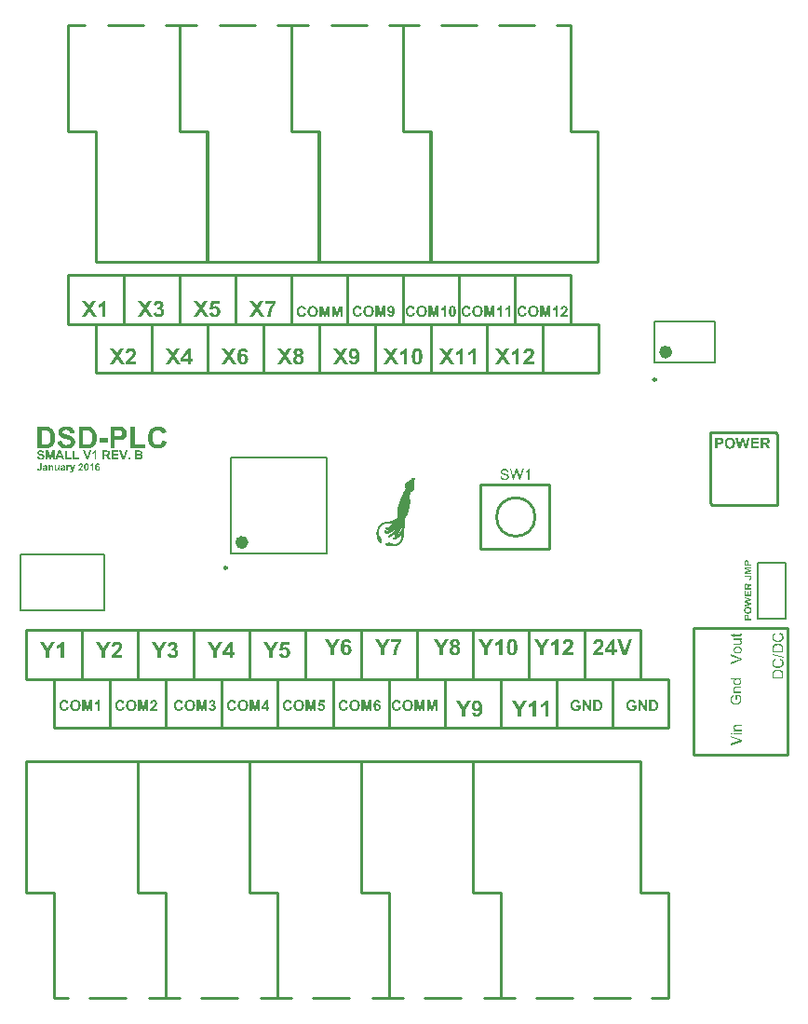
<source format=gto>
G04 Layer_Color=65535*
%FSLAX25Y25*%
%MOIN*%
G70*
G01*
G75*
%ADD48C,0.01000*%
%ADD49C,0.00984*%
%ADD50C,0.02362*%
%ADD51C,0.00787*%
%ADD52C,0.00100*%
G36*
X193555Y249000D02*
X192447D01*
Y253173D01*
X192439Y253165D01*
X192422Y253148D01*
X192389Y253123D01*
X192339Y253082D01*
X192280Y253032D01*
X192214Y252982D01*
X192130Y252923D01*
X192039Y252857D01*
X191939Y252790D01*
X191831Y252724D01*
X191714Y252648D01*
X191589Y252582D01*
X191323Y252457D01*
X191023Y252340D01*
Y253340D01*
X191031D01*
X191039Y253348D01*
X191064Y253357D01*
X191098Y253365D01*
X191181Y253407D01*
X191297Y253457D01*
X191439Y253523D01*
X191597Y253615D01*
X191772Y253731D01*
X191955Y253865D01*
X191964Y253873D01*
X191981Y253881D01*
X192006Y253906D01*
X192039Y253940D01*
X192130Y254023D01*
X192230Y254131D01*
X192347Y254265D01*
X192464Y254431D01*
X192572Y254606D01*
X192655Y254798D01*
X193555D01*
Y249000D01*
D02*
G37*
G36*
X188282Y251416D02*
Y249000D01*
X187116D01*
Y251424D01*
X185008Y254764D01*
X186366D01*
X187724Y252482D01*
X189048Y254764D01*
X190390D01*
X188282Y251416D01*
D02*
G37*
G36*
X197789Y233979D02*
X197844D01*
X197916Y233968D01*
X198000Y233957D01*
X198094Y233941D01*
X198194Y233918D01*
X198299Y233891D01*
X198410Y233857D01*
X198521Y233813D01*
X198638Y233763D01*
X198749Y233702D01*
X198860Y233630D01*
X198965Y233546D01*
X199065Y233452D01*
X199071Y233447D01*
X199087Y233430D01*
X199115Y233397D01*
X199143Y233358D01*
X199182Y233302D01*
X199226Y233236D01*
X199270Y233158D01*
X199320Y233069D01*
X199370Y232975D01*
X199415Y232864D01*
X199459Y232742D01*
X199498Y232614D01*
X199531Y232470D01*
X199554Y232320D01*
X199570Y232159D01*
X199576Y231987D01*
Y231976D01*
Y231948D01*
X199570Y231898D01*
Y231832D01*
X199559Y231754D01*
X199548Y231665D01*
X199531Y231559D01*
X199515Y231454D01*
X199487Y231338D01*
X199454Y231216D01*
X199409Y231093D01*
X199359Y230971D01*
X199304Y230855D01*
X199232Y230738D01*
X199154Y230627D01*
X199065Y230522D01*
X199060Y230516D01*
X199043Y230500D01*
X199015Y230472D01*
X198971Y230438D01*
X198921Y230400D01*
X198860Y230355D01*
X198788Y230311D01*
X198710Y230261D01*
X198616Y230211D01*
X198516Y230167D01*
X198405Y230122D01*
X198283Y230083D01*
X198155Y230050D01*
X198016Y230022D01*
X197872Y230006D01*
X197716Y230000D01*
X197678D01*
X197633Y230006D01*
X197578Y230011D01*
X197506Y230017D01*
X197422Y230028D01*
X197328Y230044D01*
X197228Y230067D01*
X197117Y230094D01*
X197012Y230128D01*
X196895Y230172D01*
X196784Y230222D01*
X196668Y230277D01*
X196562Y230350D01*
X196457Y230427D01*
X196357Y230522D01*
X196351Y230527D01*
X196335Y230544D01*
X196312Y230577D01*
X196279Y230616D01*
X196240Y230672D01*
X196196Y230738D01*
X196151Y230810D01*
X196107Y230899D01*
X196057Y230993D01*
X196013Y231104D01*
X195968Y231221D01*
X195929Y231349D01*
X195896Y231487D01*
X195874Y231637D01*
X195857Y231798D01*
X195852Y231965D01*
Y231970D01*
Y231993D01*
Y232020D01*
X195857Y232065D01*
Y232115D01*
X195863Y232170D01*
X195868Y232237D01*
X195874Y232309D01*
X195896Y232464D01*
X195924Y232631D01*
X195968Y232797D01*
X196024Y232953D01*
Y232958D01*
X196029Y232964D01*
X196040Y232980D01*
X196046Y233003D01*
X196079Y233058D01*
X196118Y233130D01*
X196168Y233213D01*
X196229Y233297D01*
X196301Y233391D01*
X196379Y233480D01*
X196385Y233485D01*
X196390Y233491D01*
X196418Y233519D01*
X196468Y233563D01*
X196529Y233613D01*
X196601Y233669D01*
X196684Y233730D01*
X196779Y233785D01*
X196878Y233829D01*
X196884D01*
X196895Y233835D01*
X196917Y233846D01*
X196945Y233852D01*
X196978Y233868D01*
X197017Y233879D01*
X197067Y233891D01*
X197117Y233907D01*
X197239Y233935D01*
X197378Y233963D01*
X197539Y233979D01*
X197705Y233985D01*
X197744D01*
X197789Y233979D01*
D02*
G37*
G36*
X357909Y374979D02*
X357970Y374974D01*
X358037Y374963D01*
X358115Y374952D01*
X358198Y374935D01*
X358287Y374913D01*
X358381Y374885D01*
X358475Y374852D01*
X358575Y374807D01*
X358669Y374763D01*
X358758Y374707D01*
X358853Y374641D01*
X358936Y374569D01*
X358942D01*
X358947Y374557D01*
X358964Y374541D01*
X358980Y374524D01*
X359003Y374497D01*
X359025Y374463D01*
X359086Y374385D01*
X359147Y374286D01*
X359213Y374164D01*
X359275Y374025D01*
X359330Y373864D01*
X358564Y373681D01*
Y373686D01*
X358559Y373692D01*
Y373708D01*
X358547Y373731D01*
X358531Y373780D01*
X358503Y373847D01*
X358464Y373925D01*
X358414Y374003D01*
X358348Y374080D01*
X358276Y374147D01*
X358264Y374152D01*
X358237Y374175D01*
X358192Y374202D01*
X358131Y374236D01*
X358053Y374269D01*
X357965Y374297D01*
X357865Y374319D01*
X357754Y374324D01*
X357715D01*
X357682Y374319D01*
X357648Y374313D01*
X357604Y374308D01*
X357510Y374286D01*
X357399Y374247D01*
X357282Y374191D01*
X357221Y374158D01*
X357166Y374119D01*
X357110Y374069D01*
X357060Y374014D01*
Y374008D01*
X357049Y373997D01*
X357038Y373980D01*
X357021Y373953D01*
X356999Y373919D01*
X356977Y373881D01*
X356955Y373831D01*
X356932Y373775D01*
X356905Y373708D01*
X356883Y373636D01*
X356860Y373553D01*
X356838Y373464D01*
X356821Y373364D01*
X356810Y373259D01*
X356805Y373142D01*
X356799Y373015D01*
Y373009D01*
Y372981D01*
Y372942D01*
X356805Y372898D01*
Y372837D01*
X356816Y372765D01*
X356821Y372693D01*
X356833Y372609D01*
X356866Y372437D01*
X356910Y372265D01*
X356938Y372182D01*
X356977Y372104D01*
X357016Y372032D01*
X357060Y371971D01*
X357066Y371966D01*
X357071Y371960D01*
X357088Y371943D01*
X357110Y371921D01*
X357166Y371877D01*
X357243Y371821D01*
X357338Y371760D01*
X357454Y371716D01*
X357587Y371677D01*
X357660Y371672D01*
X357737Y371666D01*
X357765D01*
X357787Y371672D01*
X357848Y371677D01*
X357920Y371688D01*
X357998Y371716D01*
X358087Y371749D01*
X358176Y371794D01*
X358264Y371860D01*
X358276Y371871D01*
X358303Y371899D01*
X358342Y371943D01*
X358386Y372010D01*
X358442Y372099D01*
X358492Y372204D01*
X358542Y372332D01*
X358586Y372482D01*
X359341Y372249D01*
Y372243D01*
X359336Y372221D01*
X359324Y372188D01*
X359308Y372143D01*
X359286Y372093D01*
X359263Y372032D01*
X359236Y371966D01*
X359202Y371894D01*
X359125Y371744D01*
X359025Y371588D01*
X358903Y371439D01*
X358836Y371372D01*
X358764Y371311D01*
X358758Y371305D01*
X358747Y371300D01*
X358725Y371283D01*
X358692Y371261D01*
X358653Y371239D01*
X358603Y371216D01*
X358547Y371189D01*
X358486Y371161D01*
X358414Y371128D01*
X358336Y371100D01*
X358253Y371078D01*
X358165Y371056D01*
X358070Y371033D01*
X357965Y371017D01*
X357859Y371011D01*
X357743Y371006D01*
X357709D01*
X357671Y371011D01*
X357615Y371017D01*
X357554Y371022D01*
X357476Y371033D01*
X357393Y371050D01*
X357299Y371072D01*
X357204Y371100D01*
X357104Y371133D01*
X356999Y371178D01*
X356894Y371228D01*
X356788Y371283D01*
X356683Y371355D01*
X356583Y371433D01*
X356488Y371527D01*
X356483Y371533D01*
X356466Y371549D01*
X356444Y371583D01*
X356411Y371622D01*
X356377Y371677D01*
X356333Y371738D01*
X356289Y371816D01*
X356244Y371905D01*
X356200Y371999D01*
X356155Y372104D01*
X356111Y372227D01*
X356078Y372354D01*
X356044Y372487D01*
X356022Y372637D01*
X356006Y372793D01*
X356000Y372959D01*
Y372965D01*
Y372970D01*
Y373004D01*
X356006Y373054D01*
Y373120D01*
X356017Y373198D01*
X356028Y373292D01*
X356039Y373392D01*
X356061Y373509D01*
X356089Y373625D01*
X356122Y373747D01*
X356161Y373869D01*
X356211Y373997D01*
X356266Y374119D01*
X356333Y374236D01*
X356405Y374347D01*
X356494Y374452D01*
X356500Y374458D01*
X356516Y374474D01*
X356544Y374502D01*
X356583Y374535D01*
X356633Y374574D01*
X356694Y374619D01*
X356760Y374669D01*
X356844Y374718D01*
X356932Y374768D01*
X357027Y374818D01*
X357138Y374863D01*
X357249Y374902D01*
X357376Y374935D01*
X357504Y374963D01*
X357648Y374979D01*
X357793Y374985D01*
X357859D01*
X357909Y374979D01*
D02*
G37*
G36*
X208538Y371000D02*
X207430D01*
Y375173D01*
X207422Y375165D01*
X207405Y375148D01*
X207372Y375123D01*
X207322Y375082D01*
X207264Y375032D01*
X207197Y374982D01*
X207114Y374923D01*
X207022Y374857D01*
X206922Y374790D01*
X206814Y374724D01*
X206697Y374648D01*
X206572Y374582D01*
X206306Y374457D01*
X206006Y374340D01*
Y375340D01*
X206014D01*
X206023Y375348D01*
X206048Y375357D01*
X206081Y375365D01*
X206164Y375407D01*
X206281Y375457D01*
X206422Y375523D01*
X206581Y375615D01*
X206756Y375731D01*
X206939Y375865D01*
X206947Y375873D01*
X206964Y375881D01*
X206989Y375906D01*
X207022Y375940D01*
X207114Y376023D01*
X207214Y376131D01*
X207330Y376265D01*
X207447Y376431D01*
X207555Y376606D01*
X207639Y376798D01*
X208538D01*
Y371000D01*
D02*
G37*
G36*
X203374Y373999D02*
X205356Y371000D01*
X203957D01*
X202682Y372949D01*
X201399Y371000D01*
X200000D01*
X201991Y373999D01*
X200183Y376764D01*
X201541D01*
X202682Y375040D01*
X203823Y376764D01*
X205181D01*
X203374Y373999D01*
D02*
G37*
G36*
X217789Y233979D02*
X217844D01*
X217916Y233968D01*
X218000Y233957D01*
X218094Y233941D01*
X218194Y233918D01*
X218299Y233891D01*
X218410Y233857D01*
X218521Y233813D01*
X218638Y233763D01*
X218749Y233702D01*
X218860Y233630D01*
X218965Y233546D01*
X219065Y233452D01*
X219071Y233447D01*
X219087Y233430D01*
X219115Y233397D01*
X219143Y233358D01*
X219182Y233302D01*
X219226Y233236D01*
X219270Y233158D01*
X219320Y233069D01*
X219370Y232975D01*
X219415Y232864D01*
X219459Y232742D01*
X219498Y232614D01*
X219531Y232470D01*
X219553Y232320D01*
X219570Y232159D01*
X219576Y231987D01*
Y231976D01*
Y231948D01*
X219570Y231898D01*
Y231832D01*
X219559Y231754D01*
X219548Y231665D01*
X219531Y231559D01*
X219515Y231454D01*
X219487Y231338D01*
X219454Y231216D01*
X219409Y231093D01*
X219359Y230971D01*
X219304Y230855D01*
X219232Y230738D01*
X219154Y230627D01*
X219065Y230522D01*
X219060Y230516D01*
X219043Y230500D01*
X219015Y230472D01*
X218971Y230438D01*
X218921Y230400D01*
X218860Y230355D01*
X218788Y230311D01*
X218710Y230261D01*
X218616Y230211D01*
X218516Y230167D01*
X218405Y230122D01*
X218283Y230083D01*
X218155Y230050D01*
X218016Y230022D01*
X217872Y230006D01*
X217717Y230000D01*
X217678D01*
X217633Y230006D01*
X217578Y230011D01*
X217506Y230017D01*
X217422Y230028D01*
X217328Y230044D01*
X217228Y230067D01*
X217117Y230094D01*
X217012Y230128D01*
X216895Y230172D01*
X216784Y230222D01*
X216668Y230277D01*
X216562Y230350D01*
X216457Y230427D01*
X216357Y230522D01*
X216351Y230527D01*
X216335Y230544D01*
X216312Y230577D01*
X216279Y230616D01*
X216240Y230672D01*
X216196Y230738D01*
X216151Y230810D01*
X216107Y230899D01*
X216057Y230993D01*
X216013Y231104D01*
X215968Y231221D01*
X215929Y231349D01*
X215896Y231487D01*
X215874Y231637D01*
X215857Y231798D01*
X215852Y231965D01*
Y231970D01*
Y231993D01*
Y232020D01*
X215857Y232065D01*
Y232115D01*
X215863Y232170D01*
X215868Y232237D01*
X215874Y232309D01*
X215896Y232464D01*
X215924Y232631D01*
X215968Y232797D01*
X216024Y232953D01*
Y232958D01*
X216029Y232964D01*
X216040Y232980D01*
X216046Y233003D01*
X216079Y233058D01*
X216118Y233130D01*
X216168Y233213D01*
X216229Y233297D01*
X216301Y233391D01*
X216379Y233480D01*
X216385Y233485D01*
X216390Y233491D01*
X216418Y233519D01*
X216468Y233563D01*
X216529Y233613D01*
X216601Y233669D01*
X216684Y233730D01*
X216778Y233785D01*
X216879Y233829D01*
X216884D01*
X216895Y233835D01*
X216917Y233846D01*
X216945Y233852D01*
X216978Y233868D01*
X217017Y233879D01*
X217067Y233891D01*
X217117Y233907D01*
X217239Y233935D01*
X217378Y233963D01*
X217539Y233979D01*
X217705Y233985D01*
X217744D01*
X217789Y233979D01*
D02*
G37*
G36*
X225853Y233929D02*
X225903Y233924D01*
X225958Y233918D01*
X226019Y233907D01*
X226086Y233896D01*
X226230Y233857D01*
X226375Y233802D01*
X226452Y233768D01*
X226519Y233730D01*
X226591Y233680D01*
X226652Y233624D01*
X226658Y233619D01*
X226669Y233613D01*
X226680Y233591D01*
X226702Y233569D01*
X226730Y233541D01*
X226758Y233502D01*
X226785Y233463D01*
X226818Y233413D01*
X226874Y233302D01*
X226929Y233175D01*
X226952Y233102D01*
X226963Y233025D01*
X226974Y232942D01*
X226979Y232858D01*
Y232847D01*
Y232814D01*
X226974Y232764D01*
X226968Y232703D01*
X226957Y232625D01*
X226941Y232542D01*
X226918Y232453D01*
X226885Y232364D01*
X226880Y232353D01*
X226868Y232326D01*
X226846Y232276D01*
X226813Y232214D01*
X226774Y232142D01*
X226724Y232059D01*
X226663Y231970D01*
X226591Y231876D01*
X226585Y231870D01*
X226563Y231843D01*
X226530Y231804D01*
X226480Y231748D01*
X226413Y231682D01*
X226330Y231593D01*
X226230Y231499D01*
X226108Y231382D01*
X226103Y231376D01*
X226091Y231371D01*
X226075Y231354D01*
X226053Y231332D01*
X225992Y231276D01*
X225919Y231210D01*
X225847Y231138D01*
X225775Y231066D01*
X225709Y231005D01*
X225686Y230977D01*
X225664Y230955D01*
X225659Y230949D01*
X225647Y230938D01*
X225631Y230916D01*
X225609Y230888D01*
X225559Y230827D01*
X225514Y230755D01*
X226979D01*
Y230072D01*
X224399D01*
Y230078D01*
Y230089D01*
X224404Y230111D01*
X224410Y230139D01*
X224415Y230172D01*
X224421Y230211D01*
X224443Y230311D01*
X224476Y230422D01*
X224521Y230544D01*
X224576Y230677D01*
X224648Y230805D01*
Y230810D01*
X224659Y230821D01*
X224671Y230844D01*
X224693Y230866D01*
X224715Y230905D01*
X224748Y230943D01*
X224787Y230993D01*
X224832Y231049D01*
X224882Y231116D01*
X224943Y231182D01*
X225009Y231260D01*
X225087Y231343D01*
X225170Y231426D01*
X225265Y231521D01*
X225364Y231621D01*
X225475Y231726D01*
X225481Y231732D01*
X225498Y231748D01*
X225520Y231770D01*
X225553Y231804D01*
X225598Y231837D01*
X225642Y231881D01*
X225742Y231981D01*
X225842Y232087D01*
X225942Y232192D01*
X225986Y232237D01*
X226030Y232287D01*
X226064Y232326D01*
X226086Y232359D01*
X226091Y232370D01*
X226108Y232398D01*
X226136Y232442D01*
X226164Y232503D01*
X226191Y232570D01*
X226219Y232647D01*
X226236Y232725D01*
X226241Y232808D01*
Y232814D01*
Y232819D01*
Y232847D01*
X226236Y232897D01*
X226225Y232953D01*
X226208Y233014D01*
X226186Y233075D01*
X226152Y233136D01*
X226108Y233191D01*
X226103Y233197D01*
X226086Y233213D01*
X226053Y233236D01*
X226014Y233258D01*
X225958Y233280D01*
X225897Y233302D01*
X225825Y233319D01*
X225742Y233324D01*
X225703D01*
X225659Y233319D01*
X225609Y233308D01*
X225548Y233291D01*
X225486Y233263D01*
X225426Y233230D01*
X225370Y233186D01*
X225364Y233180D01*
X225348Y233158D01*
X225326Y233125D01*
X225303Y233075D01*
X225276Y233014D01*
X225253Y232930D01*
X225231Y232836D01*
X225220Y232725D01*
X224487Y232797D01*
Y232803D01*
X224493Y232825D01*
Y232853D01*
X224504Y232897D01*
X224510Y232947D01*
X224526Y233003D01*
X224543Y233064D01*
X224560Y233136D01*
X224615Y233275D01*
X224682Y233419D01*
X224726Y233491D01*
X224776Y233558D01*
X224832Y233613D01*
X224893Y233669D01*
X224898Y233674D01*
X224909Y233680D01*
X224926Y233691D01*
X224954Y233713D01*
X224987Y233730D01*
X225031Y233752D01*
X225076Y233780D01*
X225131Y233802D01*
X225192Y233829D01*
X225259Y233852D01*
X225403Y233896D01*
X225575Y233924D01*
X225664Y233929D01*
X225758Y233935D01*
X225814D01*
X225853Y233929D01*
D02*
G37*
G36*
X223871Y230072D02*
X223155D01*
X223150Y233091D01*
X222395Y230072D01*
X221646D01*
X220891Y233091D01*
Y230072D01*
X220175D01*
Y233913D01*
X221335D01*
X222023Y231288D01*
X222706Y233913D01*
X223871D01*
Y230072D01*
D02*
G37*
G36*
X206375D02*
X205636D01*
Y232853D01*
X205631Y232847D01*
X205620Y232836D01*
X205597Y232819D01*
X205564Y232792D01*
X205525Y232758D01*
X205481Y232725D01*
X205426Y232686D01*
X205364Y232642D01*
X205298Y232597D01*
X205226Y232553D01*
X205148Y232503D01*
X205065Y232459D01*
X204887Y232375D01*
X204687Y232298D01*
Y232964D01*
X204693D01*
X204698Y232969D01*
X204715Y232975D01*
X204737Y232980D01*
X204793Y233008D01*
X204870Y233041D01*
X204965Y233086D01*
X205070Y233147D01*
X205187Y233225D01*
X205309Y233313D01*
X205314Y233319D01*
X205326Y233324D01*
X205342Y233341D01*
X205364Y233363D01*
X205426Y233419D01*
X205492Y233491D01*
X205570Y233580D01*
X205647Y233691D01*
X205720Y233807D01*
X205775Y233935D01*
X206375D01*
Y230072D01*
D02*
G37*
G36*
X203871D02*
X203155D01*
X203150Y233091D01*
X202395Y230072D01*
X201646D01*
X200891Y233091D01*
Y230072D01*
X200175D01*
Y233913D01*
X201335D01*
X202023Y231288D01*
X202706Y233913D01*
X203871D01*
Y230072D01*
D02*
G37*
G36*
X193909Y233979D02*
X193970Y233974D01*
X194037Y233963D01*
X194115Y233952D01*
X194198Y233935D01*
X194287Y233913D01*
X194381Y233885D01*
X194475Y233852D01*
X194575Y233807D01*
X194670Y233763D01*
X194758Y233707D01*
X194853Y233641D01*
X194936Y233569D01*
X194941D01*
X194947Y233558D01*
X194964Y233541D01*
X194980Y233524D01*
X195002Y233496D01*
X195025Y233463D01*
X195086Y233385D01*
X195147Y233286D01*
X195213Y233163D01*
X195274Y233025D01*
X195330Y232864D01*
X194564Y232681D01*
Y232686D01*
X194559Y232692D01*
Y232708D01*
X194547Y232731D01*
X194531Y232781D01*
X194503Y232847D01*
X194464Y232925D01*
X194414Y233003D01*
X194348Y233080D01*
X194275Y233147D01*
X194264Y233152D01*
X194237Y233175D01*
X194192Y233202D01*
X194131Y233236D01*
X194053Y233269D01*
X193965Y233297D01*
X193865Y233319D01*
X193754Y233324D01*
X193715D01*
X193682Y233319D01*
X193648Y233313D01*
X193604Y233308D01*
X193510Y233286D01*
X193399Y233247D01*
X193282Y233191D01*
X193221Y233158D01*
X193166Y233119D01*
X193110Y233069D01*
X193060Y233014D01*
Y233008D01*
X193049Y232997D01*
X193038Y232980D01*
X193021Y232953D01*
X192999Y232919D01*
X192977Y232880D01*
X192955Y232831D01*
X192932Y232775D01*
X192905Y232708D01*
X192882Y232636D01*
X192860Y232553D01*
X192838Y232464D01*
X192821Y232364D01*
X192810Y232259D01*
X192805Y232142D01*
X192799Y232015D01*
Y232009D01*
Y231981D01*
Y231943D01*
X192805Y231898D01*
Y231837D01*
X192816Y231765D01*
X192821Y231693D01*
X192833Y231610D01*
X192866Y231437D01*
X192910Y231265D01*
X192938Y231182D01*
X192977Y231104D01*
X193016Y231032D01*
X193060Y230971D01*
X193066Y230966D01*
X193071Y230960D01*
X193088Y230943D01*
X193110Y230921D01*
X193166Y230877D01*
X193243Y230821D01*
X193338Y230760D01*
X193454Y230716D01*
X193587Y230677D01*
X193659Y230672D01*
X193737Y230666D01*
X193765D01*
X193787Y230672D01*
X193848Y230677D01*
X193920Y230688D01*
X193998Y230716D01*
X194087Y230749D01*
X194176Y230794D01*
X194264Y230860D01*
X194275Y230871D01*
X194303Y230899D01*
X194342Y230943D01*
X194386Y231010D01*
X194442Y231099D01*
X194492Y231204D01*
X194542Y231332D01*
X194586Y231482D01*
X195341Y231249D01*
Y231243D01*
X195335Y231221D01*
X195325Y231188D01*
X195308Y231143D01*
X195286Y231093D01*
X195263Y231032D01*
X195236Y230966D01*
X195202Y230894D01*
X195125Y230744D01*
X195025Y230588D01*
X194903Y230438D01*
X194836Y230372D01*
X194764Y230311D01*
X194758Y230305D01*
X194747Y230300D01*
X194725Y230283D01*
X194692Y230261D01*
X194653Y230239D01*
X194603Y230216D01*
X194547Y230189D01*
X194486Y230161D01*
X194414Y230128D01*
X194337Y230100D01*
X194253Y230078D01*
X194165Y230055D01*
X194070Y230033D01*
X193965Y230017D01*
X193859Y230011D01*
X193743Y230006D01*
X193709D01*
X193671Y230011D01*
X193615Y230017D01*
X193554Y230022D01*
X193476Y230033D01*
X193393Y230050D01*
X193299Y230072D01*
X193204Y230100D01*
X193104Y230133D01*
X192999Y230178D01*
X192894Y230228D01*
X192788Y230283D01*
X192683Y230355D01*
X192583Y230433D01*
X192488Y230527D01*
X192483Y230533D01*
X192466Y230549D01*
X192444Y230583D01*
X192411Y230622D01*
X192377Y230677D01*
X192333Y230738D01*
X192289Y230816D01*
X192244Y230905D01*
X192200Y230999D01*
X192155Y231104D01*
X192111Y231226D01*
X192078Y231354D01*
X192044Y231487D01*
X192022Y231637D01*
X192006Y231793D01*
X192000Y231959D01*
Y231965D01*
Y231970D01*
Y232003D01*
X192006Y232053D01*
Y232120D01*
X192017Y232198D01*
X192028Y232292D01*
X192039Y232392D01*
X192061Y232509D01*
X192089Y232625D01*
X192122Y232747D01*
X192161Y232869D01*
X192211Y232997D01*
X192266Y233119D01*
X192333Y233236D01*
X192405Y233347D01*
X192494Y233452D01*
X192499Y233458D01*
X192516Y233474D01*
X192544Y233502D01*
X192583Y233535D01*
X192633Y233574D01*
X192694Y233619D01*
X192760Y233669D01*
X192844Y233718D01*
X192932Y233768D01*
X193027Y233818D01*
X193138Y233863D01*
X193249Y233902D01*
X193376Y233935D01*
X193504Y233963D01*
X193648Y233979D01*
X193793Y233985D01*
X193859D01*
X193909Y233979D01*
D02*
G37*
G36*
X341789Y374979D02*
X341844D01*
X341916Y374968D01*
X342000Y374957D01*
X342094Y374940D01*
X342194Y374918D01*
X342299Y374890D01*
X342410Y374857D01*
X342521Y374813D01*
X342638Y374763D01*
X342749Y374702D01*
X342860Y374630D01*
X342965Y374547D01*
X343065Y374452D01*
X343071Y374447D01*
X343087Y374430D01*
X343115Y374397D01*
X343143Y374358D01*
X343182Y374302D01*
X343226Y374236D01*
X343270Y374158D01*
X343320Y374069D01*
X343370Y373975D01*
X343415Y373864D01*
X343459Y373742D01*
X343498Y373614D01*
X343531Y373470D01*
X343553Y373320D01*
X343570Y373159D01*
X343576Y372987D01*
Y372976D01*
Y372948D01*
X343570Y372898D01*
Y372832D01*
X343559Y372754D01*
X343548Y372665D01*
X343531Y372559D01*
X343515Y372454D01*
X343487Y372338D01*
X343454Y372216D01*
X343409Y372093D01*
X343359Y371971D01*
X343304Y371855D01*
X343232Y371738D01*
X343154Y371627D01*
X343065Y371522D01*
X343060Y371516D01*
X343043Y371499D01*
X343015Y371472D01*
X342971Y371439D01*
X342921Y371400D01*
X342860Y371355D01*
X342788Y371311D01*
X342710Y371261D01*
X342616Y371211D01*
X342516Y371166D01*
X342405Y371122D01*
X342283Y371083D01*
X342155Y371050D01*
X342016Y371022D01*
X341872Y371006D01*
X341717Y371000D01*
X341678D01*
X341633Y371006D01*
X341578Y371011D01*
X341506Y371017D01*
X341422Y371028D01*
X341328Y371044D01*
X341228Y371067D01*
X341117Y371094D01*
X341012Y371128D01*
X340895Y371172D01*
X340784Y371222D01*
X340668Y371277D01*
X340562Y371350D01*
X340457Y371427D01*
X340357Y371522D01*
X340351Y371527D01*
X340335Y371544D01*
X340312Y371577D01*
X340279Y371616D01*
X340240Y371672D01*
X340196Y371738D01*
X340151Y371810D01*
X340107Y371899D01*
X340057Y371993D01*
X340013Y372104D01*
X339968Y372221D01*
X339929Y372349D01*
X339896Y372487D01*
X339874Y372637D01*
X339857Y372798D01*
X339852Y372965D01*
Y372970D01*
Y372992D01*
Y373020D01*
X339857Y373065D01*
Y373115D01*
X339863Y373170D01*
X339868Y373237D01*
X339874Y373309D01*
X339896Y373464D01*
X339924Y373631D01*
X339968Y373797D01*
X340024Y373953D01*
Y373958D01*
X340029Y373964D01*
X340040Y373980D01*
X340046Y374003D01*
X340079Y374058D01*
X340118Y374130D01*
X340168Y374214D01*
X340229Y374297D01*
X340301Y374391D01*
X340379Y374480D01*
X340385Y374485D01*
X340390Y374491D01*
X340418Y374519D01*
X340468Y374563D01*
X340529Y374613D01*
X340601Y374669D01*
X340684Y374730D01*
X340778Y374785D01*
X340879Y374830D01*
X340884D01*
X340895Y374835D01*
X340917Y374846D01*
X340945Y374852D01*
X340978Y374868D01*
X341017Y374879D01*
X341067Y374890D01*
X341117Y374907D01*
X341239Y374935D01*
X341378Y374963D01*
X341539Y374979D01*
X341705Y374985D01*
X341744D01*
X341789Y374979D01*
D02*
G37*
G36*
X350375Y371072D02*
X349636D01*
Y373853D01*
X349631Y373847D01*
X349620Y373836D01*
X349598Y373819D01*
X349564Y373792D01*
X349525Y373758D01*
X349481Y373725D01*
X349426Y373686D01*
X349364Y373642D01*
X349298Y373597D01*
X349226Y373553D01*
X349148Y373503D01*
X349065Y373459D01*
X348887Y373375D01*
X348687Y373298D01*
Y373964D01*
X348693D01*
X348698Y373969D01*
X348715Y373975D01*
X348737Y373980D01*
X348793Y374008D01*
X348870Y374041D01*
X348965Y374086D01*
X349070Y374147D01*
X349187Y374224D01*
X349309Y374313D01*
X349314Y374319D01*
X349326Y374324D01*
X349342Y374341D01*
X349364Y374363D01*
X349426Y374419D01*
X349492Y374491D01*
X349570Y374580D01*
X349647Y374691D01*
X349720Y374807D01*
X349775Y374935D01*
X350375D01*
Y371072D01*
D02*
G37*
G36*
X353360D02*
X352622D01*
Y373853D01*
X352617Y373847D01*
X352606Y373836D01*
X352583Y373819D01*
X352550Y373792D01*
X352511Y373758D01*
X352467Y373725D01*
X352411Y373686D01*
X352350Y373642D01*
X352284Y373597D01*
X352211Y373553D01*
X352134Y373503D01*
X352051Y373459D01*
X351873Y373375D01*
X351673Y373298D01*
Y373964D01*
X351679D01*
X351684Y373969D01*
X351701Y373975D01*
X351723Y373980D01*
X351779Y374008D01*
X351856Y374041D01*
X351951Y374086D01*
X352056Y374147D01*
X352173Y374224D01*
X352295Y374313D01*
X352300Y374319D01*
X352311Y374324D01*
X352328Y374341D01*
X352350Y374363D01*
X352411Y374419D01*
X352478Y374491D01*
X352556Y374580D01*
X352633Y374691D01*
X352706Y374807D01*
X352761Y374935D01*
X353360D01*
Y371072D01*
D02*
G37*
G36*
X330375D02*
X329636D01*
Y373853D01*
X329631Y373847D01*
X329620Y373836D01*
X329597Y373819D01*
X329564Y373792D01*
X329525Y373758D01*
X329481Y373725D01*
X329426Y373686D01*
X329364Y373642D01*
X329298Y373597D01*
X329226Y373553D01*
X329148Y373503D01*
X329065Y373459D01*
X328887Y373375D01*
X328687Y373298D01*
Y373964D01*
X328693D01*
X328698Y373969D01*
X328715Y373975D01*
X328737Y373980D01*
X328793Y374008D01*
X328870Y374041D01*
X328965Y374086D01*
X329070Y374147D01*
X329187Y374224D01*
X329309Y374313D01*
X329314Y374319D01*
X329326Y374324D01*
X329342Y374341D01*
X329364Y374363D01*
X329426Y374419D01*
X329492Y374491D01*
X329570Y374580D01*
X329647Y374691D01*
X329720Y374807D01*
X329775Y374935D01*
X330375D01*
Y371072D01*
D02*
G37*
G36*
X327871D02*
X327155D01*
X327150Y374091D01*
X326395Y371072D01*
X325646D01*
X324891Y374091D01*
Y371072D01*
X324175D01*
Y374913D01*
X325335D01*
X326023Y372288D01*
X326706Y374913D01*
X327871D01*
Y371072D01*
D02*
G37*
G36*
X317909Y374979D02*
X317970Y374974D01*
X318037Y374963D01*
X318115Y374952D01*
X318198Y374935D01*
X318287Y374913D01*
X318381Y374885D01*
X318475Y374852D01*
X318575Y374807D01*
X318670Y374763D01*
X318758Y374707D01*
X318853Y374641D01*
X318936Y374569D01*
X318941D01*
X318947Y374557D01*
X318964Y374541D01*
X318980Y374524D01*
X319003Y374497D01*
X319025Y374463D01*
X319086Y374385D01*
X319147Y374286D01*
X319214Y374164D01*
X319274Y374025D01*
X319330Y373864D01*
X318564Y373681D01*
Y373686D01*
X318559Y373692D01*
Y373708D01*
X318547Y373731D01*
X318531Y373780D01*
X318503Y373847D01*
X318464Y373925D01*
X318414Y374003D01*
X318348Y374080D01*
X318275Y374147D01*
X318264Y374152D01*
X318237Y374175D01*
X318192Y374202D01*
X318131Y374236D01*
X318054Y374269D01*
X317965Y374297D01*
X317865Y374319D01*
X317754Y374324D01*
X317715D01*
X317682Y374319D01*
X317648Y374313D01*
X317604Y374308D01*
X317510Y374286D01*
X317399Y374247D01*
X317282Y374191D01*
X317221Y374158D01*
X317165Y374119D01*
X317110Y374069D01*
X317060Y374014D01*
Y374008D01*
X317049Y373997D01*
X317038Y373980D01*
X317021Y373953D01*
X316999Y373919D01*
X316977Y373881D01*
X316955Y373831D01*
X316932Y373775D01*
X316905Y373708D01*
X316882Y373636D01*
X316860Y373553D01*
X316838Y373464D01*
X316821Y373364D01*
X316810Y373259D01*
X316805Y373142D01*
X316799Y373015D01*
Y373009D01*
Y372981D01*
Y372942D01*
X316805Y372898D01*
Y372837D01*
X316816Y372765D01*
X316821Y372693D01*
X316832Y372609D01*
X316866Y372437D01*
X316910Y372265D01*
X316938Y372182D01*
X316977Y372104D01*
X317016Y372032D01*
X317060Y371971D01*
X317066Y371966D01*
X317071Y371960D01*
X317088Y371943D01*
X317110Y371921D01*
X317165Y371877D01*
X317243Y371821D01*
X317338Y371760D01*
X317454Y371716D01*
X317587Y371677D01*
X317659Y371672D01*
X317737Y371666D01*
X317765D01*
X317787Y371672D01*
X317848Y371677D01*
X317920Y371688D01*
X317998Y371716D01*
X318087Y371749D01*
X318176Y371794D01*
X318264Y371860D01*
X318275Y371871D01*
X318303Y371899D01*
X318342Y371943D01*
X318387Y372010D01*
X318442Y372099D01*
X318492Y372204D01*
X318542Y372332D01*
X318586Y372482D01*
X319341Y372249D01*
Y372243D01*
X319336Y372221D01*
X319324Y372188D01*
X319308Y372143D01*
X319286Y372093D01*
X319263Y372032D01*
X319236Y371966D01*
X319202Y371894D01*
X319125Y371744D01*
X319025Y371588D01*
X318903Y371439D01*
X318836Y371372D01*
X318764Y371311D01*
X318758Y371305D01*
X318747Y371300D01*
X318725Y371283D01*
X318692Y371261D01*
X318653Y371239D01*
X318603Y371216D01*
X318547Y371189D01*
X318486Y371161D01*
X318414Y371128D01*
X318337Y371100D01*
X318253Y371078D01*
X318164Y371056D01*
X318070Y371033D01*
X317965Y371017D01*
X317859Y371011D01*
X317743Y371006D01*
X317709D01*
X317671Y371011D01*
X317615Y371017D01*
X317554Y371022D01*
X317476Y371033D01*
X317393Y371050D01*
X317299Y371072D01*
X317204Y371100D01*
X317104Y371133D01*
X316999Y371178D01*
X316894Y371228D01*
X316788Y371283D01*
X316683Y371355D01*
X316583Y371433D01*
X316488Y371527D01*
X316483Y371533D01*
X316466Y371549D01*
X316444Y371583D01*
X316411Y371622D01*
X316377Y371677D01*
X316333Y371738D01*
X316289Y371816D01*
X316244Y371905D01*
X316200Y371999D01*
X316155Y372104D01*
X316111Y372227D01*
X316078Y372354D01*
X316044Y372487D01*
X316022Y372637D01*
X316005Y372793D01*
X316000Y372959D01*
Y372965D01*
Y372970D01*
Y373004D01*
X316005Y373054D01*
Y373120D01*
X316017Y373198D01*
X316028Y373292D01*
X316039Y373392D01*
X316061Y373509D01*
X316089Y373625D01*
X316122Y373747D01*
X316161Y373869D01*
X316211Y373997D01*
X316266Y374119D01*
X316333Y374236D01*
X316405Y374347D01*
X316494Y374452D01*
X316499Y374458D01*
X316516Y374474D01*
X316544Y374502D01*
X316583Y374535D01*
X316633Y374574D01*
X316694Y374619D01*
X316760Y374669D01*
X316844Y374718D01*
X316932Y374768D01*
X317027Y374818D01*
X317138Y374863D01*
X317249Y374902D01*
X317376Y374935D01*
X317504Y374963D01*
X317648Y374979D01*
X317793Y374985D01*
X317859D01*
X317909Y374979D01*
D02*
G37*
G36*
X370374Y371072D02*
X369636D01*
Y373853D01*
X369631Y373847D01*
X369620Y373836D01*
X369598Y373819D01*
X369564Y373792D01*
X369525Y373758D01*
X369481Y373725D01*
X369426Y373686D01*
X369364Y373642D01*
X369298Y373597D01*
X369226Y373553D01*
X369148Y373503D01*
X369065Y373459D01*
X368887Y373375D01*
X368687Y373298D01*
Y373964D01*
X368693D01*
X368698Y373969D01*
X368715Y373975D01*
X368737Y373980D01*
X368793Y374008D01*
X368870Y374041D01*
X368965Y374086D01*
X369070Y374147D01*
X369187Y374224D01*
X369309Y374313D01*
X369314Y374319D01*
X369326Y374324D01*
X369342Y374341D01*
X369364Y374363D01*
X369426Y374419D01*
X369492Y374491D01*
X369570Y374580D01*
X369647Y374691D01*
X369720Y374807D01*
X369775Y374935D01*
X370374D01*
Y371072D01*
D02*
G37*
G36*
X372839Y374929D02*
X372889Y374924D01*
X372944Y374918D01*
X373005Y374907D01*
X373072Y374896D01*
X373216Y374857D01*
X373360Y374802D01*
X373438Y374768D01*
X373505Y374730D01*
X373577Y374680D01*
X373638Y374624D01*
X373643Y374619D01*
X373655Y374613D01*
X373666Y374591D01*
X373688Y374569D01*
X373716Y374541D01*
X373743Y374502D01*
X373771Y374463D01*
X373804Y374413D01*
X373860Y374302D01*
X373915Y374175D01*
X373938Y374102D01*
X373949Y374025D01*
X373960Y373941D01*
X373965Y373858D01*
Y373847D01*
Y373814D01*
X373960Y373764D01*
X373954Y373703D01*
X373943Y373625D01*
X373926Y373542D01*
X373904Y373453D01*
X373871Y373364D01*
X373866Y373353D01*
X373854Y373325D01*
X373832Y373275D01*
X373799Y373214D01*
X373760Y373142D01*
X373710Y373059D01*
X373649Y372970D01*
X373577Y372876D01*
X373571Y372870D01*
X373549Y372843D01*
X373516Y372804D01*
X373466Y372748D01*
X373399Y372682D01*
X373316Y372593D01*
X373216Y372498D01*
X373094Y372382D01*
X373089Y372376D01*
X373077Y372371D01*
X373061Y372354D01*
X373039Y372332D01*
X372977Y372276D01*
X372905Y372210D01*
X372833Y372138D01*
X372761Y372066D01*
X372694Y372005D01*
X372672Y371977D01*
X372650Y371955D01*
X372644Y371949D01*
X372633Y371938D01*
X372617Y371916D01*
X372594Y371888D01*
X372545Y371827D01*
X372500Y371755D01*
X373965D01*
Y371072D01*
X371385D01*
Y371078D01*
Y371089D01*
X371390Y371111D01*
X371396Y371139D01*
X371401Y371172D01*
X371407Y371211D01*
X371429Y371311D01*
X371462Y371422D01*
X371507Y371544D01*
X371562Y371677D01*
X371634Y371805D01*
Y371810D01*
X371645Y371821D01*
X371657Y371844D01*
X371679Y371866D01*
X371701Y371905D01*
X371734Y371943D01*
X371773Y371993D01*
X371817Y372049D01*
X371867Y372115D01*
X371929Y372182D01*
X371995Y372260D01*
X372073Y372343D01*
X372156Y372426D01*
X372250Y372521D01*
X372350Y372621D01*
X372461Y372726D01*
X372467Y372732D01*
X372483Y372748D01*
X372506Y372770D01*
X372539Y372804D01*
X372583Y372837D01*
X372628Y372881D01*
X372728Y372981D01*
X372828Y373087D01*
X372927Y373192D01*
X372972Y373237D01*
X373016Y373287D01*
X373050Y373325D01*
X373072Y373359D01*
X373077Y373370D01*
X373094Y373398D01*
X373122Y373442D01*
X373149Y373503D01*
X373177Y373570D01*
X373205Y373647D01*
X373222Y373725D01*
X373227Y373808D01*
Y373814D01*
Y373819D01*
Y373847D01*
X373222Y373897D01*
X373211Y373953D01*
X373194Y374014D01*
X373172Y374075D01*
X373138Y374136D01*
X373094Y374191D01*
X373089Y374197D01*
X373072Y374214D01*
X373039Y374236D01*
X373000Y374258D01*
X372944Y374280D01*
X372883Y374302D01*
X372811Y374319D01*
X372728Y374324D01*
X372689D01*
X372644Y374319D01*
X372594Y374308D01*
X372533Y374291D01*
X372472Y374263D01*
X372411Y374230D01*
X372356Y374186D01*
X372350Y374180D01*
X372334Y374158D01*
X372311Y374125D01*
X372289Y374075D01*
X372262Y374014D01*
X372239Y373930D01*
X372217Y373836D01*
X372206Y373725D01*
X371473Y373797D01*
Y373803D01*
X371479Y373825D01*
Y373853D01*
X371490Y373897D01*
X371496Y373947D01*
X371512Y374003D01*
X371529Y374064D01*
X371546Y374136D01*
X371601Y374274D01*
X371668Y374419D01*
X371712Y374491D01*
X371762Y374557D01*
X371817Y374613D01*
X371879Y374669D01*
X371884Y374674D01*
X371895Y374680D01*
X371912Y374691D01*
X371940Y374713D01*
X371973Y374730D01*
X372017Y374752D01*
X372062Y374780D01*
X372117Y374802D01*
X372178Y374830D01*
X372245Y374852D01*
X372389Y374896D01*
X372561Y374924D01*
X372650Y374929D01*
X372744Y374935D01*
X372800D01*
X372839Y374929D01*
D02*
G37*
G36*
X367871Y371072D02*
X367156D01*
X367150Y374091D01*
X366395Y371072D01*
X365646D01*
X364891Y374091D01*
Y371072D01*
X364175D01*
Y374913D01*
X365335D01*
X366023Y372288D01*
X366706Y374913D01*
X367871D01*
Y371072D01*
D02*
G37*
G36*
X347871D02*
X347155D01*
X347150Y374091D01*
X346395Y371072D01*
X345646D01*
X344891Y374091D01*
Y371072D01*
X344175D01*
Y374913D01*
X345335D01*
X346023Y372288D01*
X346706Y374913D01*
X347871D01*
Y371072D01*
D02*
G37*
G36*
X337909Y374979D02*
X337970Y374974D01*
X338037Y374963D01*
X338115Y374952D01*
X338198Y374935D01*
X338287Y374913D01*
X338381Y374885D01*
X338475Y374852D01*
X338575Y374807D01*
X338669Y374763D01*
X338758Y374707D01*
X338853Y374641D01*
X338936Y374569D01*
X338942D01*
X338947Y374557D01*
X338964Y374541D01*
X338980Y374524D01*
X339003Y374497D01*
X339025Y374463D01*
X339086Y374385D01*
X339147Y374286D01*
X339213Y374164D01*
X339275Y374025D01*
X339330Y373864D01*
X338564Y373681D01*
Y373686D01*
X338559Y373692D01*
Y373708D01*
X338547Y373731D01*
X338531Y373780D01*
X338503Y373847D01*
X338464Y373925D01*
X338414Y374003D01*
X338348Y374080D01*
X338276Y374147D01*
X338264Y374152D01*
X338237Y374175D01*
X338192Y374202D01*
X338131Y374236D01*
X338053Y374269D01*
X337965Y374297D01*
X337865Y374319D01*
X337754Y374324D01*
X337715D01*
X337682Y374319D01*
X337648Y374313D01*
X337604Y374308D01*
X337510Y374286D01*
X337399Y374247D01*
X337282Y374191D01*
X337221Y374158D01*
X337165Y374119D01*
X337110Y374069D01*
X337060Y374014D01*
Y374008D01*
X337049Y373997D01*
X337038Y373980D01*
X337021Y373953D01*
X336999Y373919D01*
X336977Y373881D01*
X336955Y373831D01*
X336932Y373775D01*
X336905Y373708D01*
X336882Y373636D01*
X336860Y373553D01*
X336838Y373464D01*
X336821Y373364D01*
X336810Y373259D01*
X336805Y373142D01*
X336799Y373015D01*
Y373009D01*
Y372981D01*
Y372942D01*
X336805Y372898D01*
Y372837D01*
X336816Y372765D01*
X336821Y372693D01*
X336832Y372609D01*
X336866Y372437D01*
X336910Y372265D01*
X336938Y372182D01*
X336977Y372104D01*
X337016Y372032D01*
X337060Y371971D01*
X337066Y371966D01*
X337071Y371960D01*
X337088Y371943D01*
X337110Y371921D01*
X337165Y371877D01*
X337243Y371821D01*
X337338Y371760D01*
X337454Y371716D01*
X337587Y371677D01*
X337660Y371672D01*
X337737Y371666D01*
X337765D01*
X337787Y371672D01*
X337848Y371677D01*
X337920Y371688D01*
X337998Y371716D01*
X338087Y371749D01*
X338176Y371794D01*
X338264Y371860D01*
X338276Y371871D01*
X338303Y371899D01*
X338342Y371943D01*
X338387Y372010D01*
X338442Y372099D01*
X338492Y372204D01*
X338542Y372332D01*
X338586Y372482D01*
X339341Y372249D01*
Y372243D01*
X339336Y372221D01*
X339324Y372188D01*
X339308Y372143D01*
X339286Y372093D01*
X339263Y372032D01*
X339236Y371966D01*
X339202Y371894D01*
X339125Y371744D01*
X339025Y371588D01*
X338903Y371439D01*
X338836Y371372D01*
X338764Y371311D01*
X338758Y371305D01*
X338747Y371300D01*
X338725Y371283D01*
X338692Y371261D01*
X338653Y371239D01*
X338603Y371216D01*
X338547Y371189D01*
X338486Y371161D01*
X338414Y371128D01*
X338336Y371100D01*
X338253Y371078D01*
X338164Y371056D01*
X338070Y371033D01*
X337965Y371017D01*
X337859Y371011D01*
X337743Y371006D01*
X337709D01*
X337671Y371011D01*
X337615Y371017D01*
X337554Y371022D01*
X337476Y371033D01*
X337393Y371050D01*
X337299Y371072D01*
X337204Y371100D01*
X337104Y371133D01*
X336999Y371178D01*
X336894Y371228D01*
X336788Y371283D01*
X336683Y371355D01*
X336583Y371433D01*
X336488Y371527D01*
X336483Y371533D01*
X336466Y371549D01*
X336444Y371583D01*
X336411Y371622D01*
X336377Y371677D01*
X336333Y371738D01*
X336289Y371816D01*
X336244Y371905D01*
X336200Y371999D01*
X336155Y372104D01*
X336111Y372227D01*
X336078Y372354D01*
X336044Y372487D01*
X336022Y372637D01*
X336005Y372793D01*
X336000Y372959D01*
Y372965D01*
Y372970D01*
Y373004D01*
X336005Y373054D01*
Y373120D01*
X336017Y373198D01*
X336028Y373292D01*
X336039Y373392D01*
X336061Y373509D01*
X336089Y373625D01*
X336122Y373747D01*
X336161Y373869D01*
X336211Y373997D01*
X336266Y374119D01*
X336333Y374236D01*
X336405Y374347D01*
X336494Y374452D01*
X336500Y374458D01*
X336516Y374474D01*
X336544Y374502D01*
X336583Y374535D01*
X336633Y374574D01*
X336694Y374619D01*
X336760Y374669D01*
X336844Y374718D01*
X336932Y374768D01*
X337027Y374818D01*
X337138Y374863D01*
X337249Y374902D01*
X337376Y374935D01*
X337504Y374963D01*
X337648Y374979D01*
X337793Y374985D01*
X337859D01*
X337909Y374979D01*
D02*
G37*
G36*
X361789D02*
X361844D01*
X361916Y374968D01*
X362000Y374957D01*
X362094Y374940D01*
X362194Y374918D01*
X362299Y374890D01*
X362410Y374857D01*
X362521Y374813D01*
X362638Y374763D01*
X362749Y374702D01*
X362860Y374630D01*
X362965Y374547D01*
X363065Y374452D01*
X363071Y374447D01*
X363087Y374430D01*
X363115Y374397D01*
X363143Y374358D01*
X363182Y374302D01*
X363226Y374236D01*
X363270Y374158D01*
X363320Y374069D01*
X363370Y373975D01*
X363415Y373864D01*
X363459Y373742D01*
X363498Y373614D01*
X363531Y373470D01*
X363554Y373320D01*
X363570Y373159D01*
X363576Y372987D01*
Y372976D01*
Y372948D01*
X363570Y372898D01*
Y372832D01*
X363559Y372754D01*
X363548Y372665D01*
X363531Y372559D01*
X363515Y372454D01*
X363487Y372338D01*
X363454Y372216D01*
X363409Y372093D01*
X363359Y371971D01*
X363304Y371855D01*
X363232Y371738D01*
X363154Y371627D01*
X363065Y371522D01*
X363060Y371516D01*
X363043Y371499D01*
X363015Y371472D01*
X362971Y371439D01*
X362921Y371400D01*
X362860Y371355D01*
X362788Y371311D01*
X362710Y371261D01*
X362616Y371211D01*
X362516Y371166D01*
X362405Y371122D01*
X362283Y371083D01*
X362155Y371050D01*
X362016Y371022D01*
X361872Y371006D01*
X361717Y371000D01*
X361678D01*
X361633Y371006D01*
X361578Y371011D01*
X361506Y371017D01*
X361422Y371028D01*
X361328Y371044D01*
X361228Y371067D01*
X361117Y371094D01*
X361012Y371128D01*
X360895Y371172D01*
X360784Y371222D01*
X360667Y371277D01*
X360562Y371350D01*
X360457Y371427D01*
X360357Y371522D01*
X360351Y371527D01*
X360334Y371544D01*
X360312Y371577D01*
X360279Y371616D01*
X360240Y371672D01*
X360196Y371738D01*
X360151Y371810D01*
X360107Y371899D01*
X360057Y371993D01*
X360013Y372104D01*
X359968Y372221D01*
X359929Y372349D01*
X359896Y372487D01*
X359874Y372637D01*
X359857Y372798D01*
X359852Y372965D01*
Y372970D01*
Y372992D01*
Y373020D01*
X359857Y373065D01*
Y373115D01*
X359863Y373170D01*
X359868Y373237D01*
X359874Y373309D01*
X359896Y373464D01*
X359924Y373631D01*
X359968Y373797D01*
X360024Y373953D01*
Y373958D01*
X360029Y373964D01*
X360040Y373980D01*
X360046Y374003D01*
X360079Y374058D01*
X360118Y374130D01*
X360168Y374214D01*
X360229Y374297D01*
X360301Y374391D01*
X360379Y374480D01*
X360384Y374485D01*
X360390Y374491D01*
X360418Y374519D01*
X360468Y374563D01*
X360529Y374613D01*
X360601Y374669D01*
X360684Y374730D01*
X360778Y374785D01*
X360878Y374830D01*
X360884D01*
X360895Y374835D01*
X360917Y374846D01*
X360945Y374852D01*
X360978Y374868D01*
X361017Y374879D01*
X361067Y374890D01*
X361117Y374907D01*
X361239Y374935D01*
X361378Y374963D01*
X361539Y374979D01*
X361705Y374985D01*
X361744D01*
X361789Y374979D01*
D02*
G37*
G36*
X293909Y233979D02*
X293970Y233974D01*
X294037Y233963D01*
X294115Y233952D01*
X294198Y233935D01*
X294287Y233913D01*
X294381Y233885D01*
X294475Y233852D01*
X294575Y233807D01*
X294670Y233763D01*
X294758Y233707D01*
X294853Y233641D01*
X294936Y233569D01*
X294941D01*
X294947Y233558D01*
X294964Y233541D01*
X294980Y233524D01*
X295003Y233496D01*
X295025Y233463D01*
X295086Y233385D01*
X295147Y233286D01*
X295214Y233163D01*
X295274Y233025D01*
X295330Y232864D01*
X294564Y232681D01*
Y232686D01*
X294559Y232692D01*
Y232708D01*
X294547Y232731D01*
X294531Y232781D01*
X294503Y232847D01*
X294464Y232925D01*
X294414Y233003D01*
X294348Y233080D01*
X294275Y233147D01*
X294264Y233152D01*
X294237Y233175D01*
X294192Y233202D01*
X294131Y233236D01*
X294054Y233269D01*
X293965Y233297D01*
X293865Y233319D01*
X293754Y233324D01*
X293715D01*
X293682Y233319D01*
X293648Y233313D01*
X293604Y233308D01*
X293510Y233286D01*
X293399Y233247D01*
X293282Y233191D01*
X293221Y233158D01*
X293165Y233119D01*
X293110Y233069D01*
X293060Y233014D01*
Y233008D01*
X293049Y232997D01*
X293038Y232980D01*
X293021Y232953D01*
X292999Y232919D01*
X292977Y232880D01*
X292955Y232831D01*
X292932Y232775D01*
X292905Y232708D01*
X292882Y232636D01*
X292860Y232553D01*
X292838Y232464D01*
X292821Y232364D01*
X292810Y232259D01*
X292805Y232142D01*
X292799Y232015D01*
Y232009D01*
Y231981D01*
Y231943D01*
X292805Y231898D01*
Y231837D01*
X292816Y231765D01*
X292821Y231693D01*
X292832Y231610D01*
X292866Y231437D01*
X292910Y231265D01*
X292938Y231182D01*
X292977Y231104D01*
X293016Y231032D01*
X293060Y230971D01*
X293066Y230966D01*
X293071Y230960D01*
X293088Y230943D01*
X293110Y230921D01*
X293165Y230877D01*
X293243Y230821D01*
X293338Y230760D01*
X293454Y230716D01*
X293587Y230677D01*
X293659Y230672D01*
X293737Y230666D01*
X293765D01*
X293787Y230672D01*
X293848Y230677D01*
X293920Y230688D01*
X293998Y230716D01*
X294087Y230749D01*
X294176Y230794D01*
X294264Y230860D01*
X294275Y230871D01*
X294303Y230899D01*
X294342Y230943D01*
X294387Y231010D01*
X294442Y231099D01*
X294492Y231204D01*
X294542Y231332D01*
X294586Y231482D01*
X295341Y231249D01*
Y231243D01*
X295336Y231221D01*
X295324Y231188D01*
X295308Y231143D01*
X295286Y231093D01*
X295263Y231032D01*
X295236Y230966D01*
X295202Y230894D01*
X295125Y230744D01*
X295025Y230588D01*
X294903Y230438D01*
X294836Y230372D01*
X294764Y230311D01*
X294758Y230305D01*
X294747Y230300D01*
X294725Y230283D01*
X294692Y230261D01*
X294653Y230239D01*
X294603Y230216D01*
X294547Y230189D01*
X294486Y230161D01*
X294414Y230128D01*
X294337Y230100D01*
X294253Y230078D01*
X294164Y230055D01*
X294070Y230033D01*
X293965Y230017D01*
X293859Y230011D01*
X293743Y230006D01*
X293709D01*
X293671Y230011D01*
X293615Y230017D01*
X293554Y230022D01*
X293476Y230033D01*
X293393Y230050D01*
X293299Y230072D01*
X293204Y230100D01*
X293104Y230133D01*
X292999Y230178D01*
X292894Y230228D01*
X292788Y230283D01*
X292683Y230355D01*
X292583Y230433D01*
X292488Y230527D01*
X292483Y230533D01*
X292466Y230549D01*
X292444Y230583D01*
X292411Y230622D01*
X292377Y230677D01*
X292333Y230738D01*
X292289Y230816D01*
X292244Y230905D01*
X292200Y230999D01*
X292155Y231104D01*
X292111Y231226D01*
X292078Y231354D01*
X292044Y231487D01*
X292022Y231637D01*
X292005Y231793D01*
X292000Y231959D01*
Y231965D01*
Y231970D01*
Y232003D01*
X292005Y232053D01*
Y232120D01*
X292017Y232198D01*
X292028Y232292D01*
X292039Y232392D01*
X292061Y232509D01*
X292089Y232625D01*
X292122Y232747D01*
X292161Y232869D01*
X292211Y232997D01*
X292266Y233119D01*
X292333Y233236D01*
X292405Y233347D01*
X292494Y233452D01*
X292499Y233458D01*
X292516Y233474D01*
X292544Y233502D01*
X292583Y233535D01*
X292633Y233574D01*
X292694Y233619D01*
X292760Y233669D01*
X292844Y233718D01*
X292932Y233768D01*
X293027Y233818D01*
X293138Y233863D01*
X293249Y233902D01*
X293376Y233935D01*
X293504Y233963D01*
X293648Y233979D01*
X293793Y233985D01*
X293859D01*
X293909Y233979D01*
D02*
G37*
G36*
X305969Y233929D02*
X306008D01*
X306053Y233924D01*
X306153Y233902D01*
X306263Y233874D01*
X306386Y233829D01*
X306508Y233768D01*
X306563Y233730D01*
X306619Y233685D01*
X306624D01*
X306630Y233674D01*
X306646Y233658D01*
X306663Y233641D01*
X306691Y233613D01*
X306713Y233585D01*
X306774Y233508D01*
X306835Y233402D01*
X306896Y233280D01*
X306952Y233141D01*
X306991Y232975D01*
X306280Y232897D01*
Y232908D01*
X306275Y232930D01*
X306263Y232969D01*
X306252Y233019D01*
X306236Y233069D01*
X306208Y233125D01*
X306180Y233175D01*
X306141Y233219D01*
X306136Y233225D01*
X306119Y233236D01*
X306097Y233252D01*
X306064Y233275D01*
X306025Y233291D01*
X305975Y233308D01*
X305914Y233319D01*
X305853Y233324D01*
X305842D01*
X305814Y233319D01*
X305769Y233313D01*
X305714Y233297D01*
X305653Y233275D01*
X305586Y233236D01*
X305520Y233186D01*
X305459Y233114D01*
X305453Y233102D01*
X305442Y233091D01*
X305431Y233069D01*
X305420Y233047D01*
X305403Y233014D01*
X305392Y232975D01*
X305376Y232925D01*
X305353Y232869D01*
X305337Y232808D01*
X305320Y232736D01*
X305303Y232658D01*
X305287Y232570D01*
X305276Y232470D01*
X305264Y232359D01*
X305253Y232242D01*
X305259Y232248D01*
X305264Y232259D01*
X305281Y232270D01*
X305303Y232292D01*
X305331Y232320D01*
X305364Y232348D01*
X305442Y232409D01*
X305542Y232464D01*
X305659Y232520D01*
X305725Y232542D01*
X305792Y232553D01*
X305864Y232564D01*
X305942Y232570D01*
X305986D01*
X306019Y232564D01*
X306058Y232559D01*
X306103Y232553D01*
X306158Y232542D01*
X306213Y232525D01*
X306336Y232481D01*
X306402Y232453D01*
X306469Y232420D01*
X306535Y232381D01*
X306602Y232331D01*
X306669Y232276D01*
X306730Y232214D01*
X306735Y232209D01*
X306746Y232198D01*
X306763Y232181D01*
X306780Y232153D01*
X306807Y232115D01*
X306835Y232076D01*
X306863Y232026D01*
X306896Y231970D01*
X306929Y231909D01*
X306957Y231837D01*
X306985Y231765D01*
X307013Y231682D01*
X307029Y231598D01*
X307046Y231504D01*
X307057Y231410D01*
X307063Y231304D01*
Y231299D01*
Y231276D01*
Y231249D01*
X307057Y231204D01*
X307052Y231154D01*
X307046Y231099D01*
X307035Y231032D01*
X307018Y230966D01*
X306979Y230810D01*
X306952Y230733D01*
X306913Y230655D01*
X306874Y230577D01*
X306830Y230500D01*
X306774Y230422D01*
X306713Y230355D01*
X306708Y230350D01*
X306696Y230339D01*
X306680Y230322D01*
X306652Y230300D01*
X306619Y230272D01*
X306574Y230244D01*
X306530Y230211D01*
X306474Y230178D01*
X306413Y230144D01*
X306347Y230111D01*
X306275Y230083D01*
X306191Y230055D01*
X306108Y230033D01*
X306019Y230017D01*
X305925Y230006D01*
X305825Y230000D01*
X305797D01*
X305769Y230006D01*
X305731D01*
X305681Y230017D01*
X305620Y230022D01*
X305559Y230039D01*
X305486Y230055D01*
X305414Y230078D01*
X305337Y230111D01*
X305253Y230144D01*
X305176Y230189D01*
X305093Y230239D01*
X305015Y230300D01*
X304937Y230372D01*
X304865Y230450D01*
X304859Y230455D01*
X304848Y230472D01*
X304832Y230500D01*
X304809Y230538D01*
X304776Y230588D01*
X304748Y230649D01*
X304715Y230721D01*
X304682Y230805D01*
X304643Y230905D01*
X304610Y231010D01*
X304582Y231132D01*
X304554Y231271D01*
X304526Y231415D01*
X304510Y231576D01*
X304499Y231748D01*
X304493Y231937D01*
Y231943D01*
Y231948D01*
Y231965D01*
Y231981D01*
Y232037D01*
X304499Y232109D01*
X304504Y232198D01*
X304515Y232298D01*
X304526Y232409D01*
X304543Y232525D01*
X304560Y232647D01*
X304587Y232775D01*
X304621Y232903D01*
X304660Y233030D01*
X304704Y233147D01*
X304754Y233263D01*
X304815Y233369D01*
X304882Y233463D01*
X304887Y233469D01*
X304898Y233485D01*
X304920Y233508D01*
X304954Y233535D01*
X304993Y233574D01*
X305037Y233613D01*
X305093Y233658D01*
X305153Y233702D01*
X305226Y233741D01*
X305298Y233785D01*
X305387Y233824D01*
X305475Y233863D01*
X305570Y233891D01*
X305675Y233913D01*
X305781Y233929D01*
X305897Y233935D01*
X305942D01*
X305969Y233929D01*
D02*
G37*
G36*
X316789Y233979D02*
X316844D01*
X316916Y233968D01*
X317000Y233957D01*
X317094Y233941D01*
X317194Y233918D01*
X317299Y233891D01*
X317410Y233857D01*
X317521Y233813D01*
X317638Y233763D01*
X317749Y233702D01*
X317860Y233630D01*
X317965Y233546D01*
X318065Y233452D01*
X318071Y233447D01*
X318087Y233430D01*
X318115Y233397D01*
X318143Y233358D01*
X318182Y233302D01*
X318226Y233236D01*
X318270Y233158D01*
X318320Y233069D01*
X318370Y232975D01*
X318415Y232864D01*
X318459Y232742D01*
X318498Y232614D01*
X318531Y232470D01*
X318553Y232320D01*
X318570Y232159D01*
X318576Y231987D01*
Y231976D01*
Y231948D01*
X318570Y231898D01*
Y231832D01*
X318559Y231754D01*
X318548Y231665D01*
X318531Y231559D01*
X318515Y231454D01*
X318487Y231338D01*
X318454Y231216D01*
X318409Y231093D01*
X318359Y230971D01*
X318304Y230855D01*
X318232Y230738D01*
X318154Y230627D01*
X318065Y230522D01*
X318060Y230516D01*
X318043Y230500D01*
X318015Y230472D01*
X317971Y230438D01*
X317921Y230400D01*
X317860Y230355D01*
X317788Y230311D01*
X317710Y230261D01*
X317616Y230211D01*
X317516Y230167D01*
X317405Y230122D01*
X317283Y230083D01*
X317155Y230050D01*
X317016Y230022D01*
X316872Y230006D01*
X316717Y230000D01*
X316678D01*
X316633Y230006D01*
X316578Y230011D01*
X316506Y230017D01*
X316422Y230028D01*
X316328Y230044D01*
X316228Y230067D01*
X316117Y230094D01*
X316012Y230128D01*
X315895Y230172D01*
X315784Y230222D01*
X315668Y230277D01*
X315562Y230350D01*
X315457Y230427D01*
X315357Y230522D01*
X315351Y230527D01*
X315335Y230544D01*
X315312Y230577D01*
X315279Y230616D01*
X315240Y230672D01*
X315196Y230738D01*
X315151Y230810D01*
X315107Y230899D01*
X315057Y230993D01*
X315013Y231104D01*
X314968Y231221D01*
X314929Y231349D01*
X314896Y231487D01*
X314874Y231637D01*
X314857Y231798D01*
X314852Y231965D01*
Y231970D01*
Y231993D01*
Y232020D01*
X314857Y232065D01*
Y232115D01*
X314863Y232170D01*
X314868Y232237D01*
X314874Y232309D01*
X314896Y232464D01*
X314924Y232631D01*
X314968Y232797D01*
X315024Y232953D01*
Y232958D01*
X315029Y232964D01*
X315040Y232980D01*
X315046Y233003D01*
X315079Y233058D01*
X315118Y233130D01*
X315168Y233213D01*
X315229Y233297D01*
X315301Y233391D01*
X315379Y233480D01*
X315385Y233485D01*
X315390Y233491D01*
X315418Y233519D01*
X315468Y233563D01*
X315529Y233613D01*
X315601Y233669D01*
X315684Y233730D01*
X315778Y233785D01*
X315879Y233829D01*
X315884D01*
X315895Y233835D01*
X315917Y233846D01*
X315945Y233852D01*
X315978Y233868D01*
X316017Y233879D01*
X316067Y233891D01*
X316117Y233907D01*
X316239Y233935D01*
X316378Y233963D01*
X316539Y233979D01*
X316705Y233985D01*
X316744D01*
X316789Y233979D01*
D02*
G37*
G36*
X273909D02*
X273970Y233974D01*
X274037Y233963D01*
X274115Y233952D01*
X274198Y233935D01*
X274287Y233913D01*
X274381Y233885D01*
X274475Y233852D01*
X274575Y233807D01*
X274670Y233763D01*
X274758Y233707D01*
X274853Y233641D01*
X274936Y233569D01*
X274941D01*
X274947Y233558D01*
X274964Y233541D01*
X274980Y233524D01*
X275003Y233496D01*
X275025Y233463D01*
X275086Y233385D01*
X275147Y233286D01*
X275214Y233163D01*
X275274Y233025D01*
X275330Y232864D01*
X274564Y232681D01*
Y232686D01*
X274559Y232692D01*
Y232708D01*
X274547Y232731D01*
X274531Y232781D01*
X274503Y232847D01*
X274464Y232925D01*
X274414Y233003D01*
X274348Y233080D01*
X274275Y233147D01*
X274264Y233152D01*
X274237Y233175D01*
X274192Y233202D01*
X274131Y233236D01*
X274054Y233269D01*
X273965Y233297D01*
X273865Y233319D01*
X273754Y233324D01*
X273715D01*
X273682Y233319D01*
X273648Y233313D01*
X273604Y233308D01*
X273510Y233286D01*
X273399Y233247D01*
X273282Y233191D01*
X273221Y233158D01*
X273165Y233119D01*
X273110Y233069D01*
X273060Y233014D01*
Y233008D01*
X273049Y232997D01*
X273038Y232980D01*
X273021Y232953D01*
X272999Y232919D01*
X272977Y232880D01*
X272955Y232831D01*
X272932Y232775D01*
X272905Y232708D01*
X272883Y232636D01*
X272860Y232553D01*
X272838Y232464D01*
X272821Y232364D01*
X272810Y232259D01*
X272805Y232142D01*
X272799Y232015D01*
Y232009D01*
Y231981D01*
Y231943D01*
X272805Y231898D01*
Y231837D01*
X272816Y231765D01*
X272821Y231693D01*
X272832Y231610D01*
X272866Y231437D01*
X272910Y231265D01*
X272938Y231182D01*
X272977Y231104D01*
X273016Y231032D01*
X273060Y230971D01*
X273066Y230966D01*
X273071Y230960D01*
X273088Y230943D01*
X273110Y230921D01*
X273165Y230877D01*
X273243Y230821D01*
X273338Y230760D01*
X273454Y230716D01*
X273587Y230677D01*
X273659Y230672D01*
X273737Y230666D01*
X273765D01*
X273787Y230672D01*
X273848Y230677D01*
X273920Y230688D01*
X273998Y230716D01*
X274087Y230749D01*
X274176Y230794D01*
X274264Y230860D01*
X274275Y230871D01*
X274303Y230899D01*
X274342Y230943D01*
X274387Y231010D01*
X274442Y231099D01*
X274492Y231204D01*
X274542Y231332D01*
X274586Y231482D01*
X275341Y231249D01*
Y231243D01*
X275336Y231221D01*
X275324Y231188D01*
X275308Y231143D01*
X275286Y231093D01*
X275263Y231032D01*
X275236Y230966D01*
X275202Y230894D01*
X275125Y230744D01*
X275025Y230588D01*
X274903Y230438D01*
X274836Y230372D01*
X274764Y230311D01*
X274758Y230305D01*
X274747Y230300D01*
X274725Y230283D01*
X274692Y230261D01*
X274653Y230239D01*
X274603Y230216D01*
X274547Y230189D01*
X274486Y230161D01*
X274414Y230128D01*
X274337Y230100D01*
X274253Y230078D01*
X274165Y230055D01*
X274070Y230033D01*
X273965Y230017D01*
X273859Y230011D01*
X273743Y230006D01*
X273709D01*
X273671Y230011D01*
X273615Y230017D01*
X273554Y230022D01*
X273476Y230033D01*
X273393Y230050D01*
X273299Y230072D01*
X273204Y230100D01*
X273104Y230133D01*
X272999Y230178D01*
X272894Y230228D01*
X272788Y230283D01*
X272683Y230355D01*
X272583Y230433D01*
X272488Y230527D01*
X272483Y230533D01*
X272466Y230549D01*
X272444Y230583D01*
X272411Y230622D01*
X272377Y230677D01*
X272333Y230738D01*
X272289Y230816D01*
X272244Y230905D01*
X272200Y230999D01*
X272155Y231104D01*
X272111Y231226D01*
X272078Y231354D01*
X272044Y231487D01*
X272022Y231637D01*
X272006Y231793D01*
X272000Y231959D01*
Y231965D01*
Y231970D01*
Y232003D01*
X272006Y232053D01*
Y232120D01*
X272017Y232198D01*
X272028Y232292D01*
X272039Y232392D01*
X272061Y232509D01*
X272089Y232625D01*
X272122Y232747D01*
X272161Y232869D01*
X272211Y232997D01*
X272266Y233119D01*
X272333Y233236D01*
X272405Y233347D01*
X272494Y233452D01*
X272499Y233458D01*
X272516Y233474D01*
X272544Y233502D01*
X272583Y233535D01*
X272633Y233574D01*
X272694Y233619D01*
X272760Y233669D01*
X272844Y233718D01*
X272932Y233768D01*
X273027Y233818D01*
X273138Y233863D01*
X273249Y233902D01*
X273376Y233935D01*
X273504Y233963D01*
X273648Y233979D01*
X273793Y233985D01*
X273859D01*
X273909Y233979D01*
D02*
G37*
G36*
X297789D02*
X297844D01*
X297916Y233968D01*
X298000Y233957D01*
X298094Y233941D01*
X298194Y233918D01*
X298299Y233891D01*
X298410Y233857D01*
X298521Y233813D01*
X298638Y233763D01*
X298749Y233702D01*
X298860Y233630D01*
X298965Y233546D01*
X299065Y233452D01*
X299071Y233447D01*
X299087Y233430D01*
X299115Y233397D01*
X299143Y233358D01*
X299182Y233302D01*
X299226Y233236D01*
X299271Y233158D01*
X299320Y233069D01*
X299370Y232975D01*
X299415Y232864D01*
X299459Y232742D01*
X299498Y232614D01*
X299531Y232470D01*
X299553Y232320D01*
X299570Y232159D01*
X299576Y231987D01*
Y231976D01*
Y231948D01*
X299570Y231898D01*
Y231832D01*
X299559Y231754D01*
X299548Y231665D01*
X299531Y231559D01*
X299515Y231454D01*
X299487Y231338D01*
X299454Y231216D01*
X299409Y231093D01*
X299359Y230971D01*
X299304Y230855D01*
X299232Y230738D01*
X299154Y230627D01*
X299065Y230522D01*
X299060Y230516D01*
X299043Y230500D01*
X299015Y230472D01*
X298971Y230438D01*
X298921Y230400D01*
X298860Y230355D01*
X298788Y230311D01*
X298710Y230261D01*
X298616Y230211D01*
X298516Y230167D01*
X298405Y230122D01*
X298283Y230083D01*
X298155Y230050D01*
X298016Y230022D01*
X297872Y230006D01*
X297716Y230000D01*
X297678D01*
X297633Y230006D01*
X297578Y230011D01*
X297506Y230017D01*
X297422Y230028D01*
X297328Y230044D01*
X297228Y230067D01*
X297117Y230094D01*
X297012Y230128D01*
X296895Y230172D01*
X296784Y230222D01*
X296668Y230277D01*
X296562Y230350D01*
X296457Y230427D01*
X296357Y230522D01*
X296351Y230527D01*
X296335Y230544D01*
X296312Y230577D01*
X296279Y230616D01*
X296240Y230672D01*
X296196Y230738D01*
X296151Y230810D01*
X296107Y230899D01*
X296057Y230993D01*
X296013Y231104D01*
X295968Y231221D01*
X295929Y231349D01*
X295896Y231487D01*
X295874Y231637D01*
X295857Y231798D01*
X295852Y231965D01*
Y231970D01*
Y231993D01*
Y232020D01*
X295857Y232065D01*
Y232115D01*
X295863Y232170D01*
X295868Y232237D01*
X295874Y232309D01*
X295896Y232464D01*
X295924Y232631D01*
X295968Y232797D01*
X296024Y232953D01*
Y232958D01*
X296029Y232964D01*
X296040Y232980D01*
X296046Y233003D01*
X296079Y233058D01*
X296118Y233130D01*
X296168Y233213D01*
X296229Y233297D01*
X296301Y233391D01*
X296379Y233480D01*
X296385Y233485D01*
X296390Y233491D01*
X296418Y233519D01*
X296468Y233563D01*
X296529Y233613D01*
X296601Y233669D01*
X296684Y233730D01*
X296778Y233785D01*
X296879Y233829D01*
X296884D01*
X296895Y233835D01*
X296917Y233846D01*
X296945Y233852D01*
X296978Y233868D01*
X297017Y233879D01*
X297067Y233891D01*
X297117Y233907D01*
X297239Y233935D01*
X297378Y233963D01*
X297539Y233979D01*
X297705Y233985D01*
X297744D01*
X297789Y233979D01*
D02*
G37*
G36*
X303871Y230072D02*
X303155D01*
X303150Y233091D01*
X302395Y230072D01*
X301646D01*
X300891Y233091D01*
Y230072D01*
X300175D01*
Y233913D01*
X301335D01*
X302023Y231288D01*
X302706Y233913D01*
X303871D01*
Y230072D01*
D02*
G37*
G36*
X404762Y233907D02*
X404868Y233902D01*
X404985Y233896D01*
X405107Y233879D01*
X405223Y233863D01*
X405329Y233835D01*
X405334D01*
X405345Y233829D01*
X405362Y233824D01*
X405384Y233818D01*
X405451Y233791D01*
X405528Y233752D01*
X405617Y233702D01*
X405717Y233641D01*
X405811Y233569D01*
X405906Y233480D01*
X405911D01*
X405917Y233469D01*
X405945Y233435D01*
X405989Y233380D01*
X406039Y233308D01*
X406100Y233219D01*
X406161Y233114D01*
X406222Y232991D01*
X406272Y232858D01*
Y232853D01*
X406278Y232842D01*
X406283Y232819D01*
X406294Y232792D01*
X406300Y232758D01*
X406311Y232714D01*
X406322Y232664D01*
X406339Y232609D01*
X406350Y232547D01*
X406361Y232475D01*
X406372Y232403D01*
X406378Y232320D01*
X406394Y232148D01*
X406400Y231954D01*
Y231948D01*
Y231931D01*
Y231909D01*
Y231876D01*
X406394Y231832D01*
Y231787D01*
X406389Y231732D01*
X406383Y231671D01*
X406372Y231543D01*
X406350Y231410D01*
X406316Y231271D01*
X406278Y231138D01*
Y231132D01*
X406272Y231121D01*
X406261Y231099D01*
X406250Y231066D01*
X406239Y231032D01*
X406217Y230993D01*
X406172Y230894D01*
X406117Y230788D01*
X406044Y230672D01*
X405961Y230561D01*
X405867Y230455D01*
X405856Y230444D01*
X405828Y230422D01*
X405784Y230388D01*
X405723Y230344D01*
X405645Y230294D01*
X405556Y230244D01*
X405445Y230194D01*
X405323Y230150D01*
X405317D01*
X405312Y230144D01*
X405295D01*
X405279Y230139D01*
X405218Y230128D01*
X405140Y230111D01*
X405046Y230094D01*
X404929Y230083D01*
X404790Y230078D01*
X404640Y230072D01*
X403186D01*
Y233913D01*
X404718D01*
X404762Y233907D01*
D02*
G37*
G36*
X402365Y230072D02*
X401588D01*
X400028Y232603D01*
Y230072D01*
X399312D01*
Y233913D01*
X400062D01*
X401649Y231327D01*
Y233913D01*
X402365D01*
Y230072D01*
D02*
G37*
G36*
X397020Y233979D02*
X397081Y233974D01*
X397153Y233968D01*
X397231Y233963D01*
X397314Y233946D01*
X397492Y233913D01*
X397675Y233857D01*
X397769Y233824D01*
X397858Y233785D01*
X397941Y233741D01*
X398019Y233685D01*
X398025Y233680D01*
X398036Y233674D01*
X398058Y233652D01*
X398086Y233630D01*
X398119Y233602D01*
X398152Y233563D01*
X398191Y233519D01*
X398236Y233469D01*
X398280Y233413D01*
X398324Y233352D01*
X398369Y233286D01*
X398408Y233208D01*
X398452Y233130D01*
X398485Y233047D01*
X398519Y232953D01*
X398541Y232858D01*
X397769Y232714D01*
Y232719D01*
X397764Y232725D01*
X397753Y232758D01*
X397731Y232808D01*
X397697Y232875D01*
X397658Y232947D01*
X397603Y233019D01*
X397536Y233091D01*
X397459Y233158D01*
X397448Y233163D01*
X397420Y233186D01*
X397370Y233213D01*
X397309Y233241D01*
X397226Y233275D01*
X397131Y233297D01*
X397026Y233319D01*
X396904Y233324D01*
X396854D01*
X396820Y233319D01*
X396776Y233313D01*
X396726Y233308D01*
X396671Y233297D01*
X396609Y233286D01*
X396482Y233247D01*
X396415Y233219D01*
X396349Y233186D01*
X396282Y233147D01*
X396216Y233108D01*
X396154Y233052D01*
X396093Y232997D01*
X396088Y232991D01*
X396082Y232980D01*
X396066Y232964D01*
X396049Y232936D01*
X396027Y232903D01*
X395999Y232864D01*
X395971Y232814D01*
X395949Y232758D01*
X395921Y232692D01*
X395894Y232620D01*
X395866Y232542D01*
X395844Y232459D01*
X395827Y232364D01*
X395810Y232259D01*
X395805Y232153D01*
X395799Y232037D01*
Y232031D01*
Y232009D01*
Y231970D01*
X395805Y231926D01*
X395810Y231865D01*
X395816Y231804D01*
X395827Y231726D01*
X395838Y231648D01*
X395871Y231482D01*
X395927Y231310D01*
X395960Y231226D01*
X395999Y231149D01*
X396049Y231071D01*
X396099Y231005D01*
X396104Y230999D01*
X396115Y230988D01*
X396132Y230971D01*
X396154Y230949D01*
X396188Y230927D01*
X396221Y230894D01*
X396265Y230866D01*
X396315Y230833D01*
X396371Y230799D01*
X396426Y230771D01*
X396565Y230716D01*
X396643Y230694D01*
X396721Y230677D01*
X396809Y230666D01*
X396898Y230660D01*
X396942D01*
X396987Y230666D01*
X397054Y230672D01*
X397126Y230683D01*
X397209Y230699D01*
X397298Y230721D01*
X397387Y230755D01*
X397392D01*
X397398Y230760D01*
X397425Y230771D01*
X397475Y230794D01*
X397531Y230821D01*
X397597Y230855D01*
X397670Y230894D01*
X397742Y230938D01*
X397808Y230988D01*
Y231482D01*
X396920D01*
Y232131D01*
X398591D01*
Y230588D01*
X398580Y230577D01*
X398563Y230566D01*
X398547Y230549D01*
X398519Y230527D01*
X398491Y230505D01*
X398413Y230450D01*
X398308Y230388D01*
X398186Y230316D01*
X398047Y230244D01*
X397881Y230178D01*
X397875D01*
X397858Y230172D01*
X397836Y230161D01*
X397803Y230150D01*
X397758Y230139D01*
X397708Y230122D01*
X397653Y230105D01*
X397592Y230089D01*
X397453Y230055D01*
X397292Y230028D01*
X397126Y230006D01*
X396948Y230000D01*
X396887D01*
X396848Y230006D01*
X396793D01*
X396732Y230011D01*
X396665Y230022D01*
X396587Y230033D01*
X396426Y230061D01*
X396249Y230105D01*
X396066Y230167D01*
X395982Y230205D01*
X395894Y230250D01*
X395888Y230255D01*
X395877Y230261D01*
X395849Y230277D01*
X395821Y230300D01*
X395782Y230322D01*
X395744Y230355D01*
X395694Y230394D01*
X395644Y230438D01*
X395533Y230538D01*
X395422Y230666D01*
X395316Y230810D01*
X395222Y230977D01*
Y230982D01*
X395211Y230999D01*
X395200Y231027D01*
X395189Y231060D01*
X395172Y231104D01*
X395150Y231154D01*
X395133Y231216D01*
X395111Y231282D01*
X395089Y231354D01*
X395072Y231437D01*
X395033Y231610D01*
X395011Y231798D01*
X395000Y232003D01*
Y232009D01*
Y232031D01*
Y232065D01*
X395005Y232103D01*
Y232159D01*
X395011Y232220D01*
X395022Y232287D01*
X395033Y232364D01*
X395061Y232525D01*
X395106Y232708D01*
X395166Y232892D01*
X395205Y232980D01*
X395250Y233069D01*
X395255Y233075D01*
X395261Y233091D01*
X395278Y233114D01*
X395294Y233147D01*
X395322Y233186D01*
X395355Y233230D01*
X395394Y233280D01*
X395433Y233336D01*
X395483Y233391D01*
X395538Y233452D01*
X395599Y233513D01*
X395666Y233574D01*
X395738Y233630D01*
X395810Y233691D01*
X395982Y233791D01*
X395988D01*
X395999Y233802D01*
X396021Y233807D01*
X396049Y233824D01*
X396088Y233835D01*
X396127Y233852D01*
X396182Y233868D01*
X396238Y233891D01*
X396299Y233907D01*
X396371Y233924D01*
X396448Y233941D01*
X396526Y233957D01*
X396704Y233979D01*
X396904Y233985D01*
X396970D01*
X397020Y233979D01*
D02*
G37*
G36*
X322871Y230072D02*
X322155D01*
X322150Y233091D01*
X321395Y230072D01*
X320646D01*
X319891Y233091D01*
Y230072D01*
X319175D01*
Y233913D01*
X320335D01*
X321023Y231288D01*
X321706Y233913D01*
X322871D01*
Y230072D01*
D02*
G37*
G36*
X327345D02*
X326629D01*
X326623Y233091D01*
X325868Y230072D01*
X325119D01*
X324364Y233091D01*
Y230072D01*
X323649D01*
Y233913D01*
X324808D01*
X325497Y231288D01*
X326179Y233913D01*
X327345D01*
Y230072D01*
D02*
G37*
G36*
X312909Y233979D02*
X312970Y233974D01*
X313037Y233963D01*
X313115Y233952D01*
X313198Y233935D01*
X313287Y233913D01*
X313381Y233885D01*
X313475Y233852D01*
X313575Y233807D01*
X313669Y233763D01*
X313758Y233707D01*
X313853Y233641D01*
X313936Y233569D01*
X313942D01*
X313947Y233558D01*
X313964Y233541D01*
X313980Y233524D01*
X314003Y233496D01*
X314025Y233463D01*
X314086Y233385D01*
X314147Y233286D01*
X314213Y233163D01*
X314275Y233025D01*
X314330Y232864D01*
X313564Y232681D01*
Y232686D01*
X313559Y232692D01*
Y232708D01*
X313547Y232731D01*
X313531Y232781D01*
X313503Y232847D01*
X313464Y232925D01*
X313414Y233003D01*
X313348Y233080D01*
X313276Y233147D01*
X313264Y233152D01*
X313237Y233175D01*
X313192Y233202D01*
X313131Y233236D01*
X313053Y233269D01*
X312965Y233297D01*
X312865Y233319D01*
X312754Y233324D01*
X312715D01*
X312682Y233319D01*
X312648Y233313D01*
X312604Y233308D01*
X312510Y233286D01*
X312399Y233247D01*
X312282Y233191D01*
X312221Y233158D01*
X312165Y233119D01*
X312110Y233069D01*
X312060Y233014D01*
Y233008D01*
X312049Y232997D01*
X312038Y232980D01*
X312021Y232953D01*
X311999Y232919D01*
X311977Y232880D01*
X311955Y232831D01*
X311932Y232775D01*
X311905Y232708D01*
X311882Y232636D01*
X311860Y232553D01*
X311838Y232464D01*
X311821Y232364D01*
X311810Y232259D01*
X311805Y232142D01*
X311799Y232015D01*
Y232009D01*
Y231981D01*
Y231943D01*
X311805Y231898D01*
Y231837D01*
X311816Y231765D01*
X311821Y231693D01*
X311832Y231610D01*
X311866Y231437D01*
X311910Y231265D01*
X311938Y231182D01*
X311977Y231104D01*
X312016Y231032D01*
X312060Y230971D01*
X312066Y230966D01*
X312071Y230960D01*
X312088Y230943D01*
X312110Y230921D01*
X312165Y230877D01*
X312243Y230821D01*
X312338Y230760D01*
X312454Y230716D01*
X312587Y230677D01*
X312660Y230672D01*
X312737Y230666D01*
X312765D01*
X312787Y230672D01*
X312848Y230677D01*
X312920Y230688D01*
X312998Y230716D01*
X313087Y230749D01*
X313176Y230794D01*
X313264Y230860D01*
X313276Y230871D01*
X313303Y230899D01*
X313342Y230943D01*
X313387Y231010D01*
X313442Y231099D01*
X313492Y231204D01*
X313542Y231332D01*
X313586Y231482D01*
X314341Y231249D01*
Y231243D01*
X314336Y231221D01*
X314324Y231188D01*
X314308Y231143D01*
X314286Y231093D01*
X314263Y231032D01*
X314236Y230966D01*
X314202Y230894D01*
X314125Y230744D01*
X314025Y230588D01*
X313903Y230438D01*
X313836Y230372D01*
X313764Y230311D01*
X313758Y230305D01*
X313747Y230300D01*
X313725Y230283D01*
X313692Y230261D01*
X313653Y230239D01*
X313603Y230216D01*
X313547Y230189D01*
X313486Y230161D01*
X313414Y230128D01*
X313336Y230100D01*
X313253Y230078D01*
X313164Y230055D01*
X313070Y230033D01*
X312965Y230017D01*
X312859Y230011D01*
X312743Y230006D01*
X312709D01*
X312671Y230011D01*
X312615Y230017D01*
X312554Y230022D01*
X312476Y230033D01*
X312393Y230050D01*
X312299Y230072D01*
X312204Y230100D01*
X312104Y230133D01*
X311999Y230178D01*
X311894Y230228D01*
X311788Y230283D01*
X311683Y230355D01*
X311583Y230433D01*
X311488Y230527D01*
X311483Y230533D01*
X311466Y230549D01*
X311444Y230583D01*
X311411Y230622D01*
X311377Y230677D01*
X311333Y230738D01*
X311289Y230816D01*
X311244Y230905D01*
X311200Y230999D01*
X311155Y231104D01*
X311111Y231226D01*
X311078Y231354D01*
X311044Y231487D01*
X311022Y231637D01*
X311005Y231793D01*
X311000Y231959D01*
Y231965D01*
Y231970D01*
Y232003D01*
X311005Y232053D01*
Y232120D01*
X311017Y232198D01*
X311028Y232292D01*
X311039Y232392D01*
X311061Y232509D01*
X311089Y232625D01*
X311122Y232747D01*
X311161Y232869D01*
X311211Y232997D01*
X311266Y233119D01*
X311333Y233236D01*
X311405Y233347D01*
X311494Y233452D01*
X311500Y233458D01*
X311516Y233474D01*
X311544Y233502D01*
X311583Y233535D01*
X311633Y233574D01*
X311694Y233619D01*
X311760Y233669D01*
X311844Y233718D01*
X311932Y233768D01*
X312027Y233818D01*
X312138Y233863D01*
X312249Y233902D01*
X312376Y233935D01*
X312504Y233963D01*
X312648Y233979D01*
X312793Y233985D01*
X312859D01*
X312909Y233979D01*
D02*
G37*
G36*
X244871Y230072D02*
X244156D01*
X244150Y233091D01*
X243395Y230072D01*
X242646D01*
X241891Y233091D01*
Y230072D01*
X241175D01*
Y233913D01*
X242335D01*
X243023Y231288D01*
X243706Y233913D01*
X244871D01*
Y230072D01*
D02*
G37*
G36*
X234909Y233979D02*
X234970Y233974D01*
X235037Y233963D01*
X235115Y233952D01*
X235198Y233935D01*
X235287Y233913D01*
X235381Y233885D01*
X235475Y233852D01*
X235575Y233807D01*
X235669Y233763D01*
X235758Y233707D01*
X235853Y233641D01*
X235936Y233569D01*
X235942D01*
X235947Y233558D01*
X235964Y233541D01*
X235980Y233524D01*
X236003Y233496D01*
X236025Y233463D01*
X236086Y233385D01*
X236147Y233286D01*
X236213Y233163D01*
X236275Y233025D01*
X236330Y232864D01*
X235564Y232681D01*
Y232686D01*
X235559Y232692D01*
Y232708D01*
X235547Y232731D01*
X235531Y232781D01*
X235503Y232847D01*
X235464Y232925D01*
X235414Y233003D01*
X235348Y233080D01*
X235276Y233147D01*
X235264Y233152D01*
X235237Y233175D01*
X235192Y233202D01*
X235131Y233236D01*
X235053Y233269D01*
X234965Y233297D01*
X234865Y233319D01*
X234754Y233324D01*
X234715D01*
X234682Y233319D01*
X234648Y233313D01*
X234604Y233308D01*
X234510Y233286D01*
X234399Y233247D01*
X234282Y233191D01*
X234221Y233158D01*
X234166Y233119D01*
X234110Y233069D01*
X234060Y233014D01*
Y233008D01*
X234049Y232997D01*
X234038Y232980D01*
X234021Y232953D01*
X233999Y232919D01*
X233977Y232880D01*
X233955Y232831D01*
X233932Y232775D01*
X233905Y232708D01*
X233882Y232636D01*
X233860Y232553D01*
X233838Y232464D01*
X233821Y232364D01*
X233810Y232259D01*
X233805Y232142D01*
X233799Y232015D01*
Y232009D01*
Y231981D01*
Y231943D01*
X233805Y231898D01*
Y231837D01*
X233816Y231765D01*
X233821Y231693D01*
X233833Y231610D01*
X233866Y231437D01*
X233910Y231265D01*
X233938Y231182D01*
X233977Y231104D01*
X234016Y231032D01*
X234060Y230971D01*
X234066Y230966D01*
X234071Y230960D01*
X234088Y230943D01*
X234110Y230921D01*
X234166Y230877D01*
X234243Y230821D01*
X234338Y230760D01*
X234454Y230716D01*
X234587Y230677D01*
X234660Y230672D01*
X234737Y230666D01*
X234765D01*
X234787Y230672D01*
X234848Y230677D01*
X234920Y230688D01*
X234998Y230716D01*
X235087Y230749D01*
X235176Y230794D01*
X235264Y230860D01*
X235276Y230871D01*
X235303Y230899D01*
X235342Y230943D01*
X235386Y231010D01*
X235442Y231099D01*
X235492Y231204D01*
X235542Y231332D01*
X235586Y231482D01*
X236341Y231249D01*
Y231243D01*
X236336Y231221D01*
X236324Y231188D01*
X236308Y231143D01*
X236286Y231093D01*
X236263Y231032D01*
X236236Y230966D01*
X236202Y230894D01*
X236125Y230744D01*
X236025Y230588D01*
X235903Y230438D01*
X235836Y230372D01*
X235764Y230311D01*
X235758Y230305D01*
X235747Y230300D01*
X235725Y230283D01*
X235692Y230261D01*
X235653Y230239D01*
X235603Y230216D01*
X235547Y230189D01*
X235486Y230161D01*
X235414Y230128D01*
X235336Y230100D01*
X235253Y230078D01*
X235164Y230055D01*
X235070Y230033D01*
X234965Y230017D01*
X234859Y230011D01*
X234743Y230006D01*
X234709D01*
X234671Y230011D01*
X234615Y230017D01*
X234554Y230022D01*
X234476Y230033D01*
X234393Y230050D01*
X234299Y230072D01*
X234204Y230100D01*
X234104Y230133D01*
X233999Y230178D01*
X233894Y230228D01*
X233788Y230283D01*
X233683Y230355D01*
X233583Y230433D01*
X233488Y230527D01*
X233483Y230533D01*
X233466Y230549D01*
X233444Y230583D01*
X233411Y230622D01*
X233377Y230677D01*
X233333Y230738D01*
X233289Y230816D01*
X233244Y230905D01*
X233200Y230999D01*
X233155Y231104D01*
X233111Y231226D01*
X233078Y231354D01*
X233044Y231487D01*
X233022Y231637D01*
X233005Y231793D01*
X233000Y231959D01*
Y231965D01*
Y231970D01*
Y232003D01*
X233005Y232053D01*
Y232120D01*
X233017Y232198D01*
X233028Y232292D01*
X233039Y232392D01*
X233061Y232509D01*
X233089Y232625D01*
X233122Y232747D01*
X233161Y232869D01*
X233211Y232997D01*
X233266Y233119D01*
X233333Y233236D01*
X233405Y233347D01*
X233494Y233452D01*
X233500Y233458D01*
X233516Y233474D01*
X233544Y233502D01*
X233583Y233535D01*
X233633Y233574D01*
X233694Y233619D01*
X233760Y233669D01*
X233844Y233718D01*
X233932Y233768D01*
X234027Y233818D01*
X234138Y233863D01*
X234249Y233902D01*
X234376Y233935D01*
X234504Y233963D01*
X234648Y233979D01*
X234793Y233985D01*
X234859D01*
X234909Y233979D01*
D02*
G37*
G36*
X257789D02*
X257844D01*
X257916Y233968D01*
X257999Y233957D01*
X258094Y233941D01*
X258194Y233918D01*
X258299Y233891D01*
X258410Y233857D01*
X258521Y233813D01*
X258638Y233763D01*
X258749Y233702D01*
X258860Y233630D01*
X258965Y233546D01*
X259065Y233452D01*
X259071Y233447D01*
X259087Y233430D01*
X259115Y233397D01*
X259143Y233358D01*
X259182Y233302D01*
X259226Y233236D01*
X259271Y233158D01*
X259320Y233069D01*
X259370Y232975D01*
X259415Y232864D01*
X259459Y232742D01*
X259498Y232614D01*
X259531Y232470D01*
X259554Y232320D01*
X259570Y232159D01*
X259576Y231987D01*
Y231976D01*
Y231948D01*
X259570Y231898D01*
Y231832D01*
X259559Y231754D01*
X259548Y231665D01*
X259531Y231559D01*
X259515Y231454D01*
X259487Y231338D01*
X259454Y231216D01*
X259409Y231093D01*
X259359Y230971D01*
X259304Y230855D01*
X259232Y230738D01*
X259154Y230627D01*
X259065Y230522D01*
X259060Y230516D01*
X259043Y230500D01*
X259015Y230472D01*
X258971Y230438D01*
X258921Y230400D01*
X258860Y230355D01*
X258788Y230311D01*
X258710Y230261D01*
X258616Y230211D01*
X258516Y230167D01*
X258405Y230122D01*
X258283Y230083D01*
X258155Y230050D01*
X258016Y230022D01*
X257872Y230006D01*
X257716Y230000D01*
X257678D01*
X257633Y230006D01*
X257578Y230011D01*
X257506Y230017D01*
X257422Y230028D01*
X257328Y230044D01*
X257228Y230067D01*
X257117Y230094D01*
X257012Y230128D01*
X256895Y230172D01*
X256784Y230222D01*
X256667Y230277D01*
X256562Y230350D01*
X256457Y230427D01*
X256357Y230522D01*
X256351Y230527D01*
X256334Y230544D01*
X256312Y230577D01*
X256279Y230616D01*
X256240Y230672D01*
X256196Y230738D01*
X256151Y230810D01*
X256107Y230899D01*
X256057Y230993D01*
X256013Y231104D01*
X255968Y231221D01*
X255929Y231349D01*
X255896Y231487D01*
X255874Y231637D01*
X255857Y231798D01*
X255852Y231965D01*
Y231970D01*
Y231993D01*
Y232020D01*
X255857Y232065D01*
Y232115D01*
X255863Y232170D01*
X255868Y232237D01*
X255874Y232309D01*
X255896Y232464D01*
X255924Y232631D01*
X255968Y232797D01*
X256024Y232953D01*
Y232958D01*
X256029Y232964D01*
X256040Y232980D01*
X256046Y233003D01*
X256079Y233058D01*
X256118Y233130D01*
X256168Y233213D01*
X256229Y233297D01*
X256301Y233391D01*
X256379Y233480D01*
X256384Y233485D01*
X256390Y233491D01*
X256418Y233519D01*
X256468Y233563D01*
X256529Y233613D01*
X256601Y233669D01*
X256684Y233730D01*
X256779Y233785D01*
X256878Y233829D01*
X256884D01*
X256895Y233835D01*
X256917Y233846D01*
X256945Y233852D01*
X256978Y233868D01*
X257017Y233879D01*
X257067Y233891D01*
X257117Y233907D01*
X257239Y233935D01*
X257378Y233963D01*
X257539Y233979D01*
X257705Y233985D01*
X257744D01*
X257789Y233979D01*
D02*
G37*
G36*
X213909D02*
X213970Y233974D01*
X214037Y233963D01*
X214115Y233952D01*
X214198Y233935D01*
X214287Y233913D01*
X214381Y233885D01*
X214475Y233852D01*
X214575Y233807D01*
X214669Y233763D01*
X214758Y233707D01*
X214853Y233641D01*
X214936Y233569D01*
X214942D01*
X214947Y233558D01*
X214964Y233541D01*
X214980Y233524D01*
X215003Y233496D01*
X215025Y233463D01*
X215086Y233385D01*
X215147Y233286D01*
X215213Y233163D01*
X215275Y233025D01*
X215330Y232864D01*
X214564Y232681D01*
Y232686D01*
X214559Y232692D01*
Y232708D01*
X214547Y232731D01*
X214531Y232781D01*
X214503Y232847D01*
X214464Y232925D01*
X214414Y233003D01*
X214348Y233080D01*
X214276Y233147D01*
X214264Y233152D01*
X214237Y233175D01*
X214192Y233202D01*
X214131Y233236D01*
X214054Y233269D01*
X213965Y233297D01*
X213865Y233319D01*
X213754Y233324D01*
X213715D01*
X213682Y233319D01*
X213648Y233313D01*
X213604Y233308D01*
X213510Y233286D01*
X213399Y233247D01*
X213282Y233191D01*
X213221Y233158D01*
X213165Y233119D01*
X213110Y233069D01*
X213060Y233014D01*
Y233008D01*
X213049Y232997D01*
X213038Y232980D01*
X213021Y232953D01*
X212999Y232919D01*
X212977Y232880D01*
X212955Y232831D01*
X212932Y232775D01*
X212905Y232708D01*
X212882Y232636D01*
X212860Y232553D01*
X212838Y232464D01*
X212821Y232364D01*
X212810Y232259D01*
X212805Y232142D01*
X212799Y232015D01*
Y232009D01*
Y231981D01*
Y231943D01*
X212805Y231898D01*
Y231837D01*
X212816Y231765D01*
X212821Y231693D01*
X212832Y231610D01*
X212866Y231437D01*
X212910Y231265D01*
X212938Y231182D01*
X212977Y231104D01*
X213016Y231032D01*
X213060Y230971D01*
X213066Y230966D01*
X213071Y230960D01*
X213088Y230943D01*
X213110Y230921D01*
X213165Y230877D01*
X213243Y230821D01*
X213338Y230760D01*
X213454Y230716D01*
X213587Y230677D01*
X213660Y230672D01*
X213737Y230666D01*
X213765D01*
X213787Y230672D01*
X213848Y230677D01*
X213920Y230688D01*
X213998Y230716D01*
X214087Y230749D01*
X214176Y230794D01*
X214264Y230860D01*
X214276Y230871D01*
X214303Y230899D01*
X214342Y230943D01*
X214387Y231010D01*
X214442Y231099D01*
X214492Y231204D01*
X214542Y231332D01*
X214586Y231482D01*
X215341Y231249D01*
Y231243D01*
X215336Y231221D01*
X215324Y231188D01*
X215308Y231143D01*
X215286Y231093D01*
X215263Y231032D01*
X215236Y230966D01*
X215202Y230894D01*
X215125Y230744D01*
X215025Y230588D01*
X214903Y230438D01*
X214836Y230372D01*
X214764Y230311D01*
X214758Y230305D01*
X214747Y230300D01*
X214725Y230283D01*
X214692Y230261D01*
X214653Y230239D01*
X214603Y230216D01*
X214547Y230189D01*
X214486Y230161D01*
X214414Y230128D01*
X214336Y230100D01*
X214253Y230078D01*
X214164Y230055D01*
X214070Y230033D01*
X213965Y230017D01*
X213859Y230011D01*
X213743Y230006D01*
X213709D01*
X213671Y230011D01*
X213615Y230017D01*
X213554Y230022D01*
X213476Y230033D01*
X213393Y230050D01*
X213299Y230072D01*
X213204Y230100D01*
X213104Y230133D01*
X212999Y230178D01*
X212894Y230228D01*
X212788Y230283D01*
X212683Y230355D01*
X212583Y230433D01*
X212488Y230527D01*
X212483Y230533D01*
X212466Y230549D01*
X212444Y230583D01*
X212411Y230622D01*
X212377Y230677D01*
X212333Y230738D01*
X212289Y230816D01*
X212244Y230905D01*
X212200Y230999D01*
X212155Y231104D01*
X212111Y231226D01*
X212078Y231354D01*
X212044Y231487D01*
X212022Y231637D01*
X212005Y231793D01*
X212000Y231959D01*
Y231965D01*
Y231970D01*
Y232003D01*
X212005Y232053D01*
Y232120D01*
X212017Y232198D01*
X212028Y232292D01*
X212039Y232392D01*
X212061Y232509D01*
X212089Y232625D01*
X212122Y232747D01*
X212161Y232869D01*
X212211Y232997D01*
X212266Y233119D01*
X212333Y233236D01*
X212405Y233347D01*
X212494Y233452D01*
X212499Y233458D01*
X212516Y233474D01*
X212544Y233502D01*
X212583Y233535D01*
X212633Y233574D01*
X212694Y233619D01*
X212760Y233669D01*
X212844Y233718D01*
X212932Y233768D01*
X213027Y233818D01*
X213138Y233863D01*
X213249Y233902D01*
X213376Y233935D01*
X213504Y233963D01*
X213648Y233979D01*
X213793Y233985D01*
X213859D01*
X213909Y233979D01*
D02*
G37*
G36*
X238789D02*
X238844D01*
X238916Y233968D01*
X239000Y233957D01*
X239094Y233941D01*
X239194Y233918D01*
X239299Y233891D01*
X239410Y233857D01*
X239521Y233813D01*
X239638Y233763D01*
X239749Y233702D01*
X239860Y233630D01*
X239965Y233546D01*
X240065Y233452D01*
X240071Y233447D01*
X240087Y233430D01*
X240115Y233397D01*
X240143Y233358D01*
X240182Y233302D01*
X240226Y233236D01*
X240270Y233158D01*
X240320Y233069D01*
X240370Y232975D01*
X240415Y232864D01*
X240459Y232742D01*
X240498Y232614D01*
X240531Y232470D01*
X240553Y232320D01*
X240570Y232159D01*
X240576Y231987D01*
Y231976D01*
Y231948D01*
X240570Y231898D01*
Y231832D01*
X240559Y231754D01*
X240548Y231665D01*
X240531Y231559D01*
X240515Y231454D01*
X240487Y231338D01*
X240454Y231216D01*
X240409Y231093D01*
X240359Y230971D01*
X240304Y230855D01*
X240232Y230738D01*
X240154Y230627D01*
X240065Y230522D01*
X240060Y230516D01*
X240043Y230500D01*
X240015Y230472D01*
X239971Y230438D01*
X239921Y230400D01*
X239860Y230355D01*
X239788Y230311D01*
X239710Y230261D01*
X239616Y230211D01*
X239516Y230167D01*
X239405Y230122D01*
X239283Y230083D01*
X239155Y230050D01*
X239016Y230022D01*
X238872Y230006D01*
X238717Y230000D01*
X238678D01*
X238633Y230006D01*
X238578Y230011D01*
X238506Y230017D01*
X238422Y230028D01*
X238328Y230044D01*
X238228Y230067D01*
X238117Y230094D01*
X238012Y230128D01*
X237895Y230172D01*
X237784Y230222D01*
X237667Y230277D01*
X237562Y230350D01*
X237457Y230427D01*
X237357Y230522D01*
X237351Y230527D01*
X237334Y230544D01*
X237312Y230577D01*
X237279Y230616D01*
X237240Y230672D01*
X237196Y230738D01*
X237151Y230810D01*
X237107Y230899D01*
X237057Y230993D01*
X237013Y231104D01*
X236968Y231221D01*
X236929Y231349D01*
X236896Y231487D01*
X236874Y231637D01*
X236857Y231798D01*
X236852Y231965D01*
Y231970D01*
Y231993D01*
Y232020D01*
X236857Y232065D01*
Y232115D01*
X236863Y232170D01*
X236868Y232237D01*
X236874Y232309D01*
X236896Y232464D01*
X236924Y232631D01*
X236968Y232797D01*
X237024Y232953D01*
Y232958D01*
X237029Y232964D01*
X237040Y232980D01*
X237046Y233003D01*
X237079Y233058D01*
X237118Y233130D01*
X237168Y233213D01*
X237229Y233297D01*
X237301Y233391D01*
X237379Y233480D01*
X237385Y233485D01*
X237390Y233491D01*
X237418Y233519D01*
X237468Y233563D01*
X237529Y233613D01*
X237601Y233669D01*
X237684Y233730D01*
X237778Y233785D01*
X237878Y233829D01*
X237884D01*
X237895Y233835D01*
X237917Y233846D01*
X237945Y233852D01*
X237978Y233868D01*
X238017Y233879D01*
X238067Y233891D01*
X238117Y233907D01*
X238239Y233935D01*
X238378Y233963D01*
X238539Y233979D01*
X238705Y233985D01*
X238744D01*
X238789Y233979D01*
D02*
G37*
G36*
X246792Y233929D02*
X246842Y233924D01*
X246892Y233918D01*
X246953Y233907D01*
X247014Y233891D01*
X247152Y233852D01*
X247225Y233824D01*
X247302Y233785D01*
X247375Y233746D01*
X247441Y233702D01*
X247513Y233646D01*
X247574Y233585D01*
X247580Y233580D01*
X247585Y233574D01*
X247602Y233558D01*
X247619Y233535D01*
X247663Y233480D01*
X247713Y233402D01*
X247763Y233308D01*
X247802Y233197D01*
X247835Y233075D01*
X247841Y233014D01*
X247846Y232947D01*
Y232942D01*
Y232925D01*
X247841Y232897D01*
X247835Y232864D01*
X247830Y232819D01*
X247818Y232769D01*
X247802Y232714D01*
X247780Y232653D01*
X247746Y232592D01*
X247713Y232525D01*
X247669Y232459D01*
X247613Y232392D01*
X247547Y232326D01*
X247474Y232259D01*
X247391Y232198D01*
X247291Y232137D01*
X247297D01*
X247308Y232131D01*
X247324D01*
X247347Y232120D01*
X247408Y232103D01*
X247480Y232070D01*
X247563Y232026D01*
X247652Y231970D01*
X247741Y231898D01*
X247818Y231815D01*
X247830Y231804D01*
X247852Y231770D01*
X247880Y231720D01*
X247918Y231648D01*
X247957Y231565D01*
X247985Y231460D01*
X248007Y231349D01*
X248018Y231221D01*
Y231216D01*
Y231199D01*
Y231171D01*
X248013Y231138D01*
X248007Y231093D01*
X247996Y231043D01*
X247985Y230982D01*
X247974Y230921D01*
X247930Y230788D01*
X247896Y230716D01*
X247863Y230638D01*
X247818Y230566D01*
X247769Y230494D01*
X247713Y230422D01*
X247646Y230355D01*
X247641Y230350D01*
X247630Y230339D01*
X247608Y230322D01*
X247580Y230300D01*
X247541Y230272D01*
X247502Y230244D01*
X247447Y230211D01*
X247391Y230178D01*
X247330Y230144D01*
X247258Y230111D01*
X247180Y230083D01*
X247103Y230055D01*
X247014Y230033D01*
X246925Y230017D01*
X246825Y230006D01*
X246725Y230000D01*
X246675D01*
X246636Y230006D01*
X246592Y230011D01*
X246542Y230017D01*
X246486Y230028D01*
X246420Y230039D01*
X246287Y230072D01*
X246142Y230128D01*
X246065Y230161D01*
X245998Y230200D01*
X245926Y230250D01*
X245859Y230300D01*
X245854Y230305D01*
X245843Y230316D01*
X245826Y230333D01*
X245804Y230355D01*
X245776Y230383D01*
X245748Y230422D01*
X245715Y230461D01*
X245682Y230511D01*
X245649Y230566D01*
X245610Y230622D01*
X245549Y230755D01*
X245499Y230910D01*
X245476Y230993D01*
X245465Y231082D01*
X246176Y231171D01*
Y231166D01*
Y231160D01*
X246181Y231127D01*
X246192Y231077D01*
X246209Y231016D01*
X246237Y230949D01*
X246265Y230877D01*
X246309Y230810D01*
X246359Y230749D01*
X246364Y230744D01*
X246387Y230727D01*
X246420Y230705D01*
X246459Y230683D01*
X246514Y230655D01*
X246575Y230633D01*
X246642Y230616D01*
X246720Y230610D01*
X246731D01*
X246758Y230616D01*
X246797Y230622D01*
X246853Y230633D01*
X246914Y230655D01*
X246975Y230683D01*
X247042Y230727D01*
X247103Y230783D01*
X247108Y230788D01*
X247130Y230816D01*
X247152Y230855D01*
X247186Y230905D01*
X247214Y230971D01*
X247241Y231054D01*
X247258Y231149D01*
X247264Y231254D01*
Y231260D01*
Y231265D01*
Y231299D01*
X247258Y231349D01*
X247247Y231415D01*
X247225Y231487D01*
X247197Y231559D01*
X247158Y231632D01*
X247108Y231698D01*
X247103Y231704D01*
X247080Y231726D01*
X247047Y231754D01*
X247008Y231782D01*
X246953Y231815D01*
X246892Y231837D01*
X246825Y231859D01*
X246747Y231865D01*
X246692D01*
X246653Y231859D01*
X246603Y231854D01*
X246542Y231843D01*
X246481Y231826D01*
X246409Y231809D01*
X246486Y232403D01*
X246536D01*
X246592Y232409D01*
X246659Y232414D01*
X246731Y232431D01*
X246808Y232453D01*
X246881Y232486D01*
X246947Y232531D01*
X246953Y232536D01*
X246975Y232559D01*
X246997Y232586D01*
X247030Y232631D01*
X247058Y232681D01*
X247086Y232742D01*
X247103Y232814D01*
X247108Y232897D01*
Y232908D01*
Y232930D01*
X247103Y232964D01*
X247091Y233008D01*
X247080Y233058D01*
X247058Y233108D01*
X247030Y233163D01*
X246992Y233208D01*
X246986Y233213D01*
X246969Y233225D01*
X246947Y233247D01*
X246908Y233269D01*
X246864Y233286D01*
X246814Y233308D01*
X246747Y233319D01*
X246681Y233324D01*
X246647D01*
X246614Y233319D01*
X246570Y233308D01*
X246520Y233291D01*
X246464Y233269D01*
X246409Y233236D01*
X246359Y233191D01*
X246353Y233186D01*
X246337Y233169D01*
X246314Y233136D01*
X246287Y233091D01*
X246259Y233041D01*
X246237Y232975D01*
X246215Y232897D01*
X246198Y232808D01*
X245521Y232919D01*
Y232925D01*
X245526Y232936D01*
Y232953D01*
X245532Y232980D01*
X245549Y233041D01*
X245571Y233125D01*
X245604Y233213D01*
X245637Y233308D01*
X245682Y233397D01*
X245732Y233480D01*
X245737Y233491D01*
X245760Y233513D01*
X245793Y233552D01*
X245837Y233602D01*
X245893Y233652D01*
X245959Y233707D01*
X246042Y233763D01*
X246131Y233813D01*
X246137D01*
X246142Y233818D01*
X246176Y233829D01*
X246231Y233852D01*
X246298Y233874D01*
X246381Y233896D01*
X246481Y233918D01*
X246586Y233929D01*
X246703Y233935D01*
X246753D01*
X246792Y233929D01*
D02*
G37*
G36*
X277789Y233979D02*
X277844D01*
X277916Y233968D01*
X277999Y233957D01*
X278094Y233941D01*
X278194Y233918D01*
X278299Y233891D01*
X278410Y233857D01*
X278521Y233813D01*
X278638Y233763D01*
X278749Y233702D01*
X278860Y233630D01*
X278965Y233546D01*
X279065Y233452D01*
X279071Y233447D01*
X279087Y233430D01*
X279115Y233397D01*
X279143Y233358D01*
X279182Y233302D01*
X279226Y233236D01*
X279271Y233158D01*
X279320Y233069D01*
X279370Y232975D01*
X279415Y232864D01*
X279459Y232742D01*
X279498Y232614D01*
X279531Y232470D01*
X279554Y232320D01*
X279570Y232159D01*
X279576Y231987D01*
Y231976D01*
Y231948D01*
X279570Y231898D01*
Y231832D01*
X279559Y231754D01*
X279548Y231665D01*
X279531Y231559D01*
X279515Y231454D01*
X279487Y231338D01*
X279454Y231216D01*
X279409Y231093D01*
X279359Y230971D01*
X279304Y230855D01*
X279232Y230738D01*
X279154Y230627D01*
X279065Y230522D01*
X279060Y230516D01*
X279043Y230500D01*
X279015Y230472D01*
X278971Y230438D01*
X278921Y230400D01*
X278860Y230355D01*
X278788Y230311D01*
X278710Y230261D01*
X278616Y230211D01*
X278516Y230167D01*
X278405Y230122D01*
X278283Y230083D01*
X278155Y230050D01*
X278016Y230022D01*
X277872Y230006D01*
X277716Y230000D01*
X277678D01*
X277633Y230006D01*
X277578Y230011D01*
X277506Y230017D01*
X277422Y230028D01*
X277328Y230044D01*
X277228Y230067D01*
X277117Y230094D01*
X277012Y230128D01*
X276895Y230172D01*
X276784Y230222D01*
X276667Y230277D01*
X276562Y230350D01*
X276457Y230427D01*
X276357Y230522D01*
X276351Y230527D01*
X276335Y230544D01*
X276312Y230577D01*
X276279Y230616D01*
X276240Y230672D01*
X276196Y230738D01*
X276151Y230810D01*
X276107Y230899D01*
X276057Y230993D01*
X276013Y231104D01*
X275968Y231221D01*
X275929Y231349D01*
X275896Y231487D01*
X275874Y231637D01*
X275857Y231798D01*
X275852Y231965D01*
Y231970D01*
Y231993D01*
Y232020D01*
X275857Y232065D01*
Y232115D01*
X275863Y232170D01*
X275868Y232237D01*
X275874Y232309D01*
X275896Y232464D01*
X275924Y232631D01*
X275968Y232797D01*
X276024Y232953D01*
Y232958D01*
X276029Y232964D01*
X276040Y232980D01*
X276046Y233003D01*
X276079Y233058D01*
X276118Y233130D01*
X276168Y233213D01*
X276229Y233297D01*
X276301Y233391D01*
X276379Y233480D01*
X276384Y233485D01*
X276390Y233491D01*
X276418Y233519D01*
X276468Y233563D01*
X276529Y233613D01*
X276601Y233669D01*
X276684Y233730D01*
X276779Y233785D01*
X276878Y233829D01*
X276884D01*
X276895Y233835D01*
X276917Y233846D01*
X276945Y233852D01*
X276978Y233868D01*
X277017Y233879D01*
X277067Y233891D01*
X277117Y233907D01*
X277239Y233935D01*
X277378Y233963D01*
X277539Y233979D01*
X277705Y233985D01*
X277744D01*
X277789Y233979D01*
D02*
G37*
G36*
X286918Y233175D02*
X285525D01*
X285409Y232520D01*
X285414D01*
X285420Y232525D01*
X285453Y232542D01*
X285503Y232559D01*
X285564Y232586D01*
X285642Y232609D01*
X285725Y232625D01*
X285820Y232642D01*
X285914Y232647D01*
X285964D01*
X285997Y232642D01*
X286036Y232636D01*
X286086Y232631D01*
X286141Y232620D01*
X286202Y232603D01*
X286330Y232559D01*
X286402Y232531D01*
X286469Y232498D01*
X286541Y232453D01*
X286613Y232403D01*
X286680Y232348D01*
X286746Y232287D01*
X286752Y232281D01*
X286763Y232270D01*
X286780Y232248D01*
X286802Y232220D01*
X286824Y232187D01*
X286857Y232142D01*
X286885Y232092D01*
X286918Y232037D01*
X286952Y231976D01*
X286979Y231904D01*
X287013Y231826D01*
X287035Y231748D01*
X287057Y231660D01*
X287074Y231565D01*
X287085Y231465D01*
X287090Y231360D01*
Y231354D01*
Y231338D01*
Y231315D01*
X287085Y231282D01*
Y231238D01*
X287074Y231188D01*
X287068Y231132D01*
X287057Y231077D01*
X287024Y230943D01*
X286974Y230799D01*
X286941Y230721D01*
X286907Y230649D01*
X286863Y230577D01*
X286813Y230505D01*
X286807Y230500D01*
X286796Y230483D01*
X286774Y230461D01*
X286746Y230427D01*
X286707Y230388D01*
X286658Y230344D01*
X286602Y230300D01*
X286541Y230255D01*
X286469Y230205D01*
X286391Y230161D01*
X286308Y230117D01*
X286213Y230078D01*
X286114Y230044D01*
X286008Y230022D01*
X285892Y230006D01*
X285770Y230000D01*
X285720D01*
X285681Y230006D01*
X285636Y230011D01*
X285581Y230017D01*
X285525Y230022D01*
X285459Y230033D01*
X285326Y230067D01*
X285176Y230122D01*
X285104Y230150D01*
X285031Y230189D01*
X284965Y230233D01*
X284898Y230283D01*
X284893Y230289D01*
X284882Y230294D01*
X284865Y230311D01*
X284843Y230333D01*
X284821Y230366D01*
X284787Y230400D01*
X284759Y230438D01*
X284726Y230483D01*
X284687Y230538D01*
X284654Y230594D01*
X284593Y230727D01*
X284537Y230877D01*
X284521Y230960D01*
X284504Y231049D01*
X285237Y231127D01*
Y231116D01*
X285242Y231088D01*
X285253Y231038D01*
X285270Y230982D01*
X285292Y230921D01*
X285326Y230855D01*
X285370Y230794D01*
X285420Y230733D01*
X285425Y230727D01*
X285448Y230710D01*
X285481Y230688D01*
X285525Y230660D01*
X285575Y230633D01*
X285636Y230610D01*
X285708Y230594D01*
X285781Y230588D01*
X285792D01*
X285820Y230594D01*
X285864Y230599D01*
X285919Y230610D01*
X285981Y230633D01*
X286047Y230666D01*
X286114Y230716D01*
X286175Y230777D01*
X286180Y230788D01*
X286202Y230810D01*
X286225Y230855D01*
X286258Y230921D01*
X286286Y230999D01*
X286314Y231093D01*
X286330Y231210D01*
X286336Y231343D01*
Y231349D01*
Y231360D01*
Y231376D01*
Y231404D01*
X286330Y231465D01*
X286314Y231543D01*
X286297Y231632D01*
X286269Y231720D01*
X286230Y231804D01*
X286175Y231876D01*
X286169Y231881D01*
X286147Y231904D01*
X286108Y231931D01*
X286064Y231970D01*
X286003Y232003D01*
X285930Y232031D01*
X285847Y232053D01*
X285758Y232059D01*
X285725D01*
X285703Y232053D01*
X285647Y232042D01*
X285570Y232026D01*
X285481Y231993D01*
X285387Y231943D01*
X285337Y231909D01*
X285287Y231870D01*
X285237Y231826D01*
X285187Y231776D01*
X284593Y231859D01*
X284970Y233863D01*
X286918D01*
Y233175D01*
D02*
G37*
G36*
X283872Y230072D02*
X283155D01*
X283150Y233091D01*
X282395Y230072D01*
X281646D01*
X280891Y233091D01*
Y230072D01*
X280175D01*
Y233913D01*
X281335D01*
X282023Y231288D01*
X282706Y233913D01*
X283872D01*
Y230072D01*
D02*
G37*
G36*
X266652Y231487D02*
X267129D01*
Y230844D01*
X266652D01*
Y230072D01*
X265942D01*
Y230844D01*
X264365D01*
Y231482D01*
X266030Y233929D01*
X266652D01*
Y231487D01*
D02*
G37*
G36*
X263872Y230072D02*
X263156D01*
X263150Y233091D01*
X262395Y230072D01*
X261646D01*
X260891Y233091D01*
Y230072D01*
X260175D01*
Y233913D01*
X261335D01*
X262023Y231288D01*
X262706Y233913D01*
X263872D01*
Y230072D01*
D02*
G37*
G36*
X253909Y233979D02*
X253970Y233974D01*
X254037Y233963D01*
X254115Y233952D01*
X254198Y233935D01*
X254287Y233913D01*
X254381Y233885D01*
X254475Y233852D01*
X254575Y233807D01*
X254669Y233763D01*
X254758Y233707D01*
X254853Y233641D01*
X254936Y233569D01*
X254942D01*
X254947Y233558D01*
X254964Y233541D01*
X254980Y233524D01*
X255003Y233496D01*
X255025Y233463D01*
X255086Y233385D01*
X255147Y233286D01*
X255213Y233163D01*
X255275Y233025D01*
X255330Y232864D01*
X254564Y232681D01*
Y232686D01*
X254559Y232692D01*
Y232708D01*
X254547Y232731D01*
X254531Y232781D01*
X254503Y232847D01*
X254464Y232925D01*
X254414Y233003D01*
X254348Y233080D01*
X254275Y233147D01*
X254264Y233152D01*
X254237Y233175D01*
X254192Y233202D01*
X254131Y233236D01*
X254053Y233269D01*
X253965Y233297D01*
X253865Y233319D01*
X253754Y233324D01*
X253715D01*
X253682Y233319D01*
X253648Y233313D01*
X253604Y233308D01*
X253510Y233286D01*
X253399Y233247D01*
X253282Y233191D01*
X253221Y233158D01*
X253166Y233119D01*
X253110Y233069D01*
X253060Y233014D01*
Y233008D01*
X253049Y232997D01*
X253038Y232980D01*
X253021Y232953D01*
X252999Y232919D01*
X252977Y232880D01*
X252955Y232831D01*
X252932Y232775D01*
X252905Y232708D01*
X252883Y232636D01*
X252860Y232553D01*
X252838Y232464D01*
X252821Y232364D01*
X252810Y232259D01*
X252805Y232142D01*
X252799Y232015D01*
Y232009D01*
Y231981D01*
Y231943D01*
X252805Y231898D01*
Y231837D01*
X252816Y231765D01*
X252821Y231693D01*
X252833Y231610D01*
X252866Y231437D01*
X252910Y231265D01*
X252938Y231182D01*
X252977Y231104D01*
X253016Y231032D01*
X253060Y230971D01*
X253066Y230966D01*
X253071Y230960D01*
X253088Y230943D01*
X253110Y230921D01*
X253166Y230877D01*
X253243Y230821D01*
X253338Y230760D01*
X253454Y230716D01*
X253587Y230677D01*
X253660Y230672D01*
X253737Y230666D01*
X253765D01*
X253787Y230672D01*
X253848Y230677D01*
X253920Y230688D01*
X253998Y230716D01*
X254087Y230749D01*
X254176Y230794D01*
X254264Y230860D01*
X254275Y230871D01*
X254303Y230899D01*
X254342Y230943D01*
X254386Y231010D01*
X254442Y231099D01*
X254492Y231204D01*
X254542Y231332D01*
X254586Y231482D01*
X255341Y231249D01*
Y231243D01*
X255336Y231221D01*
X255324Y231188D01*
X255308Y231143D01*
X255286Y231093D01*
X255263Y231032D01*
X255236Y230966D01*
X255202Y230894D01*
X255125Y230744D01*
X255025Y230588D01*
X254903Y230438D01*
X254836Y230372D01*
X254764Y230311D01*
X254758Y230305D01*
X254747Y230300D01*
X254725Y230283D01*
X254692Y230261D01*
X254653Y230239D01*
X254603Y230216D01*
X254547Y230189D01*
X254486Y230161D01*
X254414Y230128D01*
X254337Y230100D01*
X254253Y230078D01*
X254165Y230055D01*
X254070Y230033D01*
X253965Y230017D01*
X253859Y230011D01*
X253743Y230006D01*
X253709D01*
X253671Y230011D01*
X253615Y230017D01*
X253554Y230022D01*
X253476Y230033D01*
X253393Y230050D01*
X253299Y230072D01*
X253204Y230100D01*
X253104Y230133D01*
X252999Y230178D01*
X252894Y230228D01*
X252788Y230283D01*
X252683Y230355D01*
X252583Y230433D01*
X252488Y230527D01*
X252483Y230533D01*
X252466Y230549D01*
X252444Y230583D01*
X252411Y230622D01*
X252377Y230677D01*
X252333Y230738D01*
X252289Y230816D01*
X252244Y230905D01*
X252200Y230999D01*
X252155Y231104D01*
X252111Y231226D01*
X252078Y231354D01*
X252044Y231487D01*
X252022Y231637D01*
X252006Y231793D01*
X252000Y231959D01*
Y231965D01*
Y231970D01*
Y232003D01*
X252006Y232053D01*
Y232120D01*
X252017Y232198D01*
X252028Y232292D01*
X252039Y232392D01*
X252061Y232509D01*
X252089Y232625D01*
X252122Y232747D01*
X252161Y232869D01*
X252211Y232997D01*
X252266Y233119D01*
X252333Y233236D01*
X252405Y233347D01*
X252494Y233452D01*
X252500Y233458D01*
X252516Y233474D01*
X252544Y233502D01*
X252583Y233535D01*
X252633Y233574D01*
X252694Y233619D01*
X252760Y233669D01*
X252844Y233718D01*
X252932Y233768D01*
X253027Y233818D01*
X253138Y233863D01*
X253249Y233902D01*
X253376Y233935D01*
X253504Y233963D01*
X253648Y233979D01*
X253793Y233985D01*
X253859D01*
X253909Y233979D01*
D02*
G37*
G36*
X332817Y374929D02*
X332861Y374924D01*
X332916Y374913D01*
X332972Y374902D01*
X333038Y374885D01*
X333111Y374863D01*
X333177Y374835D01*
X333249Y374807D01*
X333321Y374768D01*
X333394Y374718D01*
X333466Y374669D01*
X333533Y374607D01*
X333594Y374535D01*
X333599Y374530D01*
X333610Y374513D01*
X333627Y374485D01*
X333655Y374447D01*
X333682Y374391D01*
X333716Y374324D01*
X333749Y374252D01*
X333782Y374158D01*
X333816Y374058D01*
X333854Y373941D01*
X333882Y373814D01*
X333910Y373670D01*
X333938Y373514D01*
X333954Y373348D01*
X333965Y373165D01*
X333971Y372965D01*
Y372959D01*
Y372954D01*
Y372937D01*
Y372915D01*
Y372859D01*
X333965Y372787D01*
X333960Y372698D01*
X333949Y372593D01*
X333938Y372482D01*
X333927Y372360D01*
X333904Y372232D01*
X333876Y372099D01*
X333849Y371971D01*
X333810Y371844D01*
X333771Y371716D01*
X333716Y371599D01*
X333660Y371488D01*
X333594Y371394D01*
X333588Y371389D01*
X333577Y371377D01*
X333560Y371355D01*
X333538Y371333D01*
X333505Y371305D01*
X333466Y371272D01*
X333416Y371233D01*
X333366Y371200D01*
X333305Y371161D01*
X333244Y371122D01*
X333172Y371089D01*
X333094Y371061D01*
X333011Y371039D01*
X332916Y371017D01*
X332822Y371006D01*
X332722Y371000D01*
X332700D01*
X332667Y371006D01*
X332628D01*
X332583Y371011D01*
X332528Y371022D01*
X332467Y371033D01*
X332400Y371056D01*
X332328Y371078D01*
X332256Y371106D01*
X332178Y371139D01*
X332106Y371183D01*
X332028Y371228D01*
X331956Y371289D01*
X331884Y371350D01*
X331818Y371427D01*
X331812Y371433D01*
X331801Y371449D01*
X331784Y371477D01*
X331768Y371511D01*
X331740Y371561D01*
X331712Y371622D01*
X331679Y371699D01*
X331651Y371782D01*
X331618Y371883D01*
X331584Y371993D01*
X331557Y372121D01*
X331535Y372260D01*
X331512Y372415D01*
X331496Y372587D01*
X331485Y372770D01*
X331479Y372970D01*
Y372976D01*
Y372981D01*
Y372998D01*
Y373020D01*
Y373076D01*
X331485Y373148D01*
X331490Y373237D01*
X331501Y373342D01*
X331512Y373453D01*
X331523Y373575D01*
X331546Y373703D01*
X331568Y373831D01*
X331601Y373964D01*
X331634Y374091D01*
X331679Y374214D01*
X331729Y374330D01*
X331784Y374441D01*
X331851Y374535D01*
X331856Y374541D01*
X331868Y374552D01*
X331884Y374574D01*
X331912Y374596D01*
X331940Y374630D01*
X331979Y374663D01*
X332028Y374696D01*
X332078Y374735D01*
X332139Y374774D01*
X332201Y374807D01*
X332273Y374841D01*
X332350Y374874D01*
X332434Y374896D01*
X332528Y374918D01*
X332622Y374929D01*
X332722Y374935D01*
X332778D01*
X332817Y374929D01*
D02*
G37*
G36*
X208994Y323192D02*
X209045D01*
X209096Y323188D01*
X209156D01*
X209276Y323174D01*
X209401Y323160D01*
X209516Y323137D01*
X209567Y323123D01*
X209613Y323109D01*
X209618D01*
X209623Y323105D01*
X209650Y323091D01*
X209692Y323068D01*
X209747Y323040D01*
X209807Y322994D01*
X209867Y322943D01*
X209927Y322878D01*
X209983Y322800D01*
Y322795D01*
X209987Y322791D01*
X209997Y322777D01*
X210006Y322763D01*
X210029Y322717D01*
X210057Y322656D01*
X210080Y322583D01*
X210103Y322499D01*
X210121Y322402D01*
X210126Y322301D01*
Y322296D01*
Y322287D01*
Y322264D01*
X210121Y322241D01*
Y322208D01*
X210117Y322176D01*
X210098Y322093D01*
X210075Y321996D01*
X210038Y321899D01*
X209983Y321797D01*
X209950Y321751D01*
X209914Y321705D01*
X209909Y321700D01*
X209904Y321695D01*
X209891Y321682D01*
X209872Y321668D01*
X209854Y321649D01*
X209826Y321626D01*
X209793Y321603D01*
X209756Y321580D01*
X209715Y321552D01*
X209664Y321529D01*
X209613Y321506D01*
X209558Y321483D01*
X209493Y321460D01*
X209429Y321441D01*
X209359Y321423D01*
X209281Y321409D01*
X209285D01*
X209290Y321405D01*
X209318Y321386D01*
X209355Y321363D01*
X209401Y321331D01*
X209456Y321289D01*
X209512Y321247D01*
X209572Y321197D01*
X209623Y321141D01*
X209627Y321136D01*
X209650Y321113D01*
X209678Y321076D01*
X209719Y321021D01*
X209775Y320952D01*
X209803Y320905D01*
X209835Y320859D01*
X209872Y320809D01*
X209909Y320753D01*
X209950Y320688D01*
X209992Y320624D01*
X210385Y320000D01*
X209609D01*
X209147Y320693D01*
X209142Y320698D01*
X209137Y320711D01*
X209124Y320730D01*
X209105Y320753D01*
X209087Y320781D01*
X209064Y320818D01*
X209013Y320892D01*
X208953Y320975D01*
X208897Y321049D01*
X208846Y321118D01*
X208823Y321141D01*
X208805Y321164D01*
X208800Y321169D01*
X208791Y321178D01*
X208772Y321197D01*
X208749Y321220D01*
X208717Y321238D01*
X208685Y321261D01*
X208648Y321280D01*
X208611Y321298D01*
X208606D01*
X208592Y321303D01*
X208569Y321312D01*
X208532Y321317D01*
X208486Y321326D01*
X208431Y321331D01*
X208366Y321335D01*
X208158D01*
Y320000D01*
X207511D01*
Y323197D01*
X208953D01*
X208994Y323192D01*
D02*
G37*
G36*
X213106Y322656D02*
X211383D01*
Y321950D01*
X212986D01*
Y321409D01*
X211383D01*
Y320540D01*
X213166D01*
Y320000D01*
X210736D01*
Y323197D01*
X213106D01*
Y322656D01*
D02*
G37*
G36*
X217301Y320000D02*
X216687D01*
Y320615D01*
X217301D01*
Y320000D01*
D02*
G37*
G36*
X194760Y320540D02*
X196368D01*
Y320000D01*
X194113D01*
Y323174D01*
X194760D01*
Y320540D01*
D02*
G37*
G36*
X197490D02*
X199098D01*
Y320000D01*
X196844D01*
Y323174D01*
X197490D01*
Y320540D01*
D02*
G37*
G36*
X205210Y320000D02*
X204596D01*
Y322315D01*
X204591Y322310D01*
X204582Y322301D01*
X204564Y322287D01*
X204536Y322264D01*
X204504Y322236D01*
X204467Y322208D01*
X204420Y322176D01*
X204370Y322139D01*
X204314Y322102D01*
X204254Y322065D01*
X204189Y322024D01*
X204120Y321987D01*
X203972Y321917D01*
X203806Y321853D01*
Y322407D01*
X203811D01*
X203815Y322412D01*
X203829Y322416D01*
X203848Y322421D01*
X203894Y322444D01*
X203958Y322472D01*
X204037Y322509D01*
X204125Y322559D01*
X204222Y322624D01*
X204323Y322698D01*
X204328Y322703D01*
X204337Y322707D01*
X204351Y322721D01*
X204370Y322740D01*
X204420Y322786D01*
X204476Y322846D01*
X204540Y322920D01*
X204605Y323012D01*
X204665Y323109D01*
X204712Y323216D01*
X205210D01*
Y320000D01*
D02*
G37*
G36*
X190218D02*
X189622D01*
X189618Y322513D01*
X188990Y320000D01*
X188366D01*
X187738Y322513D01*
Y320000D01*
X187142D01*
Y323197D01*
X188107D01*
X188680Y321012D01*
X189248Y323197D01*
X190218D01*
Y320000D01*
D02*
G37*
G36*
X185381Y323253D02*
X185432Y323248D01*
X185492Y323243D01*
X185552Y323234D01*
X185622Y323225D01*
X185769Y323192D01*
X185843Y323169D01*
X185917Y323146D01*
X185991Y323114D01*
X186061Y323077D01*
X186125Y323035D01*
X186185Y322989D01*
X186190Y322985D01*
X186199Y322975D01*
X186213Y322961D01*
X186232Y322943D01*
X186255Y322915D01*
X186282Y322883D01*
X186310Y322846D01*
X186342Y322804D01*
X186370Y322754D01*
X186398Y322703D01*
X186425Y322643D01*
X186449Y322578D01*
X186472Y322513D01*
X186490Y322439D01*
X186504Y322365D01*
X186509Y322282D01*
X185862Y322259D01*
Y322264D01*
Y322268D01*
X185853Y322301D01*
X185843Y322342D01*
X185825Y322393D01*
X185802Y322453D01*
X185769Y322509D01*
X185728Y322564D01*
X185682Y322610D01*
X185677Y322615D01*
X185659Y322629D01*
X185626Y322647D01*
X185580Y322666D01*
X185525Y322684D01*
X185455Y322703D01*
X185372Y322717D01*
X185275Y322721D01*
X185229D01*
X185178Y322717D01*
X185118Y322707D01*
X185049Y322693D01*
X184975Y322670D01*
X184906Y322643D01*
X184841Y322601D01*
X184836Y322596D01*
X184827Y322587D01*
X184809Y322573D01*
X184790Y322550D01*
X184772Y322522D01*
X184753Y322486D01*
X184744Y322449D01*
X184739Y322402D01*
Y322398D01*
Y322384D01*
X184744Y322361D01*
X184753Y322338D01*
X184762Y322305D01*
X184776Y322273D01*
X184799Y322241D01*
X184832Y322208D01*
X184836Y322204D01*
X184859Y322190D01*
X184873Y322181D01*
X184896Y322171D01*
X184919Y322158D01*
X184952Y322144D01*
X184989Y322130D01*
X185030Y322111D01*
X185081Y322093D01*
X185132Y322074D01*
X185197Y322056D01*
X185266Y322037D01*
X185340Y322019D01*
X185423Y321996D01*
X185428D01*
X185446Y321991D01*
X185469Y321987D01*
X185502Y321977D01*
X185538Y321968D01*
X185585Y321954D01*
X185635Y321940D01*
X185686Y321926D01*
X185797Y321890D01*
X185913Y321853D01*
X186024Y321811D01*
X186070Y321788D01*
X186116Y321765D01*
X186121D01*
X186125Y321760D01*
X186153Y321742D01*
X186195Y321714D01*
X186245Y321677D01*
X186301Y321631D01*
X186361Y321575D01*
X186421Y321511D01*
X186472Y321437D01*
X186476Y321428D01*
X186490Y321400D01*
X186513Y321358D01*
X186536Y321298D01*
X186559Y321224D01*
X186583Y321136D01*
X186596Y321040D01*
X186601Y320929D01*
Y320924D01*
Y320915D01*
Y320901D01*
Y320882D01*
X186596Y320859D01*
X186592Y320827D01*
X186583Y320762D01*
X186564Y320679D01*
X186536Y320591D01*
X186495Y320504D01*
X186444Y320411D01*
Y320407D01*
X186435Y320402D01*
X186416Y320374D01*
X186379Y320328D01*
X186333Y320277D01*
X186273Y320217D01*
X186195Y320162D01*
X186111Y320106D01*
X186010Y320055D01*
X186005D01*
X185996Y320051D01*
X185982Y320046D01*
X185959Y320037D01*
X185931Y320028D01*
X185899Y320019D01*
X185862Y320009D01*
X185820Y320000D01*
X185769Y319986D01*
X185719Y319977D01*
X185599Y319958D01*
X185465Y319945D01*
X185317Y319940D01*
X185257D01*
X185215Y319945D01*
X185164Y319949D01*
X185109Y319954D01*
X185044Y319963D01*
X184975Y319977D01*
X184822Y320009D01*
X184744Y320032D01*
X184670Y320055D01*
X184591Y320088D01*
X184517Y320125D01*
X184448Y320166D01*
X184383Y320217D01*
X184379Y320222D01*
X184370Y320231D01*
X184351Y320245D01*
X184333Y320268D01*
X184305Y320300D01*
X184277Y320337D01*
X184245Y320379D01*
X184213Y320425D01*
X184180Y320480D01*
X184148Y320540D01*
X184116Y320610D01*
X184083Y320684D01*
X184060Y320762D01*
X184032Y320850D01*
X184014Y320942D01*
X184000Y321040D01*
X184628Y321100D01*
Y321095D01*
X184633Y321086D01*
Y321067D01*
X184638Y321049D01*
X184656Y320993D01*
X184679Y320924D01*
X184707Y320846D01*
X184748Y320767D01*
X184795Y320698D01*
X184855Y320633D01*
X184864Y320628D01*
X184887Y320610D01*
X184924Y320587D01*
X184979Y320559D01*
X185049Y320531D01*
X185127Y320508D01*
X185220Y320490D01*
X185326Y320485D01*
X185377D01*
X185432Y320494D01*
X185502Y320504D01*
X185575Y320517D01*
X185654Y320540D01*
X185728Y320573D01*
X185793Y320615D01*
X185802Y320619D01*
X185820Y320638D01*
X185843Y320665D01*
X185876Y320702D01*
X185903Y320748D01*
X185931Y320804D01*
X185950Y320859D01*
X185954Y320924D01*
Y320929D01*
Y320942D01*
X185950Y320966D01*
X185945Y320993D01*
X185936Y321021D01*
X185926Y321053D01*
X185908Y321086D01*
X185885Y321118D01*
X185880Y321123D01*
X185871Y321132D01*
X185857Y321146D01*
X185834Y321164D01*
X185802Y321187D01*
X185760Y321210D01*
X185714Y321234D01*
X185654Y321257D01*
X185649D01*
X185631Y321266D01*
X185599Y321275D01*
X185575Y321284D01*
X185548Y321289D01*
X185515Y321298D01*
X185478Y321312D01*
X185437Y321321D01*
X185391Y321335D01*
X185335Y321349D01*
X185275Y321363D01*
X185210Y321381D01*
X185136Y321400D01*
X185132D01*
X185113Y321405D01*
X185086Y321414D01*
X185053Y321423D01*
X185012Y321437D01*
X184961Y321451D01*
X184910Y321469D01*
X184850Y321488D01*
X184730Y321534D01*
X184615Y321589D01*
X184554Y321617D01*
X184504Y321649D01*
X184453Y321682D01*
X184411Y321714D01*
X184407Y321719D01*
X184397Y321728D01*
X184383Y321742D01*
X184365Y321760D01*
X184342Y321788D01*
X184319Y321820D01*
X184291Y321853D01*
X184268Y321894D01*
X184213Y321991D01*
X184166Y322102D01*
X184148Y322162D01*
X184134Y322222D01*
X184125Y322291D01*
X184120Y322361D01*
Y322365D01*
Y322370D01*
Y322384D01*
Y322402D01*
X184129Y322449D01*
X184139Y322509D01*
X184152Y322578D01*
X184176Y322656D01*
X184208Y322740D01*
X184254Y322818D01*
Y322823D01*
X184259Y322827D01*
X184282Y322855D01*
X184309Y322892D01*
X184356Y322938D01*
X184411Y322989D01*
X184481Y323045D01*
X184559Y323095D01*
X184651Y323142D01*
X184656D01*
X184665Y323146D01*
X184679Y323151D01*
X184698Y323160D01*
X184725Y323169D01*
X184753Y323179D01*
X184790Y323188D01*
X184832Y323202D01*
X184924Y323220D01*
X185030Y323239D01*
X185150Y323253D01*
X185284Y323257D01*
X185340D01*
X185381Y323253D01*
D02*
G37*
G36*
X187155Y331677D02*
X187366Y331666D01*
X187600Y331655D01*
X187844Y331622D01*
X188077Y331588D01*
X188288Y331533D01*
X188300D01*
X188322Y331522D01*
X188355Y331510D01*
X188400Y331499D01*
X188533Y331444D01*
X188688Y331366D01*
X188866Y331266D01*
X189066Y331144D01*
X189255Y330999D01*
X189444Y330821D01*
X189455D01*
X189466Y330799D01*
X189522Y330733D01*
X189611Y330622D01*
X189710Y330477D01*
X189833Y330299D01*
X189955Y330088D01*
X190077Y329844D01*
X190177Y329577D01*
Y329566D01*
X190188Y329544D01*
X190199Y329499D01*
X190222Y329444D01*
X190233Y329377D01*
X190255Y329288D01*
X190277Y329188D01*
X190311Y329077D01*
X190333Y328955D01*
X190355Y328811D01*
X190377Y328666D01*
X190388Y328500D01*
X190422Y328155D01*
X190433Y327766D01*
Y327755D01*
Y327722D01*
Y327677D01*
Y327611D01*
X190422Y327522D01*
Y327433D01*
X190410Y327322D01*
X190399Y327200D01*
X190377Y326944D01*
X190333Y326677D01*
X190266Y326400D01*
X190188Y326133D01*
Y326122D01*
X190177Y326100D01*
X190155Y326055D01*
X190133Y325989D01*
X190111Y325922D01*
X190066Y325844D01*
X189977Y325644D01*
X189866Y325433D01*
X189722Y325200D01*
X189555Y324978D01*
X189366Y324767D01*
X189344Y324744D01*
X189288Y324700D01*
X189199Y324633D01*
X189077Y324544D01*
X188922Y324444D01*
X188744Y324344D01*
X188522Y324244D01*
X188277Y324155D01*
X188266D01*
X188255Y324144D01*
X188222D01*
X188189Y324133D01*
X188066Y324111D01*
X187911Y324078D01*
X187722Y324044D01*
X187488Y324022D01*
X187211Y324011D01*
X186911Y324000D01*
X184000D01*
Y331688D01*
X187066D01*
X187155Y331677D01*
D02*
G37*
G36*
X220669Y323192D02*
X220761Y323188D01*
X220854Y323183D01*
X220941Y323174D01*
X221020Y323165D01*
X221029D01*
X221052Y323160D01*
X221085Y323151D01*
X221131Y323137D01*
X221182Y323118D01*
X221237Y323095D01*
X221297Y323068D01*
X221353Y323031D01*
X221357Y323026D01*
X221376Y323012D01*
X221404Y322989D01*
X221441Y322961D01*
X221477Y322920D01*
X221519Y322874D01*
X221561Y322823D01*
X221598Y322763D01*
X221602Y322754D01*
X221611Y322735D01*
X221630Y322698D01*
X221648Y322652D01*
X221667Y322596D01*
X221685Y322536D01*
X221695Y322463D01*
X221699Y322389D01*
Y322384D01*
Y322379D01*
Y322352D01*
X221695Y322310D01*
X221685Y322255D01*
X221667Y322190D01*
X221648Y322121D01*
X221616Y322051D01*
X221574Y321977D01*
X221570Y321968D01*
X221551Y321945D01*
X221524Y321913D01*
X221491Y321871D01*
X221445Y321830D01*
X221390Y321779D01*
X221325Y321737D01*
X221251Y321695D01*
X221256D01*
X221265Y321691D01*
X221279Y321686D01*
X221297Y321682D01*
X221353Y321659D01*
X221417Y321626D01*
X221487Y321589D01*
X221565Y321538D01*
X221635Y321478D01*
X221699Y321405D01*
X221704Y321395D01*
X221722Y321368D01*
X221750Y321326D01*
X221778Y321270D01*
X221806Y321197D01*
X221833Y321118D01*
X221852Y321026D01*
X221856Y320924D01*
Y320919D01*
Y320915D01*
Y320887D01*
X221852Y320846D01*
X221842Y320790D01*
X221833Y320725D01*
X221815Y320651D01*
X221787Y320578D01*
X221755Y320499D01*
X221750Y320490D01*
X221736Y320467D01*
X221713Y320430D01*
X221681Y320384D01*
X221644Y320328D01*
X221593Y320277D01*
X221542Y320222D01*
X221477Y320171D01*
X221468Y320166D01*
X221445Y320152D01*
X221408Y320129D01*
X221357Y320106D01*
X221293Y320078D01*
X221219Y320055D01*
X221136Y320032D01*
X221043Y320019D01*
X221025D01*
X221006Y320014D01*
X220960D01*
X220928Y320009D01*
X220840D01*
X220784Y320005D01*
X220646D01*
X220567Y320000D01*
X219181D01*
Y323197D01*
X220586D01*
X220669Y323192D01*
D02*
G37*
G36*
X202318Y320000D02*
X201621D01*
X200475Y323197D01*
X201172D01*
X201986Y320832D01*
X202766Y323197D01*
X203455D01*
X202318Y320000D01*
D02*
G37*
G36*
X215231D02*
X214534D01*
X213388Y323197D01*
X214085D01*
X214899Y320832D01*
X215679Y323197D01*
X216368D01*
X215231Y320000D01*
D02*
G37*
G36*
X199718Y318571D02*
X199751Y318568D01*
X199788Y318564D01*
X199829Y318557D01*
X199873Y318549D01*
X199969Y318523D01*
X200065Y318486D01*
X200117Y318464D01*
X200162Y318438D01*
X200210Y318405D01*
X200250Y318368D01*
X200254Y318364D01*
X200261Y318361D01*
X200269Y318346D01*
X200284Y318331D01*
X200302Y318313D01*
X200321Y318287D01*
X200339Y318261D01*
X200361Y318227D01*
X200398Y318153D01*
X200435Y318068D01*
X200450Y318020D01*
X200458Y317968D01*
X200465Y317913D01*
X200469Y317857D01*
Y317850D01*
Y317828D01*
X200465Y317794D01*
X200461Y317754D01*
X200454Y317702D01*
X200443Y317647D01*
X200428Y317587D01*
X200406Y317528D01*
X200402Y317521D01*
X200395Y317502D01*
X200380Y317469D01*
X200358Y317428D01*
X200332Y317380D01*
X200299Y317325D01*
X200258Y317265D01*
X200210Y317202D01*
X200206Y317199D01*
X200191Y317180D01*
X200169Y317154D01*
X200136Y317117D01*
X200091Y317073D01*
X200036Y317014D01*
X199969Y316951D01*
X199888Y316873D01*
X199884Y316869D01*
X199877Y316866D01*
X199866Y316855D01*
X199851Y316840D01*
X199810Y316803D01*
X199762Y316758D01*
X199714Y316710D01*
X199666Y316662D01*
X199621Y316622D01*
X199607Y316603D01*
X199592Y316588D01*
X199588Y316585D01*
X199581Y316577D01*
X199570Y316562D01*
X199555Y316544D01*
X199522Y316503D01*
X199492Y316455D01*
X200469D01*
Y316000D01*
X198748D01*
Y316004D01*
Y316011D01*
X198752Y316026D01*
X198756Y316044D01*
X198759Y316067D01*
X198763Y316092D01*
X198778Y316159D01*
X198800Y316233D01*
X198830Y316315D01*
X198867Y316403D01*
X198915Y316488D01*
Y316492D01*
X198922Y316499D01*
X198930Y316514D01*
X198944Y316529D01*
X198959Y316555D01*
X198981Y316581D01*
X199007Y316614D01*
X199037Y316651D01*
X199070Y316696D01*
X199111Y316740D01*
X199155Y316792D01*
X199207Y316847D01*
X199262Y316903D01*
X199325Y316966D01*
X199392Y317032D01*
X199466Y317103D01*
X199470Y317106D01*
X199481Y317117D01*
X199496Y317132D01*
X199518Y317154D01*
X199547Y317177D01*
X199577Y317206D01*
X199644Y317273D01*
X199710Y317343D01*
X199777Y317413D01*
X199806Y317443D01*
X199836Y317476D01*
X199858Y317502D01*
X199873Y317524D01*
X199877Y317532D01*
X199888Y317550D01*
X199906Y317580D01*
X199925Y317621D01*
X199943Y317665D01*
X199962Y317717D01*
X199973Y317769D01*
X199977Y317824D01*
Y317828D01*
Y317831D01*
Y317850D01*
X199973Y317883D01*
X199966Y317920D01*
X199954Y317961D01*
X199940Y318002D01*
X199917Y318042D01*
X199888Y318079D01*
X199884Y318083D01*
X199873Y318094D01*
X199851Y318109D01*
X199825Y318124D01*
X199788Y318139D01*
X199747Y318153D01*
X199699Y318164D01*
X199644Y318168D01*
X199618D01*
X199588Y318164D01*
X199555Y318157D01*
X199514Y318146D01*
X199473Y318127D01*
X199433Y318105D01*
X199396Y318076D01*
X199392Y318072D01*
X199381Y318057D01*
X199366Y318035D01*
X199351Y318002D01*
X199333Y317961D01*
X199318Y317905D01*
X199303Y317843D01*
X199296Y317769D01*
X198807Y317817D01*
Y317820D01*
X198811Y317835D01*
Y317854D01*
X198819Y317883D01*
X198822Y317917D01*
X198833Y317954D01*
X198844Y317994D01*
X198855Y318042D01*
X198892Y318135D01*
X198937Y318231D01*
X198967Y318279D01*
X199000Y318324D01*
X199037Y318361D01*
X199077Y318398D01*
X199081Y318401D01*
X199089Y318405D01*
X199100Y318412D01*
X199118Y318427D01*
X199140Y318438D01*
X199170Y318453D01*
X199200Y318472D01*
X199237Y318486D01*
X199277Y318505D01*
X199322Y318520D01*
X199418Y318549D01*
X199533Y318568D01*
X199592Y318571D01*
X199655Y318575D01*
X199692D01*
X199718Y318571D01*
D02*
G37*
G36*
X204047Y316000D02*
X203555D01*
Y317854D01*
X203551Y317850D01*
X203543Y317843D01*
X203529Y317831D01*
X203506Y317813D01*
X203481Y317791D01*
X203451Y317769D01*
X203414Y317743D01*
X203373Y317713D01*
X203329Y317684D01*
X203281Y317654D01*
X203229Y317621D01*
X203173Y317591D01*
X203055Y317535D01*
X202922Y317484D01*
Y317928D01*
X202925D01*
X202929Y317931D01*
X202940Y317935D01*
X202955Y317939D01*
X202992Y317957D01*
X203044Y317980D01*
X203107Y318009D01*
X203177Y318050D01*
X203255Y318102D01*
X203336Y318161D01*
X203340Y318164D01*
X203347Y318168D01*
X203358Y318179D01*
X203373Y318194D01*
X203414Y318231D01*
X203458Y318279D01*
X203510Y318338D01*
X203562Y318412D01*
X203610Y318490D01*
X203647Y318575D01*
X204047D01*
Y316000D01*
D02*
G37*
G36*
X192044D02*
X191589D01*
Y316278D01*
X191585Y316270D01*
X191570Y316252D01*
X191548Y316226D01*
X191515Y316192D01*
X191478Y316152D01*
X191430Y316115D01*
X191378Y316074D01*
X191319Y316041D01*
X191311Y316037D01*
X191289Y316030D01*
X191256Y316015D01*
X191211Y316000D01*
X191159Y315985D01*
X191100Y315970D01*
X191037Y315963D01*
X190971Y315959D01*
X190937D01*
X190904Y315963D01*
X190860Y315970D01*
X190804Y315978D01*
X190749Y315993D01*
X190690Y316015D01*
X190634Y316041D01*
X190627Y316044D01*
X190612Y316055D01*
X190582Y316074D01*
X190553Y316100D01*
X190516Y316133D01*
X190482Y316170D01*
X190449Y316218D01*
X190419Y316270D01*
X190416Y316278D01*
X190408Y316296D01*
X190397Y316329D01*
X190386Y316377D01*
X190375Y316437D01*
X190364Y316507D01*
X190357Y316588D01*
X190353Y316681D01*
Y317857D01*
X190845D01*
Y317003D01*
Y316999D01*
Y316984D01*
Y316966D01*
Y316940D01*
Y316910D01*
Y316877D01*
X190849Y316799D01*
X190852Y316714D01*
X190856Y316636D01*
X190860Y316603D01*
X190864Y316570D01*
X190867Y316544D01*
X190871Y316525D01*
Y316522D01*
X190875Y316511D01*
X190882Y316496D01*
X190893Y316474D01*
X190904Y316451D01*
X190923Y316429D01*
X190941Y316407D01*
X190967Y316385D01*
X190971Y316381D01*
X190982Y316377D01*
X190997Y316370D01*
X191019Y316363D01*
X191045Y316352D01*
X191078Y316344D01*
X191111Y316340D01*
X191152Y316337D01*
X191174D01*
X191197Y316340D01*
X191226Y316344D01*
X191263Y316352D01*
X191300Y316366D01*
X191341Y316381D01*
X191378Y316403D01*
X191382Y316407D01*
X191393Y316414D01*
X191411Y316429D01*
X191433Y316451D01*
X191455Y316477D01*
X191478Y316503D01*
X191500Y316536D01*
X191515Y316574D01*
Y316577D01*
X191522Y316596D01*
Y316611D01*
X191526Y316629D01*
X191530Y316648D01*
X191533Y316673D01*
X191537Y316707D01*
X191541Y316740D01*
X191544Y316781D01*
Y316829D01*
X191548Y316881D01*
X191552Y316940D01*
Y317003D01*
Y317073D01*
Y317857D01*
X192044D01*
Y316000D01*
D02*
G37*
G36*
X201693Y318571D02*
X201723Y318568D01*
X201760Y318560D01*
X201797Y318553D01*
X201841Y318542D01*
X201889Y318527D01*
X201934Y318509D01*
X201982Y318490D01*
X202030Y318464D01*
X202078Y318431D01*
X202126Y318398D01*
X202171Y318357D01*
X202211Y318309D01*
X202215Y318305D01*
X202222Y318294D01*
X202234Y318275D01*
X202252Y318250D01*
X202271Y318213D01*
X202293Y318168D01*
X202315Y318120D01*
X202337Y318057D01*
X202359Y317991D01*
X202385Y317913D01*
X202404Y317828D01*
X202422Y317732D01*
X202441Y317628D01*
X202452Y317517D01*
X202459Y317395D01*
X202463Y317262D01*
Y317258D01*
Y317254D01*
Y317243D01*
Y317228D01*
Y317191D01*
X202459Y317143D01*
X202456Y317084D01*
X202448Y317014D01*
X202441Y316940D01*
X202433Y316858D01*
X202419Y316773D01*
X202400Y316685D01*
X202382Y316599D01*
X202356Y316514D01*
X202330Y316429D01*
X202293Y316352D01*
X202256Y316278D01*
X202211Y316215D01*
X202208Y316211D01*
X202200Y316203D01*
X202189Y316189D01*
X202174Y316174D01*
X202152Y316155D01*
X202126Y316133D01*
X202093Y316107D01*
X202060Y316085D01*
X202019Y316059D01*
X201978Y316033D01*
X201930Y316011D01*
X201878Y315993D01*
X201823Y315978D01*
X201760Y315963D01*
X201697Y315956D01*
X201630Y315952D01*
X201616D01*
X201593Y315956D01*
X201568D01*
X201538Y315959D01*
X201501Y315967D01*
X201460Y315974D01*
X201416Y315989D01*
X201368Y316004D01*
X201320Y316022D01*
X201268Y316044D01*
X201220Y316074D01*
X201168Y316104D01*
X201120Y316144D01*
X201072Y316185D01*
X201027Y316237D01*
X201024Y316241D01*
X201016Y316252D01*
X201005Y316270D01*
X200994Y316292D01*
X200976Y316326D01*
X200957Y316366D01*
X200935Y316418D01*
X200916Y316474D01*
X200894Y316540D01*
X200872Y316614D01*
X200853Y316699D01*
X200839Y316792D01*
X200824Y316895D01*
X200813Y317010D01*
X200805Y317132D01*
X200802Y317265D01*
Y317269D01*
Y317273D01*
Y317284D01*
Y317299D01*
Y317336D01*
X200805Y317384D01*
X200809Y317443D01*
X200816Y317513D01*
X200824Y317587D01*
X200831Y317669D01*
X200846Y317754D01*
X200861Y317839D01*
X200883Y317928D01*
X200905Y318013D01*
X200935Y318094D01*
X200968Y318172D01*
X201005Y318246D01*
X201050Y318309D01*
X201053Y318313D01*
X201061Y318320D01*
X201072Y318335D01*
X201090Y318350D01*
X201109Y318372D01*
X201135Y318394D01*
X201168Y318416D01*
X201201Y318442D01*
X201242Y318468D01*
X201283Y318490D01*
X201331Y318512D01*
X201383Y318534D01*
X201438Y318549D01*
X201501Y318564D01*
X201564Y318571D01*
X201630Y318575D01*
X201667D01*
X201693Y318571D01*
D02*
G37*
G36*
X186990Y317894D02*
X187019D01*
X187093Y317887D01*
X187171Y317880D01*
X187252Y317865D01*
X187330Y317843D01*
X187363Y317831D01*
X187397Y317817D01*
X187400D01*
X187404Y317813D01*
X187423Y317802D01*
X187452Y317787D01*
X187485Y317765D01*
X187526Y317735D01*
X187563Y317702D01*
X187596Y317661D01*
X187626Y317621D01*
X187630Y317613D01*
X187637Y317598D01*
X187648Y317565D01*
X187652Y317547D01*
X187659Y317521D01*
X187667Y317495D01*
X187670Y317461D01*
X187678Y317425D01*
X187681Y317384D01*
X187685Y317339D01*
X187689Y317291D01*
X187693Y317239D01*
Y317180D01*
X187685Y316607D01*
Y316603D01*
Y316596D01*
Y316585D01*
Y316566D01*
Y316522D01*
X187689Y316470D01*
Y316411D01*
X187696Y316352D01*
X187700Y316292D01*
X187707Y316244D01*
Y316241D01*
X187711Y316226D01*
X187718Y316200D01*
X187726Y316170D01*
X187741Y316133D01*
X187756Y316092D01*
X187774Y316048D01*
X187796Y316000D01*
X187311D01*
Y316004D01*
X187308Y316007D01*
X187304Y316022D01*
X187297Y316037D01*
X187289Y316055D01*
X187282Y316081D01*
X187275Y316111D01*
X187263Y316144D01*
Y316148D01*
X187260Y316152D01*
X187256Y316166D01*
X187249Y316185D01*
X187245Y316200D01*
X187238Y316196D01*
X187223Y316181D01*
X187197Y316159D01*
X187163Y316133D01*
X187123Y316104D01*
X187078Y316070D01*
X187027Y316044D01*
X186975Y316019D01*
X186967Y316015D01*
X186949Y316011D01*
X186919Y316000D01*
X186882Y315989D01*
X186838Y315978D01*
X186786Y315970D01*
X186727Y315963D01*
X186668Y315959D01*
X186642D01*
X186620Y315963D01*
X186597D01*
X186568Y315967D01*
X186505Y315978D01*
X186431Y315996D01*
X186357Y316022D01*
X186283Y316059D01*
X186216Y316111D01*
Y316115D01*
X186209Y316118D01*
X186190Y316141D01*
X186164Y316174D01*
X186135Y316218D01*
X186105Y316274D01*
X186079Y316340D01*
X186061Y316418D01*
X186057Y316459D01*
X186054Y316503D01*
Y316511D01*
Y316529D01*
X186057Y316559D01*
X186065Y316596D01*
X186072Y316640D01*
X186083Y316685D01*
X186102Y316733D01*
X186127Y316781D01*
X186131Y316788D01*
X186142Y316803D01*
X186157Y316825D01*
X186183Y316851D01*
X186209Y316881D01*
X186246Y316914D01*
X186287Y316944D01*
X186335Y316969D01*
X186342Y316973D01*
X186361Y316981D01*
X186390Y316992D01*
X186435Y317010D01*
X186490Y317029D01*
X186557Y317047D01*
X186638Y317066D01*
X186727Y317084D01*
X186731D01*
X186742Y317088D01*
X186760Y317091D01*
X186782Y317095D01*
X186812Y317099D01*
X186845Y317106D01*
X186919Y317125D01*
X186997Y317143D01*
X187078Y317162D01*
X187149Y317184D01*
X187182Y317195D01*
X187208Y317206D01*
Y317254D01*
Y317262D01*
Y317277D01*
X187204Y317302D01*
X187200Y317336D01*
X187189Y317369D01*
X187178Y317402D01*
X187160Y317432D01*
X187134Y317458D01*
X187130Y317461D01*
X187119Y317469D01*
X187101Y317476D01*
X187075Y317491D01*
X187038Y317502D01*
X186993Y317510D01*
X186938Y317517D01*
X186871Y317521D01*
X186849D01*
X186827Y317517D01*
X186797Y317513D01*
X186764Y317506D01*
X186727Y317498D01*
X186694Y317484D01*
X186664Y317465D01*
X186660Y317461D01*
X186653Y317454D01*
X186638Y317443D01*
X186623Y317425D01*
X186601Y317399D01*
X186583Y317365D01*
X186564Y317328D01*
X186546Y317284D01*
X186105Y317365D01*
Y317369D01*
X186109Y317376D01*
X186113Y317391D01*
X186120Y317410D01*
X186127Y317432D01*
X186139Y317458D01*
X186164Y317517D01*
X186202Y317580D01*
X186246Y317647D01*
X186298Y317709D01*
X186361Y317765D01*
X186364D01*
X186368Y317772D01*
X186379Y317776D01*
X186394Y317787D01*
X186416Y317794D01*
X186438Y317806D01*
X186468Y317820D01*
X186497Y317831D01*
X186535Y317843D01*
X186575Y317857D01*
X186620Y317868D01*
X186671Y317876D01*
X186723Y317887D01*
X186782Y317891D01*
X186842Y317898D01*
X186964D01*
X186990Y317894D01*
D02*
G37*
G36*
X193354D02*
X193383D01*
X193457Y317887D01*
X193535Y317880D01*
X193616Y317865D01*
X193694Y317843D01*
X193727Y317831D01*
X193761Y317817D01*
X193764D01*
X193768Y317813D01*
X193787Y317802D01*
X193816Y317787D01*
X193849Y317765D01*
X193890Y317735D01*
X193927Y317702D01*
X193960Y317661D01*
X193990Y317621D01*
X193994Y317613D01*
X194001Y317598D01*
X194012Y317565D01*
X194016Y317547D01*
X194023Y317521D01*
X194031Y317495D01*
X194034Y317461D01*
X194042Y317425D01*
X194045Y317384D01*
X194049Y317339D01*
X194053Y317291D01*
X194057Y317239D01*
Y317180D01*
X194049Y316607D01*
Y316603D01*
Y316596D01*
Y316585D01*
Y316566D01*
Y316522D01*
X194053Y316470D01*
Y316411D01*
X194060Y316352D01*
X194064Y316292D01*
X194071Y316244D01*
Y316241D01*
X194075Y316226D01*
X194082Y316200D01*
X194090Y316170D01*
X194105Y316133D01*
X194120Y316092D01*
X194138Y316048D01*
X194160Y316000D01*
X193675D01*
Y316004D01*
X193672Y316007D01*
X193668Y316022D01*
X193661Y316037D01*
X193653Y316055D01*
X193646Y316081D01*
X193639Y316111D01*
X193627Y316144D01*
Y316148D01*
X193624Y316152D01*
X193620Y316166D01*
X193613Y316185D01*
X193609Y316200D01*
X193602Y316196D01*
X193587Y316181D01*
X193561Y316159D01*
X193527Y316133D01*
X193487Y316104D01*
X193442Y316070D01*
X193391Y316044D01*
X193339Y316019D01*
X193331Y316015D01*
X193313Y316011D01*
X193283Y316000D01*
X193246Y315989D01*
X193202Y315978D01*
X193150Y315970D01*
X193091Y315963D01*
X193032Y315959D01*
X193006D01*
X192984Y315963D01*
X192961D01*
X192932Y315967D01*
X192869Y315978D01*
X192795Y315996D01*
X192721Y316022D01*
X192647Y316059D01*
X192580Y316111D01*
Y316115D01*
X192573Y316118D01*
X192554Y316141D01*
X192528Y316174D01*
X192499Y316218D01*
X192469Y316274D01*
X192443Y316340D01*
X192425Y316418D01*
X192421Y316459D01*
X192418Y316503D01*
Y316511D01*
Y316529D01*
X192421Y316559D01*
X192429Y316596D01*
X192436Y316640D01*
X192447Y316685D01*
X192466Y316733D01*
X192491Y316781D01*
X192495Y316788D01*
X192506Y316803D01*
X192521Y316825D01*
X192547Y316851D01*
X192573Y316881D01*
X192610Y316914D01*
X192651Y316944D01*
X192699Y316969D01*
X192706Y316973D01*
X192725Y316981D01*
X192754Y316992D01*
X192799Y317010D01*
X192854Y317029D01*
X192921Y317047D01*
X193002Y317066D01*
X193091Y317084D01*
X193095D01*
X193106Y317088D01*
X193124Y317091D01*
X193146Y317095D01*
X193176Y317099D01*
X193209Y317106D01*
X193283Y317125D01*
X193361Y317143D01*
X193442Y317162D01*
X193513Y317184D01*
X193546Y317195D01*
X193572Y317206D01*
Y317254D01*
Y317262D01*
Y317277D01*
X193568Y317302D01*
X193564Y317336D01*
X193553Y317369D01*
X193542Y317402D01*
X193524Y317432D01*
X193498Y317458D01*
X193494Y317461D01*
X193483Y317469D01*
X193465Y317476D01*
X193439Y317491D01*
X193402Y317502D01*
X193357Y317510D01*
X193302Y317517D01*
X193235Y317521D01*
X193213D01*
X193191Y317517D01*
X193161Y317513D01*
X193128Y317506D01*
X193091Y317498D01*
X193058Y317484D01*
X193028Y317465D01*
X193024Y317461D01*
X193017Y317454D01*
X193002Y317443D01*
X192987Y317425D01*
X192965Y317399D01*
X192947Y317365D01*
X192928Y317328D01*
X192910Y317284D01*
X192469Y317365D01*
Y317369D01*
X192473Y317376D01*
X192477Y317391D01*
X192484Y317410D01*
X192491Y317432D01*
X192503Y317458D01*
X192528Y317517D01*
X192566Y317580D01*
X192610Y317647D01*
X192662Y317709D01*
X192725Y317765D01*
X192728D01*
X192732Y317772D01*
X192743Y317776D01*
X192758Y317787D01*
X192780Y317794D01*
X192802Y317806D01*
X192832Y317820D01*
X192861Y317831D01*
X192898Y317843D01*
X192939Y317857D01*
X192984Y317868D01*
X193035Y317876D01*
X193087Y317887D01*
X193146Y317891D01*
X193206Y317898D01*
X193328D01*
X193354Y317894D01*
D02*
G37*
G36*
X195455D02*
X195496Y317887D01*
X195548Y317876D01*
X195603Y317857D01*
X195659Y317835D01*
X195718Y317802D01*
X195563Y317376D01*
X195559Y317380D01*
X195540Y317388D01*
X195518Y317402D01*
X195489Y317417D01*
X195451Y317432D01*
X195414Y317447D01*
X195374Y317454D01*
X195333Y317458D01*
X195318D01*
X195296Y317454D01*
X195274Y317450D01*
X195248Y317443D01*
X195218Y317432D01*
X195189Y317417D01*
X195159Y317399D01*
X195156Y317395D01*
X195148Y317388D01*
X195133Y317373D01*
X195118Y317351D01*
X195100Y317325D01*
X195081Y317288D01*
X195063Y317243D01*
X195048Y317191D01*
Y317184D01*
X195045Y317173D01*
X195041Y317162D01*
Y317143D01*
X195037Y317121D01*
X195033Y317091D01*
X195030Y317058D01*
X195026Y317021D01*
X195022Y316973D01*
X195019Y316925D01*
Y316866D01*
X195015Y316803D01*
X195011Y316733D01*
Y316655D01*
Y316570D01*
Y316000D01*
X194519D01*
Y317857D01*
X194974D01*
Y317595D01*
X194978Y317598D01*
X194993Y317621D01*
X195015Y317654D01*
X195045Y317695D01*
X195074Y317735D01*
X195111Y317776D01*
X195144Y317813D01*
X195181Y317839D01*
X195185Y317843D01*
X195196Y317850D01*
X195218Y317857D01*
X195244Y317868D01*
X195274Y317880D01*
X195311Y317891D01*
X195348Y317894D01*
X195392Y317898D01*
X195422D01*
X195455Y317894D01*
D02*
G37*
G36*
X205767Y318571D02*
X205793D01*
X205823Y318568D01*
X205889Y318553D01*
X205963Y318534D01*
X206045Y318505D01*
X206126Y318464D01*
X206163Y318438D01*
X206200Y318409D01*
X206204D01*
X206207Y318401D01*
X206219Y318390D01*
X206230Y318379D01*
X206248Y318361D01*
X206263Y318342D01*
X206304Y318290D01*
X206344Y318220D01*
X206385Y318139D01*
X206422Y318046D01*
X206448Y317935D01*
X205974Y317883D01*
Y317891D01*
X205971Y317905D01*
X205963Y317931D01*
X205956Y317965D01*
X205945Y317998D01*
X205926Y318035D01*
X205908Y318068D01*
X205882Y318098D01*
X205878Y318102D01*
X205867Y318109D01*
X205852Y318120D01*
X205830Y318135D01*
X205804Y318146D01*
X205771Y318157D01*
X205730Y318164D01*
X205689Y318168D01*
X205682D01*
X205663Y318164D01*
X205634Y318161D01*
X205597Y318150D01*
X205556Y318135D01*
X205512Y318109D01*
X205467Y318076D01*
X205427Y318028D01*
X205423Y318020D01*
X205416Y318013D01*
X205408Y317998D01*
X205401Y317983D01*
X205390Y317961D01*
X205382Y317935D01*
X205371Y317902D01*
X205356Y317865D01*
X205345Y317824D01*
X205334Y317776D01*
X205323Y317724D01*
X205312Y317665D01*
X205305Y317598D01*
X205297Y317524D01*
X205290Y317447D01*
X205293Y317450D01*
X205297Y317458D01*
X205308Y317465D01*
X205323Y317480D01*
X205342Y317498D01*
X205364Y317517D01*
X205416Y317558D01*
X205482Y317595D01*
X205560Y317632D01*
X205604Y317647D01*
X205649Y317654D01*
X205697Y317661D01*
X205749Y317665D01*
X205778D01*
X205800Y317661D01*
X205826Y317658D01*
X205856Y317654D01*
X205893Y317647D01*
X205930Y317635D01*
X206011Y317606D01*
X206056Y317587D01*
X206100Y317565D01*
X206144Y317539D01*
X206189Y317506D01*
X206233Y317469D01*
X206274Y317428D01*
X206278Y317425D01*
X206285Y317417D01*
X206296Y317406D01*
X206307Y317388D01*
X206326Y317362D01*
X206344Y317336D01*
X206363Y317302D01*
X206385Y317265D01*
X206407Y317225D01*
X206426Y317177D01*
X206444Y317128D01*
X206463Y317073D01*
X206474Y317018D01*
X206485Y316955D01*
X206492Y316892D01*
X206496Y316821D01*
Y316818D01*
Y316803D01*
Y316784D01*
X206492Y316755D01*
X206489Y316722D01*
X206485Y316685D01*
X206477Y316640D01*
X206466Y316596D01*
X206440Y316492D01*
X206422Y316440D01*
X206396Y316389D01*
X206370Y316337D01*
X206341Y316285D01*
X206304Y316233D01*
X206263Y316189D01*
X206259Y316185D01*
X206252Y316178D01*
X206241Y316166D01*
X206222Y316152D01*
X206200Y316133D01*
X206170Y316115D01*
X206141Y316092D01*
X206104Y316070D01*
X206063Y316048D01*
X206019Y316026D01*
X205971Y316007D01*
X205915Y315989D01*
X205860Y315974D01*
X205800Y315963D01*
X205737Y315956D01*
X205671Y315952D01*
X205652D01*
X205634Y315956D01*
X205608D01*
X205575Y315963D01*
X205534Y315967D01*
X205493Y315978D01*
X205445Y315989D01*
X205397Y316004D01*
X205345Y316026D01*
X205290Y316048D01*
X205238Y316078D01*
X205183Y316111D01*
X205131Y316152D01*
X205079Y316200D01*
X205031Y316252D01*
X205027Y316255D01*
X205020Y316266D01*
X205009Y316285D01*
X204994Y316311D01*
X204972Y316344D01*
X204953Y316385D01*
X204931Y316433D01*
X204909Y316488D01*
X204883Y316555D01*
X204861Y316625D01*
X204842Y316707D01*
X204824Y316799D01*
X204805Y316895D01*
X204794Y317003D01*
X204787Y317117D01*
X204783Y317243D01*
Y317247D01*
Y317251D01*
Y317262D01*
Y317273D01*
Y317310D01*
X204787Y317358D01*
X204790Y317417D01*
X204798Y317484D01*
X204805Y317558D01*
X204816Y317635D01*
X204827Y317717D01*
X204846Y317802D01*
X204868Y317887D01*
X204894Y317972D01*
X204924Y318050D01*
X204957Y318127D01*
X204997Y318198D01*
X205042Y318261D01*
X205046Y318264D01*
X205053Y318275D01*
X205068Y318290D01*
X205090Y318309D01*
X205116Y318335D01*
X205146Y318361D01*
X205183Y318390D01*
X205223Y318420D01*
X205271Y318446D01*
X205319Y318475D01*
X205379Y318501D01*
X205438Y318527D01*
X205501Y318546D01*
X205571Y318560D01*
X205641Y318571D01*
X205719Y318575D01*
X205749D01*
X205767Y318571D01*
D02*
G37*
G36*
X193753Y320000D02*
X193055D01*
X192778Y320725D01*
X191494D01*
X191230Y320000D01*
X190547D01*
X191785Y323197D01*
X192469D01*
X193753Y320000D01*
D02*
G37*
G36*
X185639Y316936D02*
Y316932D01*
Y316921D01*
Y316906D01*
Y316884D01*
Y316858D01*
X185635Y316825D01*
X185632Y316755D01*
X185624Y316677D01*
X185613Y316596D01*
X185598Y316514D01*
X185580Y316444D01*
Y316440D01*
X185576Y316433D01*
X185573Y316422D01*
X185565Y316407D01*
X185547Y316366D01*
X185517Y316315D01*
X185480Y316259D01*
X185432Y316200D01*
X185376Y316141D01*
X185306Y316085D01*
X185302D01*
X185299Y316078D01*
X185288Y316074D01*
X185269Y316063D01*
X185251Y316055D01*
X185228Y316044D01*
X185199Y316030D01*
X185169Y316019D01*
X185132Y316007D01*
X185095Y315993D01*
X185006Y315974D01*
X184903Y315959D01*
X184788Y315952D01*
X184751D01*
X184725Y315956D01*
X184692Y315959D01*
X184659Y315963D01*
X184618Y315970D01*
X184573Y315978D01*
X184477Y316004D01*
X184429Y316022D01*
X184381Y316041D01*
X184333Y316067D01*
X184289Y316092D01*
X184244Y316126D01*
X184204Y316163D01*
X184200Y316166D01*
X184196Y316174D01*
X184185Y316185D01*
X184170Y316203D01*
X184155Y316226D01*
X184141Y316252D01*
X184122Y316285D01*
X184104Y316318D01*
X184081Y316363D01*
X184063Y316407D01*
X184048Y316459D01*
X184033Y316514D01*
X184019Y316574D01*
X184007Y316640D01*
X184004Y316710D01*
X184000Y316784D01*
X184492Y316840D01*
Y316836D01*
Y316829D01*
Y316818D01*
X184496Y316803D01*
Y316766D01*
X184503Y316718D01*
X184511Y316666D01*
X184522Y316614D01*
X184537Y316570D01*
X184555Y316529D01*
X184559Y316522D01*
X184570Y316507D01*
X184588Y316485D01*
X184618Y316462D01*
X184651Y316437D01*
X184696Y316414D01*
X184747Y316400D01*
X184807Y316392D01*
X184836D01*
X184866Y316396D01*
X184899Y316403D01*
X184940Y316414D01*
X184980Y316433D01*
X185018Y316455D01*
X185047Y316488D01*
X185051Y316492D01*
X185058Y316511D01*
X185069Y316536D01*
X185084Y316577D01*
X185091Y316603D01*
X185099Y316633D01*
X185103Y316666D01*
X185110Y316703D01*
X185114Y316747D01*
X185117Y316792D01*
X185121Y316844D01*
Y316899D01*
Y318560D01*
X185639D01*
Y316936D01*
D02*
G37*
G36*
X196950Y316067D02*
X196832Y315748D01*
X196828Y315741D01*
X196820Y315722D01*
X196806Y315693D01*
X196791Y315656D01*
X196772Y315615D01*
X196750Y315575D01*
X196728Y315538D01*
X196706Y315500D01*
X196702Y315497D01*
X196695Y315486D01*
X196684Y315471D01*
X196669Y315449D01*
X196628Y315404D01*
X196573Y315360D01*
X196569Y315356D01*
X196558Y315353D01*
X196543Y315341D01*
X196521Y315330D01*
X196495Y315319D01*
X196465Y315304D01*
X196428Y315290D01*
X196388Y315279D01*
X196384D01*
X196369Y315275D01*
X196347Y315267D01*
X196314Y315264D01*
X196277Y315256D01*
X196236Y315249D01*
X196188Y315245D01*
X196114D01*
X196084Y315249D01*
X196051D01*
X196007Y315253D01*
X195962Y315260D01*
X195862Y315279D01*
X195818Y315663D01*
X195821D01*
X195836Y315660D01*
X195859Y315656D01*
X195888Y315652D01*
X195918Y315645D01*
X195955Y315641D01*
X196025Y315637D01*
X196055D01*
X196084Y315645D01*
X196121Y315652D01*
X196162Y315663D01*
X196203Y315682D01*
X196243Y315708D01*
X196277Y315741D01*
X196280Y315745D01*
X196291Y315759D01*
X196306Y315782D01*
X196325Y315811D01*
X196343Y315848D01*
X196365Y315893D01*
X196384Y315941D01*
X196402Y315996D01*
X195699Y317857D01*
X196221D01*
X196661Y316536D01*
X197098Y317857D01*
X197605D01*
X196950Y316067D01*
D02*
G37*
G36*
X189295Y317894D02*
X189335Y317891D01*
X189380Y317883D01*
X189428Y317872D01*
X189480Y317857D01*
X189532Y317839D01*
X189539Y317835D01*
X189554Y317828D01*
X189580Y317817D01*
X189609Y317798D01*
X189643Y317776D01*
X189676Y317750D01*
X189709Y317721D01*
X189739Y317687D01*
X189742Y317684D01*
X189750Y317672D01*
X189761Y317654D01*
X189776Y317628D01*
X189794Y317598D01*
X189809Y317561D01*
X189824Y317524D01*
X189835Y317480D01*
Y317476D01*
X189839Y317458D01*
X189846Y317432D01*
X189850Y317395D01*
X189857Y317351D01*
X189861Y317291D01*
X189865Y317228D01*
Y317151D01*
Y316000D01*
X189372D01*
Y316944D01*
Y316947D01*
Y316958D01*
Y316973D01*
Y316992D01*
Y317018D01*
Y317043D01*
X189369Y317106D01*
X189365Y317169D01*
X189358Y317236D01*
X189350Y317291D01*
X189347Y317314D01*
X189339Y317332D01*
Y317336D01*
X189332Y317347D01*
X189324Y317362D01*
X189313Y317384D01*
X189280Y317428D01*
X189261Y317450D01*
X189235Y317469D01*
X189232Y317473D01*
X189224Y317476D01*
X189210Y317484D01*
X189187Y317495D01*
X189162Y317506D01*
X189136Y317513D01*
X189102Y317517D01*
X189065Y317521D01*
X189043D01*
X189021Y317517D01*
X188991Y317513D01*
X188954Y317502D01*
X188917Y317491D01*
X188877Y317473D01*
X188836Y317450D01*
X188832Y317447D01*
X188821Y317439D01*
X188803Y317421D01*
X188780Y317402D01*
X188758Y317373D01*
X188736Y317343D01*
X188714Y317302D01*
X188699Y317262D01*
Y317258D01*
X188692Y317239D01*
X188688Y317210D01*
X188681Y317165D01*
X188677Y317140D01*
X188673Y317106D01*
X188669Y317073D01*
Y317032D01*
X188666Y316992D01*
X188662Y316944D01*
Y316892D01*
Y316836D01*
Y316000D01*
X188170D01*
Y317857D01*
X188625D01*
Y317584D01*
X188629Y317587D01*
X188636Y317598D01*
X188651Y317613D01*
X188669Y317632D01*
X188692Y317658D01*
X188721Y317684D01*
X188754Y317713D01*
X188792Y317743D01*
X188832Y317769D01*
X188880Y317798D01*
X188928Y317824D01*
X188984Y317850D01*
X189043Y317868D01*
X189102Y317883D01*
X189169Y317894D01*
X189235Y317898D01*
X189261D01*
X189295Y317894D01*
D02*
G37*
G36*
X428276Y327735D02*
X428421D01*
X428576Y327724D01*
X428731Y327713D01*
X428798Y327707D01*
X428865Y327702D01*
X428920Y327691D01*
X428965Y327680D01*
X428970D01*
X428981Y327674D01*
X428998Y327668D01*
X429020Y327663D01*
X429081Y327635D01*
X429159Y327602D01*
X429242Y327552D01*
X429336Y327485D01*
X429425Y327402D01*
X429514Y327302D01*
Y327297D01*
X429525Y327291D01*
X429536Y327274D01*
X429547Y327252D01*
X429569Y327219D01*
X429586Y327186D01*
X429608Y327147D01*
X429631Y327102D01*
X429669Y326991D01*
X429708Y326869D01*
X429730Y326719D01*
X429741Y326558D01*
Y326553D01*
Y326542D01*
Y326525D01*
Y326497D01*
X429736Y326470D01*
Y326431D01*
X429725Y326353D01*
X429708Y326259D01*
X429686Y326153D01*
X429653Y326053D01*
X429608Y325959D01*
X429603Y325948D01*
X429586Y325920D01*
X429558Y325876D01*
X429520Y325820D01*
X429475Y325765D01*
X429414Y325698D01*
X429353Y325637D01*
X429281Y325582D01*
X429270Y325576D01*
X429248Y325559D01*
X429209Y325537D01*
X429159Y325510D01*
X429098Y325476D01*
X429031Y325448D01*
X428959Y325421D01*
X428881Y325398D01*
X428870D01*
X428854Y325393D01*
X428831D01*
X428803Y325387D01*
X428765Y325382D01*
X428726Y325376D01*
X428676D01*
X428626Y325371D01*
X428565Y325365D01*
X428498Y325360D01*
X428426Y325354D01*
X428348D01*
X428265Y325348D01*
X427577D01*
Y323900D01*
X426800D01*
Y327741D01*
X428215D01*
X428276Y327735D01*
D02*
G37*
G36*
X442468Y327091D02*
X440398D01*
Y326242D01*
X442323D01*
Y325593D01*
X440398D01*
Y324549D01*
X442540D01*
Y323900D01*
X439620D01*
Y327741D01*
X442468D01*
Y327091D01*
D02*
G37*
G36*
X444982Y327735D02*
X445043D01*
X445104Y327730D01*
X445176D01*
X445320Y327713D01*
X445470Y327696D01*
X445609Y327668D01*
X445670Y327652D01*
X445725Y327635D01*
X445731D01*
X445737Y327630D01*
X445770Y327613D01*
X445820Y327585D01*
X445886Y327552D01*
X445959Y327496D01*
X446031Y327435D01*
X446103Y327358D01*
X446170Y327263D01*
Y327258D01*
X446175Y327252D01*
X446186Y327236D01*
X446197Y327219D01*
X446225Y327163D01*
X446258Y327091D01*
X446286Y327002D01*
X446314Y326903D01*
X446336Y326786D01*
X446342Y326664D01*
Y326658D01*
Y326647D01*
Y326620D01*
X446336Y326592D01*
Y326553D01*
X446330Y326514D01*
X446308Y326414D01*
X446280Y326298D01*
X446236Y326181D01*
X446170Y326059D01*
X446131Y326004D01*
X446086Y325948D01*
X446081Y325942D01*
X446075Y325937D01*
X446059Y325920D01*
X446036Y325904D01*
X446014Y325881D01*
X445981Y325854D01*
X445942Y325826D01*
X445897Y325798D01*
X445848Y325765D01*
X445787Y325737D01*
X445725Y325709D01*
X445659Y325682D01*
X445581Y325654D01*
X445504Y325632D01*
X445420Y325609D01*
X445326Y325593D01*
X445331D01*
X445337Y325587D01*
X445370Y325565D01*
X445415Y325537D01*
X445470Y325498D01*
X445537Y325448D01*
X445603Y325398D01*
X445676Y325337D01*
X445737Y325271D01*
X445742Y325265D01*
X445770Y325238D01*
X445803Y325193D01*
X445853Y325127D01*
X445920Y325043D01*
X445953Y324988D01*
X445992Y324932D01*
X446036Y324871D01*
X446081Y324805D01*
X446131Y324727D01*
X446181Y324649D01*
X446652Y323900D01*
X445720D01*
X445165Y324732D01*
X445159Y324738D01*
X445154Y324755D01*
X445137Y324777D01*
X445115Y324805D01*
X445093Y324838D01*
X445065Y324882D01*
X445004Y324971D01*
X444932Y325071D01*
X444865Y325160D01*
X444804Y325243D01*
X444776Y325271D01*
X444754Y325299D01*
X444749Y325304D01*
X444738Y325315D01*
X444715Y325337D01*
X444688Y325365D01*
X444649Y325387D01*
X444610Y325415D01*
X444565Y325437D01*
X444521Y325460D01*
X444516D01*
X444499Y325465D01*
X444471Y325476D01*
X444427Y325482D01*
X444371Y325493D01*
X444305Y325498D01*
X444227Y325504D01*
X443977D01*
Y323900D01*
X443200D01*
Y327741D01*
X444932D01*
X444982Y327735D01*
D02*
G37*
G36*
X439800Y280981D02*
X437787Y280978D01*
X439800Y280475D01*
Y279975D01*
X437787Y279472D01*
X439800D01*
Y278995D01*
X437240D01*
Y279768D01*
X438990Y280227D01*
X437240Y280682D01*
Y281459D01*
X439800D01*
Y280981D01*
D02*
G37*
G36*
X438087Y283942D02*
X438113D01*
X438165Y283934D01*
X438228Y283923D01*
X438298Y283908D01*
X438364Y283886D01*
X438427Y283856D01*
X438435Y283853D01*
X438453Y283842D01*
X438483Y283823D01*
X438520Y283797D01*
X438557Y283768D01*
X438601Y283727D01*
X438642Y283686D01*
X438679Y283638D01*
X438683Y283631D01*
X438694Y283616D01*
X438708Y283590D01*
X438727Y283557D01*
X438749Y283516D01*
X438768Y283472D01*
X438786Y283423D01*
X438801Y283372D01*
Y283368D01*
Y283364D01*
X438805Y283353D01*
Y283338D01*
X438808Y283320D01*
X438812Y283294D01*
X438816Y283268D01*
Y283235D01*
X438820Y283202D01*
X438823Y283161D01*
X438827Y283116D01*
X438831Y283068D01*
Y283016D01*
X438834Y282961D01*
Y282902D01*
Y282839D01*
Y282502D01*
X439800D01*
Y281984D01*
X437240D01*
Y282813D01*
Y282817D01*
Y282835D01*
Y282857D01*
Y282887D01*
Y282928D01*
X437243Y282968D01*
Y283016D01*
Y283065D01*
X437251Y283168D01*
X437258Y283272D01*
X437262Y283316D01*
X437265Y283361D01*
X437273Y283398D01*
X437280Y283427D01*
Y283431D01*
X437284Y283438D01*
X437288Y283449D01*
X437291Y283464D01*
X437310Y283505D01*
X437332Y283557D01*
X437365Y283612D01*
X437410Y283675D01*
X437465Y283734D01*
X437532Y283793D01*
X437536D01*
X437539Y283801D01*
X437550Y283808D01*
X437565Y283816D01*
X437587Y283830D01*
X437610Y283842D01*
X437636Y283856D01*
X437665Y283871D01*
X437739Y283897D01*
X437820Y283923D01*
X437920Y283938D01*
X438028Y283945D01*
X438068D01*
X438087Y283942D01*
D02*
G37*
G36*
X432156Y327807D02*
X432211D01*
X432283Y327796D01*
X432367Y327785D01*
X432461Y327768D01*
X432561Y327746D01*
X432666Y327718D01*
X432777Y327685D01*
X432888Y327641D01*
X433005Y327591D01*
X433116Y327530D01*
X433227Y327457D01*
X433332Y327374D01*
X433432Y327280D01*
X433438Y327274D01*
X433454Y327258D01*
X433482Y327224D01*
X433510Y327186D01*
X433549Y327130D01*
X433593Y327063D01*
X433638Y326986D01*
X433688Y326897D01*
X433738Y326803D01*
X433782Y326692D01*
X433826Y326570D01*
X433865Y326442D01*
X433898Y326298D01*
X433921Y326148D01*
X433937Y325987D01*
X433943Y325815D01*
Y325804D01*
Y325776D01*
X433937Y325726D01*
Y325659D01*
X433926Y325582D01*
X433915Y325493D01*
X433898Y325387D01*
X433882Y325282D01*
X433854Y325165D01*
X433821Y325043D01*
X433776Y324921D01*
X433726Y324799D01*
X433671Y324682D01*
X433599Y324566D01*
X433521Y324455D01*
X433432Y324349D01*
X433427Y324344D01*
X433410Y324327D01*
X433382Y324300D01*
X433338Y324266D01*
X433288Y324227D01*
X433227Y324183D01*
X433155Y324139D01*
X433077Y324089D01*
X432983Y324039D01*
X432883Y323994D01*
X432772Y323950D01*
X432650Y323911D01*
X432522Y323878D01*
X432383Y323850D01*
X432239Y323833D01*
X432084Y323828D01*
X432045D01*
X432000Y323833D01*
X431945Y323839D01*
X431873Y323845D01*
X431789Y323856D01*
X431695Y323872D01*
X431595Y323895D01*
X431484Y323922D01*
X431379Y323955D01*
X431262Y324000D01*
X431151Y324050D01*
X431035Y324105D01*
X430929Y324178D01*
X430824Y324255D01*
X430724Y324349D01*
X430718Y324355D01*
X430702Y324372D01*
X430679Y324405D01*
X430646Y324444D01*
X430607Y324499D01*
X430563Y324566D01*
X430518Y324638D01*
X430474Y324727D01*
X430424Y324821D01*
X430380Y324932D01*
X430335Y325049D01*
X430297Y325177D01*
X430263Y325315D01*
X430241Y325465D01*
X430224Y325626D01*
X430219Y325793D01*
Y325798D01*
Y325820D01*
Y325848D01*
X430224Y325892D01*
Y325942D01*
X430230Y325998D01*
X430235Y326064D01*
X430241Y326137D01*
X430263Y326292D01*
X430291Y326459D01*
X430335Y326625D01*
X430391Y326781D01*
Y326786D01*
X430396Y326792D01*
X430407Y326808D01*
X430413Y326830D01*
X430446Y326886D01*
X430485Y326958D01*
X430535Y327041D01*
X430596Y327125D01*
X430668Y327219D01*
X430746Y327308D01*
X430752Y327313D01*
X430757Y327319D01*
X430785Y327346D01*
X430835Y327391D01*
X430896Y327441D01*
X430968Y327496D01*
X431051Y327557D01*
X431146Y327613D01*
X431246Y327657D01*
X431251D01*
X431262Y327663D01*
X431284Y327674D01*
X431312Y327680D01*
X431345Y327696D01*
X431384Y327707D01*
X431434Y327718D01*
X431484Y327735D01*
X431606Y327763D01*
X431745Y327790D01*
X431906Y327807D01*
X432072Y327813D01*
X432111D01*
X432156Y327807D01*
D02*
G37*
G36*
X308872Y371072D02*
X308155D01*
X308150Y374091D01*
X307395Y371072D01*
X306646D01*
X305891Y374091D01*
Y371072D01*
X305175D01*
Y374913D01*
X306335D01*
X307023Y372288D01*
X307706Y374913D01*
X308872D01*
Y371072D01*
D02*
G37*
G36*
X298909Y374979D02*
X298970Y374974D01*
X299037Y374963D01*
X299115Y374952D01*
X299198Y374935D01*
X299287Y374913D01*
X299381Y374885D01*
X299475Y374852D01*
X299575Y374807D01*
X299670Y374763D01*
X299758Y374707D01*
X299853Y374641D01*
X299936Y374569D01*
X299941D01*
X299947Y374557D01*
X299964Y374541D01*
X299980Y374524D01*
X300003Y374497D01*
X300025Y374463D01*
X300086Y374385D01*
X300147Y374286D01*
X300214Y374164D01*
X300274Y374025D01*
X300330Y373864D01*
X299564Y373681D01*
Y373686D01*
X299559Y373692D01*
Y373708D01*
X299547Y373731D01*
X299531Y373780D01*
X299503Y373847D01*
X299464Y373925D01*
X299414Y374003D01*
X299348Y374080D01*
X299275Y374147D01*
X299264Y374152D01*
X299237Y374175D01*
X299192Y374202D01*
X299131Y374236D01*
X299054Y374269D01*
X298965Y374297D01*
X298865Y374319D01*
X298754Y374324D01*
X298715D01*
X298682Y374319D01*
X298648Y374313D01*
X298604Y374308D01*
X298510Y374286D01*
X298399Y374247D01*
X298282Y374191D01*
X298221Y374158D01*
X298165Y374119D01*
X298110Y374069D01*
X298060Y374014D01*
Y374008D01*
X298049Y373997D01*
X298038Y373980D01*
X298021Y373953D01*
X297999Y373919D01*
X297977Y373881D01*
X297955Y373831D01*
X297932Y373775D01*
X297905Y373708D01*
X297883Y373636D01*
X297860Y373553D01*
X297838Y373464D01*
X297821Y373364D01*
X297810Y373259D01*
X297805Y373142D01*
X297799Y373015D01*
Y373009D01*
Y372981D01*
Y372942D01*
X297805Y372898D01*
Y372837D01*
X297816Y372765D01*
X297821Y372693D01*
X297832Y372609D01*
X297866Y372437D01*
X297910Y372265D01*
X297938Y372182D01*
X297977Y372104D01*
X298016Y372032D01*
X298060Y371971D01*
X298066Y371966D01*
X298071Y371960D01*
X298088Y371943D01*
X298110Y371921D01*
X298165Y371877D01*
X298243Y371821D01*
X298338Y371760D01*
X298454Y371716D01*
X298587Y371677D01*
X298659Y371672D01*
X298737Y371666D01*
X298765D01*
X298787Y371672D01*
X298848Y371677D01*
X298920Y371688D01*
X298998Y371716D01*
X299087Y371749D01*
X299176Y371794D01*
X299264Y371860D01*
X299275Y371871D01*
X299303Y371899D01*
X299342Y371943D01*
X299387Y372010D01*
X299442Y372099D01*
X299492Y372204D01*
X299542Y372332D01*
X299586Y372482D01*
X300341Y372249D01*
Y372243D01*
X300336Y372221D01*
X300324Y372188D01*
X300308Y372143D01*
X300286Y372093D01*
X300263Y372032D01*
X300236Y371966D01*
X300202Y371894D01*
X300125Y371744D01*
X300025Y371588D01*
X299903Y371439D01*
X299836Y371372D01*
X299764Y371311D01*
X299758Y371305D01*
X299747Y371300D01*
X299725Y371283D01*
X299692Y371261D01*
X299653Y371239D01*
X299603Y371216D01*
X299547Y371189D01*
X299486Y371161D01*
X299414Y371128D01*
X299337Y371100D01*
X299253Y371078D01*
X299165Y371056D01*
X299070Y371033D01*
X298965Y371017D01*
X298859Y371011D01*
X298743Y371006D01*
X298709D01*
X298671Y371011D01*
X298615Y371017D01*
X298554Y371022D01*
X298476Y371033D01*
X298393Y371050D01*
X298299Y371072D01*
X298204Y371100D01*
X298104Y371133D01*
X297999Y371178D01*
X297894Y371228D01*
X297788Y371283D01*
X297683Y371355D01*
X297583Y371433D01*
X297488Y371527D01*
X297483Y371533D01*
X297466Y371549D01*
X297444Y371583D01*
X297411Y371622D01*
X297377Y371677D01*
X297333Y371738D01*
X297289Y371816D01*
X297244Y371905D01*
X297200Y371999D01*
X297155Y372104D01*
X297111Y372227D01*
X297078Y372354D01*
X297044Y372487D01*
X297022Y372637D01*
X297006Y372793D01*
X297000Y372959D01*
Y372965D01*
Y372970D01*
Y373004D01*
X297006Y373054D01*
Y373120D01*
X297017Y373198D01*
X297028Y373292D01*
X297039Y373392D01*
X297061Y373509D01*
X297089Y373625D01*
X297122Y373747D01*
X297161Y373869D01*
X297211Y373997D01*
X297266Y374119D01*
X297333Y374236D01*
X297405Y374347D01*
X297494Y374452D01*
X297499Y374458D01*
X297516Y374474D01*
X297544Y374502D01*
X297583Y374535D01*
X297633Y374574D01*
X297694Y374619D01*
X297760Y374669D01*
X297844Y374718D01*
X297932Y374768D01*
X298027Y374818D01*
X298138Y374863D01*
X298249Y374902D01*
X298376Y374935D01*
X298504Y374963D01*
X298648Y374979D01*
X298793Y374985D01*
X298859D01*
X298909Y374979D01*
D02*
G37*
G36*
X321789D02*
X321844D01*
X321916Y374968D01*
X322000Y374957D01*
X322094Y374940D01*
X322194Y374918D01*
X322299Y374890D01*
X322410Y374857D01*
X322521Y374813D01*
X322638Y374763D01*
X322749Y374702D01*
X322860Y374630D01*
X322965Y374547D01*
X323065Y374452D01*
X323071Y374447D01*
X323087Y374430D01*
X323115Y374397D01*
X323143Y374358D01*
X323182Y374302D01*
X323226Y374236D01*
X323271Y374158D01*
X323320Y374069D01*
X323370Y373975D01*
X323415Y373864D01*
X323459Y373742D01*
X323498Y373614D01*
X323531Y373470D01*
X323553Y373320D01*
X323570Y373159D01*
X323576Y372987D01*
Y372976D01*
Y372948D01*
X323570Y372898D01*
Y372832D01*
X323559Y372754D01*
X323548Y372665D01*
X323531Y372559D01*
X323515Y372454D01*
X323487Y372338D01*
X323454Y372216D01*
X323409Y372093D01*
X323359Y371971D01*
X323304Y371855D01*
X323232Y371738D01*
X323154Y371627D01*
X323065Y371522D01*
X323060Y371516D01*
X323043Y371499D01*
X323015Y371472D01*
X322971Y371439D01*
X322921Y371400D01*
X322860Y371355D01*
X322788Y371311D01*
X322710Y371261D01*
X322616Y371211D01*
X322516Y371166D01*
X322405Y371122D01*
X322283Y371083D01*
X322155Y371050D01*
X322016Y371022D01*
X321872Y371006D01*
X321716Y371000D01*
X321678D01*
X321633Y371006D01*
X321578Y371011D01*
X321506Y371017D01*
X321422Y371028D01*
X321328Y371044D01*
X321228Y371067D01*
X321117Y371094D01*
X321012Y371128D01*
X320895Y371172D01*
X320784Y371222D01*
X320668Y371277D01*
X320562Y371350D01*
X320457Y371427D01*
X320357Y371522D01*
X320351Y371527D01*
X320335Y371544D01*
X320312Y371577D01*
X320279Y371616D01*
X320240Y371672D01*
X320196Y371738D01*
X320151Y371810D01*
X320107Y371899D01*
X320057Y371993D01*
X320013Y372104D01*
X319968Y372221D01*
X319929Y372349D01*
X319896Y372487D01*
X319874Y372637D01*
X319857Y372798D01*
X319852Y372965D01*
Y372970D01*
Y372992D01*
Y373020D01*
X319857Y373065D01*
Y373115D01*
X319863Y373170D01*
X319868Y373237D01*
X319874Y373309D01*
X319896Y373464D01*
X319924Y373631D01*
X319968Y373797D01*
X320024Y373953D01*
Y373958D01*
X320029Y373964D01*
X320040Y373980D01*
X320046Y374003D01*
X320079Y374058D01*
X320118Y374130D01*
X320168Y374214D01*
X320229Y374297D01*
X320301Y374391D01*
X320379Y374480D01*
X320385Y374485D01*
X320390Y374491D01*
X320418Y374519D01*
X320468Y374563D01*
X320529Y374613D01*
X320601Y374669D01*
X320684Y374730D01*
X320778Y374785D01*
X320879Y374830D01*
X320884D01*
X320895Y374835D01*
X320917Y374846D01*
X320945Y374852D01*
X320978Y374868D01*
X321017Y374879D01*
X321067Y374890D01*
X321117Y374907D01*
X321239Y374935D01*
X321378Y374963D01*
X321539Y374979D01*
X321705Y374985D01*
X321744D01*
X321789Y374979D01*
D02*
G37*
G36*
X438288Y323900D02*
X437451D01*
X436696Y326769D01*
X435930Y323900D01*
X435086D01*
X434176Y327741D01*
X434970D01*
X435547Y325099D01*
X436246Y327741D01*
X437179D01*
X437845Y325054D01*
X438433Y327741D01*
X439215D01*
X438288Y323900D01*
D02*
G37*
G36*
X302789Y374979D02*
X302844D01*
X302916Y374968D01*
X302999Y374957D01*
X303094Y374940D01*
X303194Y374918D01*
X303299Y374890D01*
X303410Y374857D01*
X303521Y374813D01*
X303638Y374763D01*
X303749Y374702D01*
X303860Y374630D01*
X303965Y374547D01*
X304065Y374452D01*
X304071Y374447D01*
X304087Y374430D01*
X304115Y374397D01*
X304143Y374358D01*
X304182Y374302D01*
X304226Y374236D01*
X304271Y374158D01*
X304320Y374069D01*
X304370Y373975D01*
X304415Y373864D01*
X304459Y373742D01*
X304498Y373614D01*
X304531Y373470D01*
X304554Y373320D01*
X304570Y373159D01*
X304576Y372987D01*
Y372976D01*
Y372948D01*
X304570Y372898D01*
Y372832D01*
X304559Y372754D01*
X304548Y372665D01*
X304531Y372559D01*
X304515Y372454D01*
X304487Y372338D01*
X304454Y372216D01*
X304409Y372093D01*
X304359Y371971D01*
X304304Y371855D01*
X304232Y371738D01*
X304154Y371627D01*
X304065Y371522D01*
X304060Y371516D01*
X304043Y371499D01*
X304015Y371472D01*
X303971Y371439D01*
X303921Y371400D01*
X303860Y371355D01*
X303788Y371311D01*
X303710Y371261D01*
X303616Y371211D01*
X303516Y371166D01*
X303405Y371122D01*
X303283Y371083D01*
X303155Y371050D01*
X303016Y371022D01*
X302872Y371006D01*
X302716Y371000D01*
X302678D01*
X302633Y371006D01*
X302578Y371011D01*
X302506Y371017D01*
X302422Y371028D01*
X302328Y371044D01*
X302228Y371067D01*
X302117Y371094D01*
X302012Y371128D01*
X301895Y371172D01*
X301784Y371222D01*
X301667Y371277D01*
X301562Y371350D01*
X301457Y371427D01*
X301357Y371522D01*
X301351Y371527D01*
X301335Y371544D01*
X301312Y371577D01*
X301279Y371616D01*
X301240Y371672D01*
X301196Y371738D01*
X301151Y371810D01*
X301107Y371899D01*
X301057Y371993D01*
X301013Y372104D01*
X300968Y372221D01*
X300929Y372349D01*
X300896Y372487D01*
X300874Y372637D01*
X300857Y372798D01*
X300852Y372965D01*
Y372970D01*
Y372992D01*
Y373020D01*
X300857Y373065D01*
Y373115D01*
X300863Y373170D01*
X300868Y373237D01*
X300874Y373309D01*
X300896Y373464D01*
X300924Y373631D01*
X300968Y373797D01*
X301024Y373953D01*
Y373958D01*
X301029Y373964D01*
X301040Y373980D01*
X301046Y374003D01*
X301079Y374058D01*
X301118Y374130D01*
X301168Y374214D01*
X301229Y374297D01*
X301301Y374391D01*
X301379Y374480D01*
X301384Y374485D01*
X301390Y374491D01*
X301418Y374519D01*
X301468Y374563D01*
X301529Y374613D01*
X301601Y374669D01*
X301684Y374730D01*
X301779Y374785D01*
X301878Y374830D01*
X301884D01*
X301895Y374835D01*
X301917Y374846D01*
X301945Y374852D01*
X301978Y374868D01*
X302017Y374879D01*
X302067Y374890D01*
X302117Y374907D01*
X302239Y374935D01*
X302378Y374963D01*
X302539Y374979D01*
X302705Y374985D01*
X302744D01*
X302789Y374979D01*
D02*
G37*
G36*
X310720Y374929D02*
X310764D01*
X310814Y374924D01*
X310870Y374913D01*
X310936Y374896D01*
X311003Y374879D01*
X311080Y374852D01*
X311158Y374824D01*
X311236Y374785D01*
X311319Y374741D01*
X311397Y374691D01*
X311474Y374630D01*
X311552Y374557D01*
X311624Y374480D01*
X311630Y374474D01*
X311641Y374458D01*
X311658Y374430D01*
X311685Y374391D01*
X311713Y374341D01*
X311746Y374280D01*
X311780Y374208D01*
X311813Y374125D01*
X311846Y374025D01*
X311885Y373914D01*
X311913Y373792D01*
X311941Y373658D01*
X311968Y373509D01*
X311985Y373348D01*
X311996Y373176D01*
X312002Y372987D01*
Y372981D01*
Y372976D01*
Y372959D01*
Y372942D01*
Y372887D01*
X311996Y372815D01*
X311990Y372726D01*
X311979Y372626D01*
X311968Y372521D01*
X311952Y372404D01*
X311929Y372276D01*
X311907Y372154D01*
X311874Y372027D01*
X311835Y371899D01*
X311791Y371782D01*
X311735Y371666D01*
X311680Y371561D01*
X311608Y371466D01*
X311602Y371461D01*
X311591Y371444D01*
X311569Y371422D01*
X311535Y371394D01*
X311497Y371361D01*
X311452Y371316D01*
X311397Y371277D01*
X311336Y371233D01*
X311269Y371189D01*
X311191Y371150D01*
X311108Y371111D01*
X311019Y371072D01*
X310919Y371044D01*
X310820Y371022D01*
X310714Y371006D01*
X310597Y371000D01*
X310553D01*
X310525Y371006D01*
X310487D01*
X310442Y371011D01*
X310337Y371028D01*
X310220Y371061D01*
X310104Y371100D01*
X309981Y371161D01*
X309926Y371194D01*
X309870Y371239D01*
X309865Y371244D01*
X309859Y371250D01*
X309843Y371266D01*
X309826Y371283D01*
X309804Y371311D01*
X309776Y371339D01*
X309754Y371377D01*
X309721Y371416D01*
X309693Y371466D01*
X309660Y371516D01*
X309632Y371577D01*
X309604Y371644D01*
X309576Y371710D01*
X309554Y371788D01*
X309532Y371866D01*
X309515Y371955D01*
X310226Y372038D01*
Y372027D01*
X310231Y371999D01*
X310237Y371960D01*
X310253Y371916D01*
X310270Y371860D01*
X310292Y371805D01*
X310320Y371755D01*
X310359Y371710D01*
X310364Y371705D01*
X310381Y371694D01*
X310403Y371677D01*
X310437Y371660D01*
X310481Y371644D01*
X310525Y371627D01*
X310586Y371616D01*
X310647Y371610D01*
X310659D01*
X310686Y371616D01*
X310725Y371622D01*
X310781Y371638D01*
X310842Y371660D01*
X310903Y371699D01*
X310969Y371749D01*
X311030Y371816D01*
X311036Y371827D01*
X311047Y371838D01*
X311058Y371860D01*
X311069Y371883D01*
X311086Y371916D01*
X311097Y371955D01*
X311119Y372005D01*
X311136Y372060D01*
X311153Y372121D01*
X311169Y372193D01*
X311186Y372271D01*
X311202Y372360D01*
X311213Y372460D01*
X311225Y372571D01*
X311236Y372687D01*
X311230Y372682D01*
X311225Y372676D01*
X311208Y372659D01*
X311186Y372637D01*
X311158Y372615D01*
X311125Y372587D01*
X311047Y372526D01*
X310947Y372465D01*
X310825Y372415D01*
X310758Y372393D01*
X310692Y372382D01*
X310620Y372371D01*
X310542Y372365D01*
X310498D01*
X310464Y372371D01*
X310425Y372376D01*
X310381Y372382D01*
X310276Y372410D01*
X310154Y372448D01*
X310092Y372482D01*
X310026Y372515D01*
X309959Y372554D01*
X309893Y372598D01*
X309826Y372654D01*
X309765Y372715D01*
X309759Y372721D01*
X309748Y372732D01*
X309737Y372754D01*
X309715Y372776D01*
X309687Y372815D01*
X309660Y372854D01*
X309632Y372904D01*
X309604Y372959D01*
X309571Y373020D01*
X309543Y373092D01*
X309515Y373165D01*
X309488Y373248D01*
X309465Y373331D01*
X309454Y373425D01*
X309443Y373525D01*
X309438Y373625D01*
Y373631D01*
Y373653D01*
Y373681D01*
X309443Y373725D01*
X309449Y373775D01*
X309454Y373831D01*
X309465Y373897D01*
X309482Y373964D01*
X309521Y374113D01*
X309548Y374197D01*
X309582Y374274D01*
X309621Y374352D01*
X309671Y374430D01*
X309721Y374502D01*
X309782Y374574D01*
X309787Y374580D01*
X309798Y374591D01*
X309815Y374607D01*
X309843Y374630D01*
X309882Y374658D01*
X309920Y374691D01*
X309970Y374718D01*
X310026Y374757D01*
X310081Y374791D01*
X310154Y374818D01*
X310226Y374852D01*
X310303Y374879D01*
X310387Y374902D01*
X310475Y374918D01*
X310564Y374929D01*
X310664Y374935D01*
X310692D01*
X310720Y374929D01*
D02*
G37*
G36*
X209386Y326055D02*
X206487D01*
Y327533D01*
X209386D01*
Y326055D01*
D02*
G37*
G36*
X227529Y331821D02*
X227651Y331810D01*
X227784Y331788D01*
X227940Y331766D01*
X228107Y331733D01*
X228285Y331688D01*
X228473Y331633D01*
X228662Y331566D01*
X228862Y331477D01*
X229051Y331388D01*
X229229Y331277D01*
X229418Y331144D01*
X229584Y330999D01*
X229595D01*
X229607Y330977D01*
X229640Y330944D01*
X229673Y330910D01*
X229718Y330855D01*
X229762Y330788D01*
X229884Y330633D01*
X230007Y330433D01*
X230140Y330188D01*
X230262Y329910D01*
X230373Y329588D01*
X228840Y329222D01*
Y329233D01*
X228829Y329244D01*
Y329277D01*
X228807Y329322D01*
X228773Y329422D01*
X228718Y329555D01*
X228640Y329711D01*
X228540Y329866D01*
X228407Y330022D01*
X228262Y330155D01*
X228240Y330166D01*
X228185Y330210D01*
X228096Y330266D01*
X227973Y330333D01*
X227818Y330399D01*
X227640Y330455D01*
X227440Y330499D01*
X227218Y330510D01*
X227140D01*
X227074Y330499D01*
X227007Y330488D01*
X226918Y330477D01*
X226729Y330433D01*
X226507Y330355D01*
X226273Y330244D01*
X226151Y330177D01*
X226040Y330099D01*
X225929Y329999D01*
X225829Y329888D01*
Y329877D01*
X225807Y329855D01*
X225785Y329822D01*
X225751Y329766D01*
X225707Y329699D01*
X225662Y329622D01*
X225618Y329522D01*
X225574Y329411D01*
X225518Y329277D01*
X225474Y329133D01*
X225429Y328966D01*
X225385Y328788D01*
X225351Y328588D01*
X225329Y328377D01*
X225318Y328144D01*
X225307Y327888D01*
Y327877D01*
Y327822D01*
Y327744D01*
X225318Y327655D01*
Y327533D01*
X225340Y327389D01*
X225351Y327244D01*
X225374Y327078D01*
X225440Y326733D01*
X225529Y326389D01*
X225585Y326222D01*
X225662Y326066D01*
X225740Y325922D01*
X225829Y325800D01*
X225840Y325789D01*
X225851Y325778D01*
X225885Y325744D01*
X225929Y325700D01*
X226040Y325611D01*
X226196Y325500D01*
X226385Y325378D01*
X226618Y325289D01*
X226885Y325211D01*
X227029Y325200D01*
X227185Y325189D01*
X227240D01*
X227285Y325200D01*
X227407Y325211D01*
X227551Y325233D01*
X227707Y325289D01*
X227885Y325355D01*
X228062Y325444D01*
X228240Y325578D01*
X228262Y325600D01*
X228318Y325655D01*
X228396Y325744D01*
X228484Y325878D01*
X228595Y326055D01*
X228696Y326266D01*
X228796Y326522D01*
X228884Y326822D01*
X230395Y326355D01*
Y326344D01*
X230384Y326300D01*
X230362Y326233D01*
X230329Y326144D01*
X230284Y326044D01*
X230240Y325922D01*
X230184Y325789D01*
X230118Y325644D01*
X229962Y325344D01*
X229762Y325033D01*
X229518Y324733D01*
X229384Y324600D01*
X229240Y324478D01*
X229229Y324467D01*
X229207Y324455D01*
X229162Y324422D01*
X229096Y324378D01*
X229018Y324333D01*
X228918Y324289D01*
X228807Y324233D01*
X228684Y324178D01*
X228540Y324111D01*
X228384Y324056D01*
X228218Y324011D01*
X228040Y323967D01*
X227851Y323922D01*
X227640Y323889D01*
X227429Y323878D01*
X227196Y323867D01*
X227129D01*
X227051Y323878D01*
X226940Y323889D01*
X226818Y323900D01*
X226662Y323922D01*
X226496Y323956D01*
X226307Y324000D01*
X226118Y324056D01*
X225918Y324122D01*
X225707Y324211D01*
X225496Y324311D01*
X225285Y324422D01*
X225074Y324567D01*
X224874Y324722D01*
X224685Y324911D01*
X224674Y324922D01*
X224640Y324956D01*
X224596Y325022D01*
X224529Y325100D01*
X224463Y325211D01*
X224374Y325333D01*
X224285Y325489D01*
X224196Y325666D01*
X224107Y325855D01*
X224018Y326066D01*
X223929Y326311D01*
X223863Y326566D01*
X223796Y326833D01*
X223752Y327133D01*
X223718Y327444D01*
X223707Y327777D01*
Y327788D01*
Y327800D01*
Y327866D01*
X223718Y327966D01*
Y328100D01*
X223741Y328255D01*
X223763Y328444D01*
X223785Y328644D01*
X223829Y328877D01*
X223885Y329111D01*
X223952Y329355D01*
X224029Y329599D01*
X224129Y329855D01*
X224240Y330099D01*
X224374Y330333D01*
X224518Y330555D01*
X224696Y330766D01*
X224707Y330777D01*
X224740Y330810D01*
X224796Y330866D01*
X224874Y330933D01*
X224974Y331010D01*
X225096Y331099D01*
X225229Y331199D01*
X225396Y331299D01*
X225574Y331399D01*
X225763Y331499D01*
X225985Y331588D01*
X226207Y331666D01*
X226462Y331733D01*
X226718Y331788D01*
X227007Y331821D01*
X227296Y331833D01*
X227429D01*
X227529Y331821D01*
D02*
G37*
G36*
X194666D02*
X194788Y331810D01*
X194932Y331799D01*
X195077Y331777D01*
X195243Y331755D01*
X195599Y331677D01*
X195777Y331622D01*
X195954Y331566D01*
X196132Y331488D01*
X196299Y331399D01*
X196454Y331299D01*
X196599Y331188D01*
X196610Y331177D01*
X196632Y331155D01*
X196665Y331121D01*
X196710Y331077D01*
X196765Y331010D01*
X196832Y330933D01*
X196899Y330844D01*
X196976Y330744D01*
X197043Y330622D01*
X197110Y330499D01*
X197177Y330355D01*
X197232Y330199D01*
X197288Y330044D01*
X197332Y329866D01*
X197365Y329688D01*
X197376Y329488D01*
X195821Y329433D01*
Y329444D01*
Y329455D01*
X195799Y329533D01*
X195777Y329633D01*
X195732Y329755D01*
X195677Y329899D01*
X195599Y330033D01*
X195499Y330166D01*
X195388Y330277D01*
X195377Y330288D01*
X195332Y330322D01*
X195254Y330366D01*
X195143Y330411D01*
X195010Y330455D01*
X194843Y330499D01*
X194643Y330533D01*
X194410Y330544D01*
X194299D01*
X194177Y330533D01*
X194032Y330510D01*
X193866Y330477D01*
X193688Y330422D01*
X193521Y330355D01*
X193366Y330255D01*
X193355Y330244D01*
X193332Y330222D01*
X193288Y330188D01*
X193244Y330133D01*
X193199Y330066D01*
X193155Y329977D01*
X193132Y329888D01*
X193121Y329777D01*
Y329766D01*
Y329733D01*
X193132Y329677D01*
X193155Y329622D01*
X193177Y329544D01*
X193210Y329466D01*
X193266Y329388D01*
X193343Y329311D01*
X193355Y329299D01*
X193410Y329266D01*
X193444Y329244D01*
X193499Y329222D01*
X193555Y329188D01*
X193632Y329155D01*
X193721Y329122D01*
X193821Y329077D01*
X193944Y329033D01*
X194066Y328988D01*
X194221Y328944D01*
X194388Y328900D01*
X194566Y328855D01*
X194766Y328800D01*
X194777D01*
X194821Y328788D01*
X194877Y328777D01*
X194955Y328755D01*
X195043Y328733D01*
X195154Y328699D01*
X195277Y328666D01*
X195399Y328633D01*
X195666Y328544D01*
X195943Y328455D01*
X196210Y328355D01*
X196321Y328300D01*
X196432Y328244D01*
X196443D01*
X196454Y328233D01*
X196521Y328188D01*
X196621Y328122D01*
X196743Y328033D01*
X196877Y327922D01*
X197021Y327788D01*
X197165Y327633D01*
X197288Y327455D01*
X197299Y327433D01*
X197332Y327366D01*
X197388Y327266D01*
X197443Y327122D01*
X197499Y326944D01*
X197554Y326733D01*
X197588Y326500D01*
X197599Y326233D01*
Y326222D01*
Y326200D01*
Y326166D01*
Y326122D01*
X197588Y326066D01*
X197576Y325989D01*
X197554Y325833D01*
X197510Y325633D01*
X197443Y325422D01*
X197343Y325211D01*
X197221Y324989D01*
Y324978D01*
X197199Y324967D01*
X197154Y324900D01*
X197065Y324789D01*
X196954Y324667D01*
X196810Y324522D01*
X196621Y324389D01*
X196421Y324255D01*
X196177Y324133D01*
X196166D01*
X196143Y324122D01*
X196110Y324111D01*
X196054Y324089D01*
X195988Y324067D01*
X195910Y324044D01*
X195821Y324022D01*
X195721Y324000D01*
X195599Y323967D01*
X195477Y323944D01*
X195188Y323900D01*
X194866Y323867D01*
X194510Y323856D01*
X194366D01*
X194266Y323867D01*
X194143Y323878D01*
X194010Y323889D01*
X193855Y323911D01*
X193688Y323944D01*
X193321Y324022D01*
X193132Y324078D01*
X192955Y324133D01*
X192766Y324211D01*
X192588Y324300D01*
X192421Y324400D01*
X192266Y324522D01*
X192255Y324533D01*
X192233Y324555D01*
X192188Y324589D01*
X192144Y324644D01*
X192077Y324722D01*
X192010Y324811D01*
X191932Y324911D01*
X191855Y325022D01*
X191777Y325155D01*
X191699Y325300D01*
X191621Y325466D01*
X191544Y325644D01*
X191488Y325833D01*
X191421Y326044D01*
X191377Y326266D01*
X191344Y326500D01*
X192855Y326644D01*
Y326633D01*
X192866Y326611D01*
Y326566D01*
X192877Y326522D01*
X192921Y326389D01*
X192977Y326222D01*
X193043Y326033D01*
X193143Y325844D01*
X193255Y325678D01*
X193399Y325522D01*
X193421Y325511D01*
X193477Y325466D01*
X193566Y325411D01*
X193699Y325344D01*
X193866Y325278D01*
X194054Y325222D01*
X194277Y325178D01*
X194532Y325167D01*
X194655D01*
X194788Y325189D01*
X194955Y325211D01*
X195132Y325244D01*
X195321Y325300D01*
X195499Y325378D01*
X195654Y325478D01*
X195677Y325489D01*
X195721Y325533D01*
X195777Y325600D01*
X195854Y325689D01*
X195921Y325800D01*
X195988Y325933D01*
X196032Y326066D01*
X196043Y326222D01*
Y326233D01*
Y326266D01*
X196032Y326322D01*
X196021Y326389D01*
X195999Y326455D01*
X195977Y326533D01*
X195932Y326611D01*
X195877Y326689D01*
X195865Y326700D01*
X195843Y326722D01*
X195810Y326755D01*
X195754Y326800D01*
X195677Y326855D01*
X195577Y326911D01*
X195466Y326966D01*
X195321Y327022D01*
X195310D01*
X195265Y327044D01*
X195188Y327066D01*
X195132Y327089D01*
X195066Y327100D01*
X194988Y327122D01*
X194899Y327155D01*
X194799Y327178D01*
X194688Y327211D01*
X194554Y327244D01*
X194410Y327277D01*
X194255Y327322D01*
X194077Y327366D01*
X194066D01*
X194021Y327377D01*
X193955Y327400D01*
X193877Y327422D01*
X193777Y327455D01*
X193655Y327488D01*
X193532Y327533D01*
X193388Y327577D01*
X193099Y327689D01*
X192821Y327822D01*
X192677Y327888D01*
X192555Y327966D01*
X192432Y328044D01*
X192332Y328122D01*
X192321Y328133D01*
X192299Y328155D01*
X192266Y328188D01*
X192221Y328233D01*
X192166Y328300D01*
X192110Y328377D01*
X192044Y328455D01*
X191988Y328555D01*
X191855Y328788D01*
X191744Y329055D01*
X191699Y329200D01*
X191666Y329344D01*
X191644Y329511D01*
X191633Y329677D01*
Y329688D01*
Y329699D01*
Y329733D01*
Y329777D01*
X191655Y329888D01*
X191677Y330033D01*
X191710Y330199D01*
X191766Y330388D01*
X191844Y330588D01*
X191955Y330777D01*
Y330788D01*
X191966Y330799D01*
X192021Y330866D01*
X192088Y330955D01*
X192199Y331066D01*
X192332Y331188D01*
X192499Y331322D01*
X192688Y331444D01*
X192910Y331555D01*
X192921D01*
X192944Y331566D01*
X192977Y331577D01*
X193021Y331599D01*
X193088Y331622D01*
X193155Y331644D01*
X193244Y331666D01*
X193343Y331699D01*
X193566Y331744D01*
X193821Y331788D01*
X194110Y331821D01*
X194432Y331833D01*
X194566D01*
X194666Y331821D01*
D02*
G37*
G36*
X202076Y331677D02*
X202287Y331666D01*
X202520Y331655D01*
X202765Y331622D01*
X202998Y331588D01*
X203209Y331533D01*
X203220D01*
X203242Y331522D01*
X203276Y331510D01*
X203320Y331499D01*
X203454Y331444D01*
X203609Y331366D01*
X203787Y331266D01*
X203987Y331144D01*
X204176Y330999D01*
X204365Y330821D01*
X204376D01*
X204387Y330799D01*
X204442Y330733D01*
X204531Y330622D01*
X204631Y330477D01*
X204753Y330299D01*
X204876Y330088D01*
X204998Y329844D01*
X205098Y329577D01*
Y329566D01*
X205109Y329544D01*
X205120Y329499D01*
X205142Y329444D01*
X205153Y329377D01*
X205176Y329288D01*
X205198Y329188D01*
X205231Y329077D01*
X205253Y328955D01*
X205276Y328811D01*
X205298Y328666D01*
X205309Y328500D01*
X205342Y328155D01*
X205353Y327766D01*
Y327755D01*
Y327722D01*
Y327677D01*
Y327611D01*
X205342Y327522D01*
Y327433D01*
X205331Y327322D01*
X205320Y327200D01*
X205298Y326944D01*
X205253Y326677D01*
X205187Y326400D01*
X205109Y326133D01*
Y326122D01*
X205098Y326100D01*
X205076Y326055D01*
X205053Y325989D01*
X205031Y325922D01*
X204987Y325844D01*
X204898Y325644D01*
X204787Y325433D01*
X204642Y325200D01*
X204476Y324978D01*
X204287Y324767D01*
X204265Y324744D01*
X204209Y324700D01*
X204120Y324633D01*
X203998Y324544D01*
X203842Y324444D01*
X203665Y324344D01*
X203443Y324244D01*
X203198Y324155D01*
X203187D01*
X203176Y324144D01*
X203142D01*
X203109Y324133D01*
X202987Y324111D01*
X202831Y324078D01*
X202643Y324044D01*
X202409Y324022D01*
X202132Y324011D01*
X201832Y324000D01*
X198921D01*
Y331688D01*
X201987D01*
X202076Y331677D01*
D02*
G37*
G36*
X213208D02*
X213497D01*
X213808Y331655D01*
X214119Y331633D01*
X214252Y331622D01*
X214386Y331610D01*
X214497Y331588D01*
X214586Y331566D01*
X214597D01*
X214619Y331555D01*
X214652Y331544D01*
X214697Y331533D01*
X214819Y331477D01*
X214975Y331410D01*
X215141Y331310D01*
X215330Y331177D01*
X215508Y331010D01*
X215686Y330810D01*
Y330799D01*
X215708Y330788D01*
X215730Y330755D01*
X215752Y330710D01*
X215797Y330644D01*
X215830Y330577D01*
X215875Y330499D01*
X215919Y330411D01*
X215997Y330188D01*
X216075Y329944D01*
X216119Y329644D01*
X216141Y329322D01*
Y329311D01*
Y329288D01*
Y329255D01*
Y329200D01*
X216130Y329144D01*
Y329066D01*
X216108Y328911D01*
X216075Y328722D01*
X216030Y328511D01*
X215964Y328311D01*
X215875Y328122D01*
X215863Y328100D01*
X215830Y328044D01*
X215775Y327955D01*
X215697Y327844D01*
X215608Y327733D01*
X215486Y327600D01*
X215364Y327477D01*
X215219Y327366D01*
X215197Y327355D01*
X215152Y327322D01*
X215075Y327277D01*
X214975Y327222D01*
X214852Y327155D01*
X214719Y327100D01*
X214575Y327044D01*
X214419Y327000D01*
X214397D01*
X214364Y326989D01*
X214319D01*
X214264Y326977D01*
X214186Y326966D01*
X214108Y326955D01*
X214008D01*
X213908Y326944D01*
X213786Y326933D01*
X213653Y326922D01*
X213508Y326911D01*
X213353D01*
X213186Y326900D01*
X211808D01*
Y324000D01*
X210253D01*
Y331688D01*
X213086D01*
X213208Y331677D01*
D02*
G37*
G36*
X219008Y325300D02*
X222874D01*
Y324000D01*
X217452D01*
Y331633D01*
X219008D01*
Y325300D01*
D02*
G37*
G36*
X439800Y271047D02*
X437240D01*
Y272945D01*
X437673D01*
Y271565D01*
X438239D01*
Y272849D01*
X438671D01*
Y271565D01*
X439367D01*
Y272993D01*
X439800D01*
Y271047D01*
D02*
G37*
G36*
Y275113D02*
X439245Y274743D01*
X439241Y274740D01*
X439230Y274736D01*
X439215Y274725D01*
X439197Y274710D01*
X439175Y274695D01*
X439145Y274677D01*
X439086Y274636D01*
X439019Y274588D01*
X438960Y274543D01*
X438905Y274503D01*
X438886Y274484D01*
X438868Y274469D01*
X438864Y274466D01*
X438857Y274458D01*
X438842Y274444D01*
X438823Y274425D01*
X438808Y274399D01*
X438790Y274373D01*
X438775Y274344D01*
X438760Y274314D01*
Y274310D01*
X438757Y274299D01*
X438749Y274281D01*
X438745Y274251D01*
X438738Y274214D01*
X438734Y274170D01*
X438731Y274118D01*
Y274055D01*
Y273952D01*
X439800D01*
Y273433D01*
X437240D01*
Y274521D01*
Y274525D01*
Y274540D01*
Y274562D01*
Y274588D01*
X437243Y274621D01*
Y274662D01*
X437247Y274703D01*
Y274751D01*
X437258Y274847D01*
X437269Y274947D01*
X437288Y275039D01*
X437299Y275080D01*
X437310Y275117D01*
Y275121D01*
X437314Y275124D01*
X437325Y275147D01*
X437343Y275180D01*
X437365Y275224D01*
X437402Y275272D01*
X437443Y275321D01*
X437495Y275369D01*
X437558Y275413D01*
X437562D01*
X437565Y275417D01*
X437576Y275424D01*
X437587Y275431D01*
X437624Y275450D01*
X437673Y275472D01*
X437732Y275491D01*
X437798Y275509D01*
X437876Y275524D01*
X437957Y275528D01*
X437987D01*
X438005Y275524D01*
X438031D01*
X438057Y275520D01*
X438124Y275505D01*
X438202Y275487D01*
X438279Y275457D01*
X438361Y275413D01*
X438398Y275387D01*
X438435Y275358D01*
X438438Y275354D01*
X438442Y275350D01*
X438453Y275339D01*
X438464Y275324D01*
X438479Y275309D01*
X438498Y275287D01*
X438516Y275261D01*
X438535Y275232D01*
X438557Y275198D01*
X438575Y275158D01*
X438594Y275117D01*
X438612Y275073D01*
X438631Y275021D01*
X438646Y274969D01*
X438660Y274914D01*
X438671Y274851D01*
Y274854D01*
X438675Y274858D01*
X438690Y274880D01*
X438708Y274910D01*
X438734Y274947D01*
X438768Y274991D01*
X438801Y275036D01*
X438842Y275084D01*
X438886Y275124D01*
X438890Y275128D01*
X438908Y275147D01*
X438938Y275169D01*
X438982Y275202D01*
X439038Y275247D01*
X439075Y275269D01*
X439112Y275295D01*
X439152Y275324D01*
X439197Y275354D01*
X439249Y275387D01*
X439300Y275420D01*
X439800Y275735D01*
Y275113D01*
D02*
G37*
G36*
X438975Y278447D02*
X439045Y278443D01*
X439123Y278436D01*
X439204Y278425D01*
X439286Y278410D01*
X439356Y278392D01*
X439360D01*
X439367Y278388D01*
X439378Y278384D01*
X439393Y278377D01*
X439434Y278358D01*
X439486Y278329D01*
X439541Y278292D01*
X439600Y278243D01*
X439659Y278188D01*
X439715Y278118D01*
Y278114D01*
X439722Y278110D01*
X439726Y278099D01*
X439737Y278081D01*
X439745Y278062D01*
X439756Y278040D01*
X439770Y278010D01*
X439782Y277981D01*
X439793Y277944D01*
X439807Y277907D01*
X439826Y277818D01*
X439841Y277714D01*
X439848Y277600D01*
Y277596D01*
Y277581D01*
Y277563D01*
X439844Y277537D01*
X439841Y277503D01*
X439837Y277470D01*
X439830Y277430D01*
X439822Y277385D01*
X439796Y277289D01*
X439778Y277241D01*
X439759Y277193D01*
X439733Y277145D01*
X439708Y277100D01*
X439674Y277056D01*
X439637Y277015D01*
X439634Y277011D01*
X439626Y277008D01*
X439615Y276997D01*
X439597Y276982D01*
X439574Y276967D01*
X439548Y276952D01*
X439515Y276934D01*
X439482Y276915D01*
X439437Y276893D01*
X439393Y276874D01*
X439341Y276860D01*
X439286Y276845D01*
X439226Y276830D01*
X439160Y276819D01*
X439090Y276815D01*
X439016Y276812D01*
X438960Y277304D01*
X438982D01*
X438997Y277307D01*
X439034D01*
X439082Y277315D01*
X439134Y277322D01*
X439186Y277333D01*
X439230Y277348D01*
X439271Y277367D01*
X439278Y277370D01*
X439293Y277381D01*
X439315Y277400D01*
X439337Y277430D01*
X439363Y277463D01*
X439386Y277507D01*
X439400Y277559D01*
X439408Y277618D01*
Y277622D01*
Y277626D01*
Y277648D01*
X439404Y277677D01*
X439397Y277711D01*
X439386Y277751D01*
X439367Y277792D01*
X439345Y277829D01*
X439312Y277859D01*
X439308Y277862D01*
X439289Y277870D01*
X439263Y277881D01*
X439223Y277896D01*
X439197Y277903D01*
X439167Y277910D01*
X439134Y277914D01*
X439097Y277922D01*
X439053Y277925D01*
X439008Y277929D01*
X438956Y277933D01*
X437240D01*
Y278451D01*
X438942D01*
X438975Y278447D01*
D02*
G37*
G36*
X438087Y264457D02*
X438113D01*
X438165Y264450D01*
X438228Y264439D01*
X438298Y264424D01*
X438364Y264402D01*
X438427Y264372D01*
X438435Y264369D01*
X438453Y264357D01*
X438483Y264339D01*
X438520Y264313D01*
X438557Y264283D01*
X438601Y264243D01*
X438642Y264202D01*
X438679Y264154D01*
X438683Y264146D01*
X438694Y264132D01*
X438708Y264106D01*
X438727Y264072D01*
X438749Y264032D01*
X438768Y263987D01*
X438786Y263939D01*
X438801Y263888D01*
Y263884D01*
Y263880D01*
X438805Y263869D01*
Y263854D01*
X438808Y263836D01*
X438812Y263810D01*
X438816Y263784D01*
Y263751D01*
X438820Y263717D01*
X438823Y263677D01*
X438827Y263632D01*
X438831Y263584D01*
Y263532D01*
X438834Y263477D01*
Y263418D01*
Y263355D01*
Y263018D01*
X439800D01*
Y262500D01*
X437240D01*
Y263329D01*
Y263333D01*
Y263351D01*
Y263373D01*
Y263403D01*
Y263443D01*
X437243Y263484D01*
Y263532D01*
Y263580D01*
X437251Y263684D01*
X437258Y263788D01*
X437262Y263832D01*
X437265Y263876D01*
X437273Y263913D01*
X437280Y263943D01*
Y263947D01*
X437284Y263954D01*
X437288Y263965D01*
X437291Y263980D01*
X437310Y264021D01*
X437332Y264072D01*
X437365Y264128D01*
X437410Y264191D01*
X437465Y264250D01*
X437532Y264309D01*
X437536D01*
X437539Y264317D01*
X437550Y264324D01*
X437565Y264332D01*
X437587Y264346D01*
X437610Y264357D01*
X437636Y264372D01*
X437665Y264387D01*
X437739Y264413D01*
X437820Y264439D01*
X437920Y264454D01*
X438028Y264461D01*
X438068D01*
X438087Y264457D01*
D02*
G37*
G36*
X438583Y267258D02*
X438627D01*
X438679Y267251D01*
X438738Y267243D01*
X438808Y267232D01*
X438879Y267221D01*
X438956Y267203D01*
X439038Y267180D01*
X439119Y267151D01*
X439201Y267118D01*
X439278Y267081D01*
X439356Y267033D01*
X439430Y266981D01*
X439500Y266921D01*
X439504Y266918D01*
X439515Y266907D01*
X439534Y266888D01*
X439556Y266859D01*
X439582Y266825D01*
X439611Y266785D01*
X439641Y266737D01*
X439674Y266685D01*
X439708Y266622D01*
X439737Y266555D01*
X439767Y266481D01*
X439793Y266400D01*
X439815Y266315D01*
X439833Y266222D01*
X439844Y266126D01*
X439848Y266022D01*
Y266015D01*
Y265997D01*
X439844Y265967D01*
X439841Y265930D01*
X439837Y265882D01*
X439830Y265826D01*
X439818Y265763D01*
X439804Y265697D01*
X439785Y265623D01*
X439763Y265552D01*
X439733Y265475D01*
X439700Y265401D01*
X439663Y265323D01*
X439615Y265253D01*
X439563Y265182D01*
X439500Y265116D01*
X439497Y265112D01*
X439486Y265101D01*
X439463Y265086D01*
X439437Y265064D01*
X439400Y265038D01*
X439356Y265009D01*
X439308Y264979D01*
X439249Y264949D01*
X439186Y264916D01*
X439112Y264886D01*
X439034Y264857D01*
X438949Y264831D01*
X438857Y264809D01*
X438757Y264794D01*
X438649Y264783D01*
X438538Y264779D01*
X438501D01*
X438472Y264783D01*
X438438D01*
X438401Y264787D01*
X438357Y264790D01*
X438309Y264794D01*
X438205Y264809D01*
X438094Y264827D01*
X437983Y264857D01*
X437880Y264894D01*
X437876D01*
X437872Y264898D01*
X437861Y264905D01*
X437846Y264909D01*
X437809Y264931D01*
X437761Y264957D01*
X437706Y264990D01*
X437650Y265031D01*
X437587Y265079D01*
X437528Y265131D01*
X437525Y265134D01*
X437521Y265138D01*
X437502Y265157D01*
X437473Y265190D01*
X437439Y265231D01*
X437402Y265279D01*
X437362Y265334D01*
X437325Y265397D01*
X437295Y265464D01*
Y265467D01*
X437291Y265475D01*
X437284Y265490D01*
X437280Y265508D01*
X437269Y265530D01*
X437262Y265556D01*
X437254Y265589D01*
X437243Y265623D01*
X437225Y265704D01*
X437206Y265797D01*
X437195Y265904D01*
X437191Y266015D01*
Y266022D01*
Y266041D01*
X437195Y266071D01*
Y266108D01*
X437203Y266156D01*
X437210Y266211D01*
X437221Y266274D01*
X437236Y266341D01*
X437254Y266411D01*
X437277Y266485D01*
X437306Y266559D01*
X437339Y266637D01*
X437380Y266711D01*
X437428Y266785D01*
X437484Y266855D01*
X437547Y266921D01*
X437550Y266925D01*
X437562Y266936D01*
X437584Y266955D01*
X437610Y266973D01*
X437647Y266999D01*
X437691Y267029D01*
X437743Y267058D01*
X437802Y267092D01*
X437865Y267125D01*
X437939Y267155D01*
X438020Y267184D01*
X438105Y267210D01*
X438202Y267232D01*
X438302Y267247D01*
X438409Y267258D01*
X438523Y267262D01*
X438549D01*
X438583Y267258D01*
D02*
G37*
G36*
X439800Y270159D02*
Y269600D01*
X437887Y269097D01*
X439800Y268586D01*
Y268024D01*
X437240Y267417D01*
Y267946D01*
X439001Y268331D01*
X437240Y268797D01*
Y269419D01*
X439030Y269863D01*
X437240Y270255D01*
Y270777D01*
X439800Y270159D01*
D02*
G37*
G36*
X384762Y233907D02*
X384868Y233902D01*
X384984Y233896D01*
X385107Y233879D01*
X385223Y233863D01*
X385329Y233835D01*
X385334D01*
X385345Y233829D01*
X385362Y233824D01*
X385384Y233818D01*
X385451Y233791D01*
X385528Y233752D01*
X385617Y233702D01*
X385717Y233641D01*
X385811Y233569D01*
X385906Y233480D01*
X385911D01*
X385917Y233469D01*
X385945Y233435D01*
X385989Y233380D01*
X386039Y233308D01*
X386100Y233219D01*
X386161Y233114D01*
X386222Y232991D01*
X386272Y232858D01*
Y232853D01*
X386278Y232842D01*
X386283Y232819D01*
X386294Y232792D01*
X386300Y232758D01*
X386311Y232714D01*
X386322Y232664D01*
X386339Y232609D01*
X386350Y232547D01*
X386361Y232475D01*
X386372Y232403D01*
X386378Y232320D01*
X386394Y232148D01*
X386400Y231954D01*
Y231948D01*
Y231931D01*
Y231909D01*
Y231876D01*
X386394Y231832D01*
Y231787D01*
X386389Y231732D01*
X386383Y231671D01*
X386372Y231543D01*
X386350Y231410D01*
X386316Y231271D01*
X386278Y231138D01*
Y231132D01*
X386272Y231121D01*
X386261Y231099D01*
X386250Y231066D01*
X386239Y231032D01*
X386217Y230993D01*
X386172Y230894D01*
X386117Y230788D01*
X386045Y230672D01*
X385961Y230561D01*
X385867Y230455D01*
X385856Y230444D01*
X385828Y230422D01*
X385784Y230388D01*
X385723Y230344D01*
X385645Y230294D01*
X385556Y230244D01*
X385445Y230194D01*
X385323Y230150D01*
X385317D01*
X385312Y230144D01*
X385295D01*
X385279Y230139D01*
X385217Y230128D01*
X385140Y230111D01*
X385046Y230094D01*
X384929Y230083D01*
X384790Y230078D01*
X384640Y230072D01*
X383186D01*
Y233913D01*
X384718D01*
X384762Y233907D01*
D02*
G37*
G36*
X297555Y359789D02*
X297622D01*
X297697Y359781D01*
X297780Y359764D01*
X297880Y359739D01*
X297980Y359714D01*
X298097Y359673D01*
X298213Y359631D01*
X298330Y359573D01*
X298455Y359506D01*
X298572Y359431D01*
X298688Y359339D01*
X298805Y359231D01*
X298913Y359115D01*
X298921Y359106D01*
X298938Y359081D01*
X298963Y359040D01*
X299005Y358981D01*
X299046Y358906D01*
X299096Y358815D01*
X299146Y358706D01*
X299196Y358581D01*
X299246Y358432D01*
X299305Y358265D01*
X299346Y358082D01*
X299388Y357882D01*
X299430Y357657D01*
X299455Y357415D01*
X299471Y357157D01*
X299480Y356874D01*
Y356866D01*
Y356857D01*
Y356832D01*
Y356807D01*
Y356724D01*
X299471Y356616D01*
X299463Y356482D01*
X299446Y356332D01*
X299430Y356174D01*
X299405Y355999D01*
X299371Y355808D01*
X299338Y355624D01*
X299288Y355433D01*
X299230Y355241D01*
X299163Y355066D01*
X299080Y354891D01*
X298996Y354733D01*
X298888Y354591D01*
X298880Y354583D01*
X298863Y354558D01*
X298830Y354525D01*
X298780Y354483D01*
X298722Y354433D01*
X298655Y354366D01*
X298572Y354308D01*
X298480Y354242D01*
X298380Y354175D01*
X298263Y354117D01*
X298138Y354058D01*
X298005Y354000D01*
X297855Y353958D01*
X297705Y353925D01*
X297547Y353900D01*
X297372Y353892D01*
X297305D01*
X297264Y353900D01*
X297205D01*
X297139Y353908D01*
X296981Y353933D01*
X296806Y353983D01*
X296631Y354042D01*
X296447Y354133D01*
X296364Y354183D01*
X296281Y354250D01*
X296272Y354258D01*
X296264Y354267D01*
X296239Y354292D01*
X296214Y354316D01*
X296181Y354358D01*
X296139Y354400D01*
X296106Y354458D01*
X296056Y354517D01*
X296014Y354591D01*
X295964Y354666D01*
X295923Y354758D01*
X295881Y354858D01*
X295839Y354958D01*
X295806Y355075D01*
X295773Y355191D01*
X295748Y355325D01*
X296814Y355449D01*
Y355433D01*
X296822Y355391D01*
X296831Y355333D01*
X296856Y355266D01*
X296881Y355183D01*
X296914Y355100D01*
X296955Y355025D01*
X297014Y354958D01*
X297022Y354950D01*
X297047Y354933D01*
X297080Y354908D01*
X297130Y354883D01*
X297197Y354858D01*
X297264Y354833D01*
X297355Y354816D01*
X297447Y354808D01*
X297464D01*
X297505Y354816D01*
X297564Y354825D01*
X297647Y354850D01*
X297739Y354883D01*
X297830Y354941D01*
X297930Y355016D01*
X298022Y355116D01*
X298030Y355133D01*
X298047Y355150D01*
X298063Y355183D01*
X298080Y355216D01*
X298105Y355266D01*
X298122Y355325D01*
X298155Y355399D01*
X298180Y355483D01*
X298205Y355574D01*
X298230Y355683D01*
X298255Y355799D01*
X298280Y355933D01*
X298297Y356083D01*
X298313Y356249D01*
X298330Y356424D01*
X298322Y356416D01*
X298313Y356407D01*
X298288Y356382D01*
X298255Y356349D01*
X298213Y356316D01*
X298163Y356274D01*
X298047Y356183D01*
X297897Y356091D01*
X297714Y356016D01*
X297614Y355982D01*
X297514Y355966D01*
X297405Y355949D01*
X297289Y355941D01*
X297222D01*
X297172Y355949D01*
X297114Y355958D01*
X297047Y355966D01*
X296889Y356008D01*
X296706Y356066D01*
X296614Y356116D01*
X296514Y356166D01*
X296414Y356224D01*
X296314Y356291D01*
X296214Y356374D01*
X296123Y356466D01*
X296114Y356474D01*
X296098Y356491D01*
X296081Y356524D01*
X296048Y356557D01*
X296006Y356616D01*
X295964Y356674D01*
X295923Y356749D01*
X295881Y356832D01*
X295831Y356924D01*
X295789Y357032D01*
X295748Y357140D01*
X295706Y357265D01*
X295673Y357390D01*
X295656Y357532D01*
X295639Y357682D01*
X295631Y357832D01*
Y357840D01*
Y357874D01*
Y357915D01*
X295639Y357982D01*
X295648Y358057D01*
X295656Y358140D01*
X295673Y358240D01*
X295698Y358340D01*
X295756Y358565D01*
X295798Y358690D01*
X295848Y358806D01*
X295906Y358923D01*
X295981Y359040D01*
X296056Y359148D01*
X296147Y359256D01*
X296156Y359265D01*
X296172Y359281D01*
X296198Y359306D01*
X296239Y359339D01*
X296298Y359381D01*
X296356Y359431D01*
X296431Y359473D01*
X296514Y359531D01*
X296597Y359581D01*
X296706Y359623D01*
X296814Y359673D01*
X296931Y359714D01*
X297056Y359748D01*
X297189Y359773D01*
X297322Y359789D01*
X297472Y359798D01*
X297514D01*
X297555Y359789D01*
D02*
G37*
G36*
X333722Y255789D02*
X333797Y255781D01*
X333872Y255773D01*
X333963Y255764D01*
X334055Y255748D01*
X334263Y255698D01*
X334480Y255623D01*
X334580Y255573D01*
X334688Y255515D01*
X334780Y255448D01*
X334872Y255373D01*
X334880Y255364D01*
X334888Y255356D01*
X334913Y255331D01*
X334946Y255298D01*
X334980Y255256D01*
X335013Y255206D01*
X335105Y255081D01*
X335188Y254923D01*
X335255Y254748D01*
X335313Y254540D01*
X335321Y254423D01*
X335330Y254307D01*
Y254298D01*
Y254290D01*
Y254240D01*
X335321Y254165D01*
X335305Y254065D01*
X335280Y253957D01*
X335238Y253840D01*
X335188Y253715D01*
X335113Y253590D01*
X335105Y253574D01*
X335071Y253540D01*
X335030Y253482D01*
X334963Y253415D01*
X334880Y253332D01*
X334780Y253257D01*
X334663Y253182D01*
X334530Y253115D01*
X334538D01*
X334555Y253107D01*
X334580Y253099D01*
X334613Y253082D01*
X334697Y253032D01*
X334805Y252965D01*
X334921Y252890D01*
X335046Y252790D01*
X335163Y252674D01*
X335263Y252541D01*
X335271Y252524D01*
X335305Y252474D01*
X335346Y252399D01*
X335388Y252299D01*
X335438Y252174D01*
X335471Y252024D01*
X335505Y251866D01*
X335513Y251691D01*
Y251683D01*
Y251658D01*
Y251616D01*
X335505Y251558D01*
X335496Y251491D01*
X335488Y251408D01*
X335471Y251325D01*
X335446Y251233D01*
X335388Y251025D01*
X335346Y250916D01*
X335296Y250808D01*
X335238Y250700D01*
X335163Y250591D01*
X335088Y250491D01*
X334996Y250392D01*
X334988Y250383D01*
X334971Y250366D01*
X334946Y250342D01*
X334905Y250317D01*
X334855Y250275D01*
X334788Y250233D01*
X334721Y250192D01*
X334638Y250142D01*
X334547Y250092D01*
X334438Y250050D01*
X334330Y250008D01*
X334213Y249967D01*
X334080Y249942D01*
X333939Y249917D01*
X333797Y249900D01*
X333639Y249892D01*
X333564D01*
X333505Y249900D01*
X333439Y249908D01*
X333364Y249917D01*
X333280Y249925D01*
X333180Y249942D01*
X332972Y249992D01*
X332756Y250067D01*
X332647Y250108D01*
X332539Y250167D01*
X332431Y250225D01*
X332331Y250300D01*
X332323Y250308D01*
X332306Y250325D01*
X332273Y250350D01*
X332231Y250392D01*
X332189Y250442D01*
X332139Y250500D01*
X332081Y250575D01*
X332023Y250650D01*
X331964Y250741D01*
X331906Y250841D01*
X331856Y250950D01*
X331814Y251075D01*
X331773Y251200D01*
X331739Y251341D01*
X331723Y251483D01*
X331714Y251641D01*
Y251649D01*
Y251666D01*
Y251691D01*
Y251724D01*
X331723Y251816D01*
X331739Y251924D01*
X331773Y252058D01*
X331806Y252207D01*
X331864Y252357D01*
X331939Y252507D01*
Y252516D01*
X331948Y252524D01*
X331981Y252574D01*
X332039Y252641D01*
X332123Y252732D01*
X332223Y252832D01*
X332347Y252932D01*
X332497Y253024D01*
X332672Y253115D01*
X332664D01*
X332656Y253124D01*
X332606Y253149D01*
X332531Y253190D01*
X332439Y253240D01*
X332331Y253315D01*
X332231Y253399D01*
X332131Y253499D01*
X332048Y253607D01*
X332039Y253624D01*
X332014Y253665D01*
X331989Y253724D01*
X331956Y253815D01*
X331914Y253915D01*
X331889Y254040D01*
X331864Y254165D01*
X331856Y254307D01*
Y254315D01*
Y254332D01*
Y254365D01*
X331864Y254415D01*
X331873Y254465D01*
X331881Y254532D01*
X331914Y254681D01*
X331964Y254848D01*
X332048Y255031D01*
X332098Y255115D01*
X332156Y255206D01*
X332231Y255290D01*
X332306Y255373D01*
X332314Y255381D01*
X332331Y255389D01*
X332356Y255415D01*
X332389Y255439D01*
X332439Y255473D01*
X332489Y255506D01*
X332556Y255548D01*
X332639Y255589D01*
X332722Y255623D01*
X332814Y255664D01*
X332922Y255698D01*
X333039Y255731D01*
X333164Y255756D01*
X333297Y255781D01*
X333439Y255789D01*
X333589Y255798D01*
X333672D01*
X333722Y255789D01*
D02*
G37*
G36*
X273374Y356999D02*
X275356Y354000D01*
X273957D01*
X272682Y355949D01*
X271399Y354000D01*
X270000D01*
X271991Y356999D01*
X270183Y359764D01*
X271541D01*
X272682Y358040D01*
X273823Y359764D01*
X275181D01*
X273374Y356999D01*
D02*
G37*
G36*
X341572Y233789D02*
X341639D01*
X341714Y233781D01*
X341797Y233764D01*
X341897Y233739D01*
X341997Y233714D01*
X342113Y233673D01*
X342230Y233631D01*
X342347Y233573D01*
X342472Y233506D01*
X342588Y233431D01*
X342705Y233340D01*
X342822Y233231D01*
X342930Y233115D01*
X342938Y233106D01*
X342955Y233081D01*
X342980Y233040D01*
X343021Y232981D01*
X343063Y232906D01*
X343113Y232815D01*
X343163Y232706D01*
X343213Y232581D01*
X343263Y232432D01*
X343321Y232265D01*
X343363Y232082D01*
X343405Y231882D01*
X343446Y231657D01*
X343471Y231415D01*
X343488Y231157D01*
X343496Y230874D01*
Y230866D01*
Y230857D01*
Y230832D01*
Y230807D01*
Y230724D01*
X343488Y230616D01*
X343479Y230482D01*
X343463Y230332D01*
X343446Y230174D01*
X343421Y229999D01*
X343388Y229808D01*
X343355Y229624D01*
X343305Y229433D01*
X343246Y229241D01*
X343180Y229066D01*
X343096Y228891D01*
X343013Y228733D01*
X342905Y228591D01*
X342896Y228583D01*
X342880Y228558D01*
X342846Y228525D01*
X342796Y228483D01*
X342738Y228433D01*
X342671Y228366D01*
X342588Y228308D01*
X342497Y228242D01*
X342397Y228175D01*
X342280Y228117D01*
X342155Y228058D01*
X342022Y228000D01*
X341872Y227958D01*
X341722Y227925D01*
X341564Y227900D01*
X341389Y227892D01*
X341322D01*
X341280Y227900D01*
X341222D01*
X341156Y227908D01*
X340997Y227933D01*
X340822Y227983D01*
X340647Y228042D01*
X340464Y228133D01*
X340381Y228183D01*
X340298Y228250D01*
X340289Y228258D01*
X340281Y228267D01*
X340256Y228292D01*
X340231Y228316D01*
X340197Y228358D01*
X340156Y228400D01*
X340123Y228458D01*
X340073Y228517D01*
X340031Y228591D01*
X339981Y228666D01*
X339939Y228758D01*
X339898Y228858D01*
X339856Y228958D01*
X339823Y229075D01*
X339789Y229191D01*
X339764Y229325D01*
X340831Y229449D01*
Y229433D01*
X340839Y229391D01*
X340847Y229333D01*
X340872Y229266D01*
X340897Y229183D01*
X340931Y229100D01*
X340972Y229025D01*
X341031Y228958D01*
X341039Y228950D01*
X341064Y228933D01*
X341097Y228908D01*
X341147Y228883D01*
X341214Y228858D01*
X341280Y228833D01*
X341372Y228816D01*
X341464Y228808D01*
X341480D01*
X341522Y228816D01*
X341580Y228825D01*
X341664Y228850D01*
X341755Y228883D01*
X341847Y228941D01*
X341947Y229016D01*
X342038Y229116D01*
X342047Y229133D01*
X342063Y229150D01*
X342080Y229183D01*
X342097Y229216D01*
X342122Y229266D01*
X342138Y229325D01*
X342172Y229399D01*
X342197Y229483D01*
X342222Y229574D01*
X342247Y229683D01*
X342272Y229799D01*
X342297Y229933D01*
X342313Y230083D01*
X342330Y230249D01*
X342347Y230424D01*
X342338Y230416D01*
X342330Y230407D01*
X342305Y230382D01*
X342272Y230349D01*
X342230Y230316D01*
X342180Y230274D01*
X342063Y230183D01*
X341914Y230091D01*
X341730Y230016D01*
X341630Y229982D01*
X341530Y229966D01*
X341422Y229949D01*
X341305Y229941D01*
X341239D01*
X341189Y229949D01*
X341130Y229958D01*
X341064Y229966D01*
X340906Y230008D01*
X340722Y230066D01*
X340631Y230116D01*
X340531Y230166D01*
X340431Y230224D01*
X340331Y230291D01*
X340231Y230374D01*
X340139Y230466D01*
X340131Y230474D01*
X340114Y230491D01*
X340098Y230524D01*
X340064Y230557D01*
X340023Y230616D01*
X339981Y230674D01*
X339939Y230749D01*
X339898Y230832D01*
X339848Y230924D01*
X339806Y231032D01*
X339764Y231140D01*
X339723Y231265D01*
X339689Y231390D01*
X339673Y231532D01*
X339656Y231682D01*
X339648Y231832D01*
Y231840D01*
Y231873D01*
Y231915D01*
X339656Y231982D01*
X339664Y232057D01*
X339673Y232140D01*
X339689Y232240D01*
X339714Y232340D01*
X339773Y232565D01*
X339814Y232690D01*
X339864Y232806D01*
X339923Y232923D01*
X339998Y233040D01*
X340073Y233148D01*
X340164Y233256D01*
X340173Y233265D01*
X340189Y233281D01*
X340214Y233306D01*
X340256Y233340D01*
X340314Y233381D01*
X340372Y233431D01*
X340447Y233473D01*
X340531Y233531D01*
X340614Y233581D01*
X340722Y233623D01*
X340831Y233673D01*
X340947Y233714D01*
X341072Y233748D01*
X341206Y233773D01*
X341339Y233789D01*
X341489Y233798D01*
X341530D01*
X341572Y233789D01*
D02*
G37*
G36*
X329282Y252416D02*
Y250000D01*
X328116D01*
Y252424D01*
X326008Y255764D01*
X327366D01*
X328724Y253482D01*
X330048Y255764D01*
X331389D01*
X329282Y252416D01*
D02*
G37*
G36*
X308282D02*
Y250000D01*
X307116D01*
Y252424D01*
X305008Y255764D01*
X306366D01*
X307724Y253482D01*
X309048Y255764D01*
X310389D01*
X308282Y252416D01*
D02*
G37*
G36*
X314513Y254890D02*
X314505Y254881D01*
X314488Y254865D01*
X314463Y254840D01*
X314430Y254806D01*
X314388Y254756D01*
X314338Y254698D01*
X314280Y254631D01*
X314213Y254548D01*
X314146Y254457D01*
X314071Y254357D01*
X313988Y254248D01*
X313905Y254132D01*
X313822Y253998D01*
X313738Y253865D01*
X313647Y253715D01*
X313555Y253557D01*
X313547Y253549D01*
X313530Y253515D01*
X313505Y253474D01*
X313472Y253407D01*
X313438Y253332D01*
X313388Y253232D01*
X313338Y253124D01*
X313280Y253007D01*
X313222Y252874D01*
X313163Y252732D01*
X313097Y252582D01*
X313038Y252424D01*
X312922Y252082D01*
X312813Y251724D01*
Y251716D01*
X312805Y251683D01*
X312789Y251633D01*
X312772Y251558D01*
X312755Y251474D01*
X312739Y251383D01*
X312714Y251266D01*
X312689Y251150D01*
X312664Y251016D01*
X312647Y250883D01*
X312605Y250591D01*
X312580Y250292D01*
X312572Y250000D01*
X311506D01*
Y250017D01*
Y250050D01*
X311514Y250117D01*
Y250208D01*
X311522Y250317D01*
X311539Y250442D01*
X311556Y250591D01*
X311581Y250750D01*
X311606Y250925D01*
X311639Y251116D01*
X311681Y251316D01*
X311722Y251533D01*
X311781Y251749D01*
X311839Y251974D01*
X311914Y252199D01*
X311997Y252432D01*
X312005Y252449D01*
X312022Y252491D01*
X312047Y252557D01*
X312081Y252641D01*
X312130Y252749D01*
X312189Y252882D01*
X312255Y253024D01*
X312330Y253182D01*
X312414Y253349D01*
X312505Y253524D01*
X312605Y253715D01*
X312722Y253898D01*
X312964Y254290D01*
X313238Y254665D01*
X310731D01*
Y255689D01*
X314513D01*
Y254890D01*
D02*
G37*
G36*
X316538Y354000D02*
X315430D01*
Y358173D01*
X315422Y358165D01*
X315405Y358148D01*
X315372Y358123D01*
X315322Y358082D01*
X315264Y358032D01*
X315197Y357982D01*
X315114Y357923D01*
X315022Y357857D01*
X314922Y357790D01*
X314814Y357723D01*
X314697Y357648D01*
X314572Y357582D01*
X314306Y357457D01*
X314006Y357340D01*
Y358340D01*
X314014D01*
X314023Y358348D01*
X314048Y358357D01*
X314081Y358365D01*
X314164Y358407D01*
X314281Y358457D01*
X314422Y358523D01*
X314581Y358615D01*
X314756Y358731D01*
X314939Y358865D01*
X314947Y358873D01*
X314964Y358881D01*
X314989Y358906D01*
X315022Y358940D01*
X315114Y359023D01*
X315214Y359131D01*
X315330Y359265D01*
X315447Y359431D01*
X315555Y359606D01*
X315639Y359798D01*
X316538D01*
Y354000D01*
D02*
G37*
G36*
X293374Y356999D02*
X295356Y354000D01*
X293957D01*
X292682Y355949D01*
X291399Y354000D01*
X290000D01*
X291991Y356999D01*
X290183Y359764D01*
X291541D01*
X292682Y358040D01*
X293824Y359764D01*
X295181D01*
X293374Y356999D01*
D02*
G37*
G36*
X320203Y359789D02*
X320270Y359781D01*
X320353Y359764D01*
X320437Y359748D01*
X320537Y359723D01*
X320645Y359689D01*
X320745Y359648D01*
X320853Y359606D01*
X320961Y359548D01*
X321070Y359473D01*
X321178Y359398D01*
X321278Y359306D01*
X321370Y359198D01*
X321378Y359190D01*
X321395Y359165D01*
X321420Y359123D01*
X321461Y359065D01*
X321503Y358981D01*
X321553Y358881D01*
X321603Y358773D01*
X321653Y358631D01*
X321703Y358482D01*
X321761Y358307D01*
X321803Y358115D01*
X321845Y357898D01*
X321886Y357665D01*
X321911Y357415D01*
X321928Y357140D01*
X321936Y356840D01*
Y356832D01*
Y356824D01*
Y356799D01*
Y356766D01*
Y356682D01*
X321928Y356574D01*
X321919Y356441D01*
X321903Y356282D01*
X321886Y356116D01*
X321869Y355933D01*
X321836Y355741D01*
X321795Y355541D01*
X321753Y355349D01*
X321694Y355158D01*
X321636Y354966D01*
X321553Y354791D01*
X321470Y354625D01*
X321370Y354483D01*
X321361Y354475D01*
X321345Y354458D01*
X321320Y354425D01*
X321286Y354392D01*
X321236Y354350D01*
X321178Y354300D01*
X321103Y354242D01*
X321028Y354192D01*
X320936Y354133D01*
X320845Y354075D01*
X320737Y354025D01*
X320620Y353983D01*
X320495Y353950D01*
X320353Y353917D01*
X320212Y353900D01*
X320062Y353892D01*
X320028D01*
X319978Y353900D01*
X319920D01*
X319854Y353908D01*
X319770Y353925D01*
X319679Y353942D01*
X319579Y353975D01*
X319470Y354008D01*
X319362Y354050D01*
X319246Y354100D01*
X319137Y354167D01*
X319021Y354233D01*
X318912Y354325D01*
X318804Y354416D01*
X318704Y354533D01*
X318696Y354541D01*
X318679Y354566D01*
X318654Y354608D01*
X318629Y354658D01*
X318587Y354733D01*
X318546Y354825D01*
X318496Y354941D01*
X318454Y355066D01*
X318404Y355216D01*
X318354Y355383D01*
X318313Y355574D01*
X318279Y355783D01*
X318246Y356016D01*
X318221Y356274D01*
X318204Y356549D01*
X318196Y356849D01*
Y356857D01*
Y356866D01*
Y356891D01*
Y356924D01*
Y357007D01*
X318204Y357115D01*
X318213Y357249D01*
X318229Y357407D01*
X318246Y357574D01*
X318263Y357757D01*
X318296Y357948D01*
X318329Y358140D01*
X318379Y358340D01*
X318429Y358531D01*
X318496Y358715D01*
X318571Y358890D01*
X318654Y359056D01*
X318754Y359198D01*
X318762Y359206D01*
X318779Y359223D01*
X318804Y359256D01*
X318846Y359290D01*
X318887Y359339D01*
X318946Y359389D01*
X319021Y359439D01*
X319096Y359498D01*
X319187Y359556D01*
X319279Y359606D01*
X319387Y359656D01*
X319504Y359706D01*
X319629Y359739D01*
X319770Y359773D01*
X319912Y359789D01*
X320062Y359798D01*
X320145D01*
X320203Y359789D01*
D02*
G37*
G36*
X243374Y373999D02*
X245356Y371000D01*
X243957D01*
X242682Y372949D01*
X241399Y371000D01*
X240000D01*
X241991Y373999D01*
X240183Y376764D01*
X241541D01*
X242682Y375040D01*
X243824Y376764D01*
X245181D01*
X243374Y373999D01*
D02*
G37*
G36*
X337282Y230416D02*
Y228000D01*
X336116D01*
Y230424D01*
X334008Y233764D01*
X335366D01*
X336724Y231482D01*
X338048Y233764D01*
X339389D01*
X337282Y230416D01*
D02*
G37*
G36*
X249355Y375657D02*
X247264D01*
X247089Y374674D01*
X247097D01*
X247106Y374682D01*
X247155Y374707D01*
X247230Y374732D01*
X247322Y374774D01*
X247439Y374807D01*
X247564Y374832D01*
X247705Y374857D01*
X247847Y374865D01*
X247922D01*
X247972Y374857D01*
X248030Y374849D01*
X248105Y374840D01*
X248188Y374823D01*
X248280Y374798D01*
X248472Y374732D01*
X248580Y374690D01*
X248680Y374640D01*
X248788Y374574D01*
X248896Y374499D01*
X248996Y374415D01*
X249096Y374324D01*
X249105Y374315D01*
X249121Y374299D01*
X249146Y374265D01*
X249180Y374224D01*
X249213Y374174D01*
X249263Y374107D01*
X249305Y374032D01*
X249355Y373949D01*
X249405Y373857D01*
X249446Y373749D01*
X249496Y373632D01*
X249530Y373516D01*
X249563Y373382D01*
X249588Y373241D01*
X249605Y373091D01*
X249613Y372933D01*
Y372924D01*
Y372899D01*
Y372866D01*
X249605Y372816D01*
Y372749D01*
X249588Y372674D01*
X249580Y372591D01*
X249563Y372508D01*
X249513Y372308D01*
X249438Y372091D01*
X249388Y371975D01*
X249338Y371866D01*
X249271Y371758D01*
X249196Y371650D01*
X249188Y371641D01*
X249171Y371616D01*
X249138Y371583D01*
X249096Y371533D01*
X249038Y371475D01*
X248963Y371408D01*
X248880Y371341D01*
X248788Y371275D01*
X248680Y371200D01*
X248563Y371133D01*
X248438Y371067D01*
X248297Y371008D01*
X248147Y370958D01*
X247989Y370925D01*
X247814Y370900D01*
X247630Y370892D01*
X247555D01*
X247497Y370900D01*
X247430Y370908D01*
X247347Y370917D01*
X247264Y370925D01*
X247164Y370942D01*
X246964Y370992D01*
X246739Y371075D01*
X246631Y371117D01*
X246522Y371175D01*
X246422Y371242D01*
X246322Y371317D01*
X246314Y371325D01*
X246298Y371333D01*
X246272Y371358D01*
X246239Y371392D01*
X246206Y371442D01*
X246156Y371492D01*
X246114Y371550D01*
X246064Y371616D01*
X246006Y371700D01*
X245956Y371783D01*
X245864Y371983D01*
X245781Y372208D01*
X245756Y372333D01*
X245731Y372466D01*
X246831Y372583D01*
Y372566D01*
X246839Y372524D01*
X246856Y372449D01*
X246881Y372366D01*
X246914Y372274D01*
X246964Y372175D01*
X247030Y372083D01*
X247106Y371991D01*
X247114Y371983D01*
X247147Y371958D01*
X247197Y371925D01*
X247264Y371883D01*
X247339Y371841D01*
X247430Y371808D01*
X247539Y371783D01*
X247647Y371775D01*
X247664D01*
X247705Y371783D01*
X247772Y371791D01*
X247855Y371808D01*
X247947Y371841D01*
X248047Y371891D01*
X248147Y371966D01*
X248238Y372058D01*
X248247Y372075D01*
X248280Y372108D01*
X248313Y372175D01*
X248363Y372274D01*
X248405Y372391D01*
X248447Y372533D01*
X248472Y372708D01*
X248480Y372908D01*
Y372916D01*
Y372933D01*
Y372957D01*
Y372999D01*
X248472Y373091D01*
X248447Y373207D01*
X248422Y373341D01*
X248380Y373474D01*
X248322Y373599D01*
X248238Y373707D01*
X248230Y373716D01*
X248197Y373749D01*
X248138Y373791D01*
X248072Y373849D01*
X247980Y373899D01*
X247872Y373940D01*
X247747Y373974D01*
X247614Y373982D01*
X247564D01*
X247530Y373974D01*
X247447Y373957D01*
X247330Y373932D01*
X247197Y373882D01*
X247056Y373807D01*
X246981Y373757D01*
X246906Y373699D01*
X246831Y373632D01*
X246756Y373557D01*
X245864Y373682D01*
X246431Y376689D01*
X249355D01*
Y375657D01*
D02*
G37*
G36*
X354220Y255789D02*
X354287Y255781D01*
X354370Y255764D01*
X354453Y255748D01*
X354553Y255723D01*
X354662Y255689D01*
X354762Y255648D01*
X354870Y255606D01*
X354978Y255548D01*
X355086Y255473D01*
X355195Y255398D01*
X355295Y255306D01*
X355386Y255198D01*
X355395Y255190D01*
X355411Y255165D01*
X355436Y255123D01*
X355478Y255065D01*
X355520Y254981D01*
X355570Y254881D01*
X355620Y254773D01*
X355669Y254631D01*
X355719Y254482D01*
X355778Y254307D01*
X355820Y254115D01*
X355861Y253898D01*
X355903Y253665D01*
X355928Y253415D01*
X355944Y253140D01*
X355953Y252840D01*
Y252832D01*
Y252824D01*
Y252799D01*
Y252766D01*
Y252682D01*
X355944Y252574D01*
X355936Y252441D01*
X355919Y252282D01*
X355903Y252116D01*
X355886Y251933D01*
X355853Y251741D01*
X355811Y251541D01*
X355769Y251349D01*
X355711Y251158D01*
X355653Y250966D01*
X355570Y250791D01*
X355486Y250625D01*
X355386Y250483D01*
X355378Y250475D01*
X355361Y250458D01*
X355336Y250425D01*
X355303Y250392D01*
X355253Y250350D01*
X355195Y250300D01*
X355120Y250242D01*
X355045Y250192D01*
X354953Y250133D01*
X354861Y250075D01*
X354753Y250025D01*
X354637Y249983D01*
X354512Y249950D01*
X354370Y249917D01*
X354228Y249900D01*
X354079Y249892D01*
X354045D01*
X353995Y249900D01*
X353937D01*
X353870Y249908D01*
X353787Y249925D01*
X353695Y249942D01*
X353595Y249975D01*
X353487Y250008D01*
X353379Y250050D01*
X353262Y250100D01*
X353154Y250167D01*
X353037Y250233D01*
X352929Y250325D01*
X352821Y250416D01*
X352721Y250533D01*
X352712Y250541D01*
X352696Y250566D01*
X352671Y250608D01*
X352646Y250658D01*
X352604Y250733D01*
X352562Y250825D01*
X352513Y250941D01*
X352471Y251066D01*
X352421Y251216D01*
X352371Y251383D01*
X352329Y251574D01*
X352296Y251783D01*
X352263Y252016D01*
X352238Y252274D01*
X352221Y252549D01*
X352213Y252849D01*
Y252857D01*
Y252866D01*
Y252890D01*
Y252924D01*
Y253007D01*
X352221Y253115D01*
X352229Y253249D01*
X352246Y253407D01*
X352263Y253574D01*
X352279Y253757D01*
X352312Y253948D01*
X352346Y254140D01*
X352396Y254340D01*
X352446Y254532D01*
X352513Y254715D01*
X352587Y254890D01*
X352671Y255056D01*
X352771Y255198D01*
X352779Y255206D01*
X352796Y255223D01*
X352821Y255256D01*
X352862Y255290D01*
X352904Y255340D01*
X352962Y255389D01*
X353037Y255439D01*
X353112Y255498D01*
X353204Y255556D01*
X353295Y255606D01*
X353404Y255656D01*
X353520Y255706D01*
X353645Y255739D01*
X353787Y255773D01*
X353929Y255789D01*
X354079Y255798D01*
X354162D01*
X354220Y255789D01*
D02*
G37*
G36*
X233374Y356999D02*
X235356Y354000D01*
X233957D01*
X232682Y355949D01*
X231399Y354000D01*
X230000D01*
X231991Y356999D01*
X230183Y359764D01*
X231541D01*
X232682Y358040D01*
X233823Y359764D01*
X235181D01*
X233374Y356999D01*
D02*
G37*
G36*
X263374Y373999D02*
X265356Y371000D01*
X263957D01*
X262682Y372949D01*
X261399Y371000D01*
X260000D01*
X261991Y373999D01*
X260183Y376764D01*
X261541D01*
X262682Y375040D01*
X263824Y376764D01*
X265181D01*
X263374Y373999D01*
D02*
G37*
G36*
X277705Y359789D02*
X277780Y359781D01*
X277855Y359773D01*
X277947Y359764D01*
X278039Y359748D01*
X278247Y359698D01*
X278463Y359623D01*
X278563Y359573D01*
X278672Y359514D01*
X278763Y359448D01*
X278855Y359373D01*
X278863Y359365D01*
X278871Y359356D01*
X278896Y359331D01*
X278930Y359298D01*
X278963Y359256D01*
X278996Y359206D01*
X279088Y359081D01*
X279171Y358923D01*
X279238Y358748D01*
X279296Y358540D01*
X279305Y358423D01*
X279313Y358307D01*
Y358298D01*
Y358290D01*
Y358240D01*
X279305Y358165D01*
X279288Y358065D01*
X279263Y357957D01*
X279221Y357840D01*
X279171Y357715D01*
X279096Y357590D01*
X279088Y357574D
... [190644 chars truncated]
</source>
